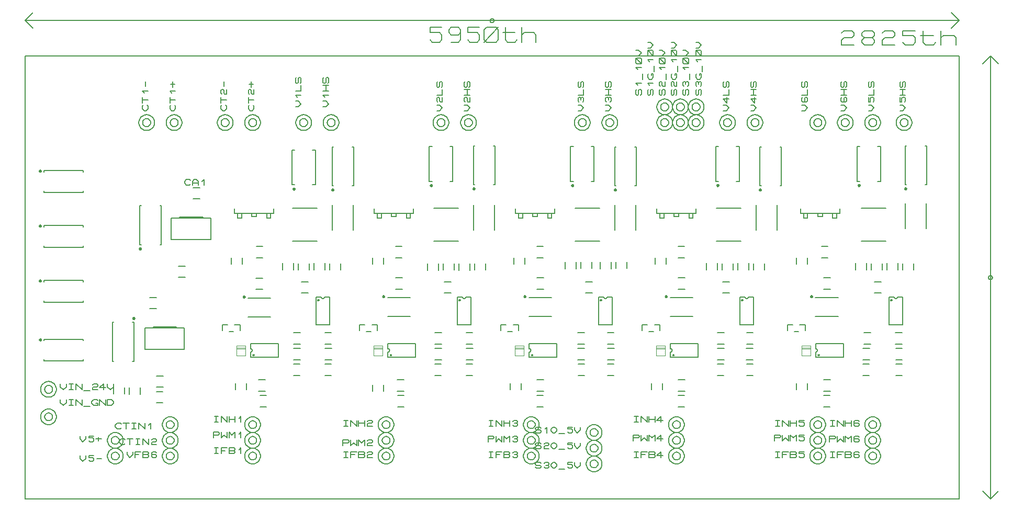
<source format=gbr>
G04 PROTEUS GERBER X2 FILE*
%TF.GenerationSoftware,Labcenter,Proteus,8.7-SP3-Build25561*%
%TF.CreationDate,2021-04-27T11:42:45+00:00*%
%TF.FileFunction,Legend,Top*%
%TF.FilePolarity,Positive*%
%TF.Part,Single*%
%TF.SameCoordinates,{6203c4a4-ae23-4678-9b2e-be1f49d5fe9b}*%
%FSLAX45Y45*%
%MOMM*%
G01*
%TA.AperFunction,Profile*%
%ADD37C,0.203200*%
%TA.AperFunction,Material*%
%ADD38C,0.200000*%
%ADD39C,0.203200*%
%ADD40C,0.250000*%
%ADD41C,0.101600*%
%TA.AperFunction,NonMaterial*%
%ADD42C,0.203200*%
%TD.AperFunction*%
D37*
X-6604000Y-4254500D02*
X+8509000Y-4254500D01*
X+8509000Y+2921000D01*
X-6604000Y+2921000D01*
X-6604000Y-4254500D01*
D38*
X-1878000Y+455500D02*
X-2278000Y+455500D01*
X-1878000Y-74500D02*
X-2278000Y-74500D01*
D39*
X-6096000Y-2476500D02*
X-6096427Y-2466091D01*
X-6099899Y-2445272D01*
X-6107155Y-2424453D01*
X-6118983Y-2403634D01*
X-6137080Y-2382976D01*
X-6157899Y-2367455D01*
X-6178718Y-2357470D01*
X-6199537Y-2351686D01*
X-6220356Y-2349528D01*
X-6223000Y-2349500D01*
X-6350000Y-2476500D02*
X-6349573Y-2466091D01*
X-6346101Y-2445272D01*
X-6338845Y-2424453D01*
X-6327017Y-2403634D01*
X-6308920Y-2382976D01*
X-6288101Y-2367455D01*
X-6267282Y-2357470D01*
X-6246463Y-2351686D01*
X-6225644Y-2349528D01*
X-6223000Y-2349500D01*
X-6350000Y-2476500D02*
X-6349573Y-2486909D01*
X-6346101Y-2507728D01*
X-6338845Y-2528547D01*
X-6327017Y-2549366D01*
X-6308920Y-2570024D01*
X-6288101Y-2585545D01*
X-6267282Y-2595530D01*
X-6246463Y-2601314D01*
X-6225644Y-2603472D01*
X-6223000Y-2603500D01*
X-6096000Y-2476500D02*
X-6096427Y-2486909D01*
X-6099899Y-2507728D01*
X-6107155Y-2528547D01*
X-6118983Y-2549366D01*
X-6137080Y-2570024D01*
X-6157899Y-2585545D01*
X-6178718Y-2595530D01*
X-6199537Y-2601314D01*
X-6220356Y-2603472D01*
X-6223000Y-2603500D01*
X-6159500Y-2476500D02*
X-6159717Y-2471253D01*
X-6161482Y-2460758D01*
X-6165174Y-2450263D01*
X-6171202Y-2439768D01*
X-6180424Y-2429388D01*
X-6190919Y-2421700D01*
X-6201414Y-2416782D01*
X-6211909Y-2413976D01*
X-6222404Y-2413003D01*
X-6223000Y-2413000D01*
X-6286500Y-2476500D02*
X-6286283Y-2471253D01*
X-6284518Y-2460758D01*
X-6280826Y-2450263D01*
X-6274798Y-2439768D01*
X-6265576Y-2429388D01*
X-6255081Y-2421700D01*
X-6244586Y-2416782D01*
X-6234091Y-2413976D01*
X-6223596Y-2413003D01*
X-6223000Y-2413000D01*
X-6286500Y-2476500D02*
X-6286283Y-2481747D01*
X-6284518Y-2492242D01*
X-6280826Y-2502737D01*
X-6274798Y-2513232D01*
X-6265576Y-2523612D01*
X-6255081Y-2531300D01*
X-6244586Y-2536218D01*
X-6234091Y-2539024D01*
X-6223596Y-2539997D01*
X-6223000Y-2540000D01*
X-6159500Y-2476500D02*
X-6159717Y-2481747D01*
X-6161482Y-2492242D01*
X-6165174Y-2502737D01*
X-6171202Y-2513232D01*
X-6180424Y-2523612D01*
X-6190919Y-2531300D01*
X-6201414Y-2536218D01*
X-6211909Y-2539024D01*
X-6222404Y-2539997D01*
X-6223000Y-2540000D01*
X-6032500Y-2390140D02*
X-6032500Y-2435860D01*
X-5984875Y-2481580D01*
X-5937250Y-2435860D01*
X-5937250Y-2390140D01*
X-5889625Y-2390140D02*
X-5826125Y-2390140D01*
X-5857875Y-2390140D02*
X-5857875Y-2481580D01*
X-5889625Y-2481580D02*
X-5826125Y-2481580D01*
X-5778500Y-2481580D02*
X-5778500Y-2390140D01*
X-5683250Y-2481580D01*
X-5683250Y-2390140D01*
X-5651500Y-2496820D02*
X-5556250Y-2496820D01*
X-5508625Y-2405380D02*
X-5492750Y-2390140D01*
X-5445125Y-2390140D01*
X-5429250Y-2405380D01*
X-5429250Y-2420620D01*
X-5445125Y-2435860D01*
X-5492750Y-2435860D01*
X-5508625Y-2451100D01*
X-5508625Y-2481580D01*
X-5429250Y-2481580D01*
X-5302250Y-2451100D02*
X-5397500Y-2451100D01*
X-5334000Y-2390140D01*
X-5334000Y-2481580D01*
X-5270500Y-2390140D02*
X-5270500Y-2435860D01*
X-5222875Y-2481580D01*
X-5175250Y-2435860D01*
X-5175250Y-2390140D01*
X-6096000Y-2921000D02*
X-6096427Y-2910591D01*
X-6099899Y-2889772D01*
X-6107155Y-2868953D01*
X-6118983Y-2848134D01*
X-6137080Y-2827476D01*
X-6157899Y-2811955D01*
X-6178718Y-2801970D01*
X-6199537Y-2796186D01*
X-6220356Y-2794028D01*
X-6223000Y-2794000D01*
X-6350000Y-2921000D02*
X-6349573Y-2910591D01*
X-6346101Y-2889772D01*
X-6338845Y-2868953D01*
X-6327017Y-2848134D01*
X-6308920Y-2827476D01*
X-6288101Y-2811955D01*
X-6267282Y-2801970D01*
X-6246463Y-2796186D01*
X-6225644Y-2794028D01*
X-6223000Y-2794000D01*
X-6350000Y-2921000D02*
X-6349573Y-2931409D01*
X-6346101Y-2952228D01*
X-6338845Y-2973047D01*
X-6327017Y-2993866D01*
X-6308920Y-3014524D01*
X-6288101Y-3030045D01*
X-6267282Y-3040030D01*
X-6246463Y-3045814D01*
X-6225644Y-3047972D01*
X-6223000Y-3048000D01*
X-6096000Y-2921000D02*
X-6096427Y-2931409D01*
X-6099899Y-2952228D01*
X-6107155Y-2973047D01*
X-6118983Y-2993866D01*
X-6137080Y-3014524D01*
X-6157899Y-3030045D01*
X-6178718Y-3040030D01*
X-6199537Y-3045814D01*
X-6220356Y-3047972D01*
X-6223000Y-3048000D01*
X-6159500Y-2921000D02*
X-6159717Y-2915753D01*
X-6161482Y-2905258D01*
X-6165174Y-2894763D01*
X-6171202Y-2884268D01*
X-6180424Y-2873888D01*
X-6190919Y-2866200D01*
X-6201414Y-2861282D01*
X-6211909Y-2858476D01*
X-6222404Y-2857503D01*
X-6223000Y-2857500D01*
X-6286500Y-2921000D02*
X-6286283Y-2915753D01*
X-6284518Y-2905258D01*
X-6280826Y-2894763D01*
X-6274798Y-2884268D01*
X-6265576Y-2873888D01*
X-6255081Y-2866200D01*
X-6244586Y-2861282D01*
X-6234091Y-2858476D01*
X-6223596Y-2857503D01*
X-6223000Y-2857500D01*
X-6286500Y-2921000D02*
X-6286283Y-2926247D01*
X-6284518Y-2936742D01*
X-6280826Y-2947237D01*
X-6274798Y-2957732D01*
X-6265576Y-2968112D01*
X-6255081Y-2975800D01*
X-6244586Y-2980718D01*
X-6234091Y-2983524D01*
X-6223596Y-2984497D01*
X-6223000Y-2984500D01*
X-6159500Y-2921000D02*
X-6159717Y-2926247D01*
X-6161482Y-2936742D01*
X-6165174Y-2947237D01*
X-6171202Y-2957732D01*
X-6180424Y-2968112D01*
X-6190919Y-2975800D01*
X-6201414Y-2980718D01*
X-6211909Y-2983524D01*
X-6222404Y-2984497D01*
X-6223000Y-2984500D01*
X-6032500Y-2644140D02*
X-6032500Y-2689860D01*
X-5984875Y-2735580D01*
X-5937250Y-2689860D01*
X-5937250Y-2644140D01*
X-5889625Y-2644140D02*
X-5826125Y-2644140D01*
X-5857875Y-2644140D02*
X-5857875Y-2735580D01*
X-5889625Y-2735580D02*
X-5826125Y-2735580D01*
X-5778500Y-2735580D02*
X-5778500Y-2644140D01*
X-5683250Y-2735580D01*
X-5683250Y-2644140D01*
X-5651500Y-2750820D02*
X-5556250Y-2750820D01*
X-5461000Y-2705100D02*
X-5429250Y-2705100D01*
X-5429250Y-2735580D01*
X-5492750Y-2735580D01*
X-5524500Y-2705100D01*
X-5524500Y-2674620D01*
X-5492750Y-2644140D01*
X-5445125Y-2644140D01*
X-5429250Y-2659380D01*
X-5397500Y-2735580D02*
X-5397500Y-2644140D01*
X-5302250Y-2735580D01*
X-5302250Y-2644140D01*
X-5270500Y-2735580D02*
X-5270500Y-2644140D01*
X-5207000Y-2644140D01*
X-5175250Y-2674620D01*
X-5175250Y-2705100D01*
X-5207000Y-2735580D01*
X-5270500Y-2735580D01*
X-1968500Y+1841500D02*
X-1968927Y+1851909D01*
X-1972399Y+1872728D01*
X-1979655Y+1893547D01*
X-1991483Y+1914366D01*
X-2009580Y+1935024D01*
X-2030399Y+1950545D01*
X-2051218Y+1960530D01*
X-2072037Y+1966314D01*
X-2092856Y+1968472D01*
X-2095500Y+1968500D01*
X-2222500Y+1841500D02*
X-2222073Y+1851909D01*
X-2218601Y+1872728D01*
X-2211345Y+1893547D01*
X-2199517Y+1914366D01*
X-2181420Y+1935024D01*
X-2160601Y+1950545D01*
X-2139782Y+1960530D01*
X-2118963Y+1966314D01*
X-2098144Y+1968472D01*
X-2095500Y+1968500D01*
X-2222500Y+1841500D02*
X-2222073Y+1831091D01*
X-2218601Y+1810272D01*
X-2211345Y+1789453D01*
X-2199517Y+1768634D01*
X-2181420Y+1747976D01*
X-2160601Y+1732455D01*
X-2139782Y+1722470D01*
X-2118963Y+1716686D01*
X-2098144Y+1714528D01*
X-2095500Y+1714500D01*
X-1968500Y+1841500D02*
X-1968927Y+1831091D01*
X-1972399Y+1810272D01*
X-1979655Y+1789453D01*
X-1991483Y+1768634D01*
X-2009580Y+1747976D01*
X-2030399Y+1732455D01*
X-2051218Y+1722470D01*
X-2072037Y+1716686D01*
X-2092856Y+1714528D01*
X-2095500Y+1714500D01*
X-2032000Y+1841500D02*
X-2032217Y+1846747D01*
X-2033982Y+1857242D01*
X-2037674Y+1867737D01*
X-2043702Y+1878232D01*
X-2052924Y+1888612D01*
X-2063419Y+1896300D01*
X-2073914Y+1901218D01*
X-2084409Y+1904024D01*
X-2094904Y+1904997D01*
X-2095500Y+1905000D01*
X-2159000Y+1841500D02*
X-2158783Y+1846747D01*
X-2157018Y+1857242D01*
X-2153326Y+1867737D01*
X-2147298Y+1878232D01*
X-2138076Y+1888612D01*
X-2127581Y+1896300D01*
X-2117086Y+1901218D01*
X-2106591Y+1904024D01*
X-2096096Y+1904997D01*
X-2095500Y+1905000D01*
X-2159000Y+1841500D02*
X-2158783Y+1836253D01*
X-2157018Y+1825758D01*
X-2153326Y+1815263D01*
X-2147298Y+1804768D01*
X-2138076Y+1794388D01*
X-2127581Y+1786700D01*
X-2117086Y+1781782D01*
X-2106591Y+1778976D01*
X-2096096Y+1778003D01*
X-2095500Y+1778000D01*
X-2032000Y+1841500D02*
X-2032217Y+1836253D01*
X-2033982Y+1825758D01*
X-2037674Y+1815263D01*
X-2043702Y+1804768D01*
X-2052924Y+1794388D01*
X-2063419Y+1786700D01*
X-2073914Y+1781782D01*
X-2084409Y+1778976D01*
X-2094904Y+1778003D01*
X-2095500Y+1778000D01*
X-2227580Y+2095500D02*
X-2181860Y+2095500D01*
X-2136140Y+2143125D01*
X-2181860Y+2190750D01*
X-2227580Y+2190750D01*
X-2197100Y+2254250D02*
X-2227580Y+2286000D01*
X-2136140Y+2286000D01*
X-2227580Y+2349500D02*
X-2136140Y+2349500D01*
X-2136140Y+2444750D01*
X-2151380Y+2476500D02*
X-2136140Y+2492375D01*
X-2136140Y+2555875D01*
X-2151380Y+2571750D01*
X-2166620Y+2571750D01*
X-2181860Y+2555875D01*
X-2181860Y+2492375D01*
X-2197100Y+2476500D01*
X-2212340Y+2476500D01*
X-2227580Y+2492375D01*
X-2227580Y+2555875D01*
X-2212340Y+2571750D01*
X-1524000Y+1841500D02*
X-1524427Y+1851909D01*
X-1527899Y+1872728D01*
X-1535155Y+1893547D01*
X-1546983Y+1914366D01*
X-1565080Y+1935024D01*
X-1585899Y+1950545D01*
X-1606718Y+1960530D01*
X-1627537Y+1966314D01*
X-1648356Y+1968472D01*
X-1651000Y+1968500D01*
X-1778000Y+1841500D02*
X-1777573Y+1851909D01*
X-1774101Y+1872728D01*
X-1766845Y+1893547D01*
X-1755017Y+1914366D01*
X-1736920Y+1935024D01*
X-1716101Y+1950545D01*
X-1695282Y+1960530D01*
X-1674463Y+1966314D01*
X-1653644Y+1968472D01*
X-1651000Y+1968500D01*
X-1778000Y+1841500D02*
X-1777573Y+1831091D01*
X-1774101Y+1810272D01*
X-1766845Y+1789453D01*
X-1755017Y+1768634D01*
X-1736920Y+1747976D01*
X-1716101Y+1732455D01*
X-1695282Y+1722470D01*
X-1674463Y+1716686D01*
X-1653644Y+1714528D01*
X-1651000Y+1714500D01*
X-1524000Y+1841500D02*
X-1524427Y+1831091D01*
X-1527899Y+1810272D01*
X-1535155Y+1789453D01*
X-1546983Y+1768634D01*
X-1565080Y+1747976D01*
X-1585899Y+1732455D01*
X-1606718Y+1722470D01*
X-1627537Y+1716686D01*
X-1648356Y+1714528D01*
X-1651000Y+1714500D01*
X-1587500Y+1841500D02*
X-1587717Y+1846747D01*
X-1589482Y+1857242D01*
X-1593174Y+1867737D01*
X-1599202Y+1878232D01*
X-1608424Y+1888612D01*
X-1618919Y+1896300D01*
X-1629414Y+1901218D01*
X-1639909Y+1904024D01*
X-1650404Y+1904997D01*
X-1651000Y+1905000D01*
X-1714500Y+1841500D02*
X-1714283Y+1846747D01*
X-1712518Y+1857242D01*
X-1708826Y+1867737D01*
X-1702798Y+1878232D01*
X-1693576Y+1888612D01*
X-1683081Y+1896300D01*
X-1672586Y+1901218D01*
X-1662091Y+1904024D01*
X-1651596Y+1904997D01*
X-1651000Y+1905000D01*
X-1714500Y+1841500D02*
X-1714283Y+1836253D01*
X-1712518Y+1825758D01*
X-1708826Y+1815263D01*
X-1702798Y+1804768D01*
X-1693576Y+1794388D01*
X-1683081Y+1786700D01*
X-1672586Y+1781782D01*
X-1662091Y+1778976D01*
X-1651596Y+1778003D01*
X-1651000Y+1778000D01*
X-1587500Y+1841500D02*
X-1587717Y+1836253D01*
X-1589482Y+1825758D01*
X-1593174Y+1815263D01*
X-1599202Y+1804768D01*
X-1608424Y+1794388D01*
X-1618919Y+1786700D01*
X-1629414Y+1781782D01*
X-1639909Y+1778976D01*
X-1650404Y+1778003D01*
X-1651000Y+1778000D01*
X-1783080Y+2095500D02*
X-1737360Y+2095500D01*
X-1691640Y+2143125D01*
X-1737360Y+2190750D01*
X-1783080Y+2190750D01*
X-1752600Y+2254250D02*
X-1783080Y+2286000D01*
X-1691640Y+2286000D01*
X-1691640Y+2349500D02*
X-1783080Y+2349500D01*
X-1783080Y+2444750D02*
X-1691640Y+2444750D01*
X-1737360Y+2349500D02*
X-1737360Y+2444750D01*
X-1706880Y+2476500D02*
X-1691640Y+2492375D01*
X-1691640Y+2555875D01*
X-1706880Y+2571750D01*
X-1722120Y+2571750D01*
X-1737360Y+2555875D01*
X-1737360Y+2492375D01*
X-1752600Y+2476500D01*
X-1767840Y+2476500D01*
X-1783080Y+2492375D01*
X-1783080Y+2555875D01*
X-1767840Y+2571750D01*
X-2794000Y-3556000D02*
X-2794427Y-3545591D01*
X-2797899Y-3524772D01*
X-2805155Y-3503953D01*
X-2816983Y-3483134D01*
X-2835080Y-3462476D01*
X-2855899Y-3446955D01*
X-2876718Y-3436970D01*
X-2897537Y-3431186D01*
X-2918356Y-3429028D01*
X-2921000Y-3429000D01*
X-3048000Y-3556000D02*
X-3047573Y-3545591D01*
X-3044101Y-3524772D01*
X-3036845Y-3503953D01*
X-3025017Y-3483134D01*
X-3006920Y-3462476D01*
X-2986101Y-3446955D01*
X-2965282Y-3436970D01*
X-2944463Y-3431186D01*
X-2923644Y-3429028D01*
X-2921000Y-3429000D01*
X-3048000Y-3556000D02*
X-3047573Y-3566409D01*
X-3044101Y-3587228D01*
X-3036845Y-3608047D01*
X-3025017Y-3628866D01*
X-3006920Y-3649524D01*
X-2986101Y-3665045D01*
X-2965282Y-3675030D01*
X-2944463Y-3680814D01*
X-2923644Y-3682972D01*
X-2921000Y-3683000D01*
X-2794000Y-3556000D02*
X-2794427Y-3566409D01*
X-2797899Y-3587228D01*
X-2805155Y-3608047D01*
X-2816983Y-3628866D01*
X-2835080Y-3649524D01*
X-2855899Y-3665045D01*
X-2876718Y-3675030D01*
X-2897537Y-3680814D01*
X-2918356Y-3682972D01*
X-2921000Y-3683000D01*
X-2857500Y-3556000D02*
X-2857717Y-3550753D01*
X-2859482Y-3540258D01*
X-2863174Y-3529763D01*
X-2869202Y-3519268D01*
X-2878424Y-3508888D01*
X-2888919Y-3501200D01*
X-2899414Y-3496282D01*
X-2909909Y-3493476D01*
X-2920404Y-3492503D01*
X-2921000Y-3492500D01*
X-2984500Y-3556000D02*
X-2984283Y-3550753D01*
X-2982518Y-3540258D01*
X-2978826Y-3529763D01*
X-2972798Y-3519268D01*
X-2963576Y-3508888D01*
X-2953081Y-3501200D01*
X-2942586Y-3496282D01*
X-2932091Y-3493476D01*
X-2921596Y-3492503D01*
X-2921000Y-3492500D01*
X-2984500Y-3556000D02*
X-2984283Y-3561247D01*
X-2982518Y-3571742D01*
X-2978826Y-3582237D01*
X-2972798Y-3592732D01*
X-2963576Y-3603112D01*
X-2953081Y-3610800D01*
X-2942586Y-3615718D01*
X-2932091Y-3618524D01*
X-2921596Y-3619497D01*
X-2921000Y-3619500D01*
X-2857500Y-3556000D02*
X-2857717Y-3561247D01*
X-2859482Y-3571742D01*
X-2863174Y-3582237D01*
X-2869202Y-3592732D01*
X-2878424Y-3603112D01*
X-2888919Y-3610800D01*
X-2899414Y-3615718D01*
X-2909909Y-3618524D01*
X-2920404Y-3619497D01*
X-2921000Y-3619500D01*
X-3540125Y-3423920D02*
X-3476625Y-3423920D01*
X-3508375Y-3423920D02*
X-3508375Y-3515360D01*
X-3540125Y-3515360D02*
X-3476625Y-3515360D01*
X-3429000Y-3515360D02*
X-3429000Y-3423920D01*
X-3333750Y-3423920D01*
X-3429000Y-3469640D02*
X-3365500Y-3469640D01*
X-3302000Y-3515360D02*
X-3302000Y-3423920D01*
X-3222625Y-3423920D01*
X-3206750Y-3439160D01*
X-3206750Y-3454400D01*
X-3222625Y-3469640D01*
X-3206750Y-3484880D01*
X-3206750Y-3500120D01*
X-3222625Y-3515360D01*
X-3302000Y-3515360D01*
X-3302000Y-3469640D02*
X-3222625Y-3469640D01*
X-3143250Y-3454400D02*
X-3111500Y-3423920D01*
X-3111500Y-3515360D01*
X-2794000Y-3048000D02*
X-2794427Y-3037591D01*
X-2797899Y-3016772D01*
X-2805155Y-2995953D01*
X-2816983Y-2975134D01*
X-2835080Y-2954476D01*
X-2855899Y-2938955D01*
X-2876718Y-2928970D01*
X-2897537Y-2923186D01*
X-2918356Y-2921028D01*
X-2921000Y-2921000D01*
X-3048000Y-3048000D02*
X-3047573Y-3037591D01*
X-3044101Y-3016772D01*
X-3036845Y-2995953D01*
X-3025017Y-2975134D01*
X-3006920Y-2954476D01*
X-2986101Y-2938955D01*
X-2965282Y-2928970D01*
X-2944463Y-2923186D01*
X-2923644Y-2921028D01*
X-2921000Y-2921000D01*
X-3048000Y-3048000D02*
X-3047573Y-3058409D01*
X-3044101Y-3079228D01*
X-3036845Y-3100047D01*
X-3025017Y-3120866D01*
X-3006920Y-3141524D01*
X-2986101Y-3157045D01*
X-2965282Y-3167030D01*
X-2944463Y-3172814D01*
X-2923644Y-3174972D01*
X-2921000Y-3175000D01*
X-2794000Y-3048000D02*
X-2794427Y-3058409D01*
X-2797899Y-3079228D01*
X-2805155Y-3100047D01*
X-2816983Y-3120866D01*
X-2835080Y-3141524D01*
X-2855899Y-3157045D01*
X-2876718Y-3167030D01*
X-2897537Y-3172814D01*
X-2918356Y-3174972D01*
X-2921000Y-3175000D01*
X-2857500Y-3048000D02*
X-2857717Y-3042753D01*
X-2859482Y-3032258D01*
X-2863174Y-3021763D01*
X-2869202Y-3011268D01*
X-2878424Y-3000888D01*
X-2888919Y-2993200D01*
X-2899414Y-2988282D01*
X-2909909Y-2985476D01*
X-2920404Y-2984503D01*
X-2921000Y-2984500D01*
X-2984500Y-3048000D02*
X-2984283Y-3042753D01*
X-2982518Y-3032258D01*
X-2978826Y-3021763D01*
X-2972798Y-3011268D01*
X-2963576Y-3000888D01*
X-2953081Y-2993200D01*
X-2942586Y-2988282D01*
X-2932091Y-2985476D01*
X-2921596Y-2984503D01*
X-2921000Y-2984500D01*
X-2984500Y-3048000D02*
X-2984283Y-3053247D01*
X-2982518Y-3063742D01*
X-2978826Y-3074237D01*
X-2972798Y-3084732D01*
X-2963576Y-3095112D01*
X-2953081Y-3102800D01*
X-2942586Y-3107718D01*
X-2932091Y-3110524D01*
X-2921596Y-3111497D01*
X-2921000Y-3111500D01*
X-2857500Y-3048000D02*
X-2857717Y-3053247D01*
X-2859482Y-3063742D01*
X-2863174Y-3074237D01*
X-2869202Y-3084732D01*
X-2878424Y-3095112D01*
X-2888919Y-3102800D01*
X-2899414Y-3107718D01*
X-2909909Y-3110524D01*
X-2920404Y-3111497D01*
X-2921000Y-3111500D01*
X-3540125Y-2915920D02*
X-3476625Y-2915920D01*
X-3508375Y-2915920D02*
X-3508375Y-3007360D01*
X-3540125Y-3007360D02*
X-3476625Y-3007360D01*
X-3429000Y-3007360D02*
X-3429000Y-2915920D01*
X-3333750Y-3007360D01*
X-3333750Y-2915920D01*
X-3302000Y-3007360D02*
X-3302000Y-2915920D01*
X-3206750Y-2915920D02*
X-3206750Y-3007360D01*
X-3302000Y-2961640D02*
X-3206750Y-2961640D01*
X-3143250Y-2946400D02*
X-3111500Y-2915920D01*
X-3111500Y-3007360D01*
X-2794000Y-3302000D02*
X-2794427Y-3291591D01*
X-2797899Y-3270772D01*
X-2805155Y-3249953D01*
X-2816983Y-3229134D01*
X-2835080Y-3208476D01*
X-2855899Y-3192955D01*
X-2876718Y-3182970D01*
X-2897537Y-3177186D01*
X-2918356Y-3175028D01*
X-2921000Y-3175000D01*
X-3048000Y-3302000D02*
X-3047573Y-3291591D01*
X-3044101Y-3270772D01*
X-3036845Y-3249953D01*
X-3025017Y-3229134D01*
X-3006920Y-3208476D01*
X-2986101Y-3192955D01*
X-2965282Y-3182970D01*
X-2944463Y-3177186D01*
X-2923644Y-3175028D01*
X-2921000Y-3175000D01*
X-3048000Y-3302000D02*
X-3047573Y-3312409D01*
X-3044101Y-3333228D01*
X-3036845Y-3354047D01*
X-3025017Y-3374866D01*
X-3006920Y-3395524D01*
X-2986101Y-3411045D01*
X-2965282Y-3421030D01*
X-2944463Y-3426814D01*
X-2923644Y-3428972D01*
X-2921000Y-3429000D01*
X-2794000Y-3302000D02*
X-2794427Y-3312409D01*
X-2797899Y-3333228D01*
X-2805155Y-3354047D01*
X-2816983Y-3374866D01*
X-2835080Y-3395524D01*
X-2855899Y-3411045D01*
X-2876718Y-3421030D01*
X-2897537Y-3426814D01*
X-2918356Y-3428972D01*
X-2921000Y-3429000D01*
X-2857500Y-3302000D02*
X-2857717Y-3296753D01*
X-2859482Y-3286258D01*
X-2863174Y-3275763D01*
X-2869202Y-3265268D01*
X-2878424Y-3254888D01*
X-2888919Y-3247200D01*
X-2899414Y-3242282D01*
X-2909909Y-3239476D01*
X-2920404Y-3238503D01*
X-2921000Y-3238500D01*
X-2984500Y-3302000D02*
X-2984283Y-3296753D01*
X-2982518Y-3286258D01*
X-2978826Y-3275763D01*
X-2972798Y-3265268D01*
X-2963576Y-3254888D01*
X-2953081Y-3247200D01*
X-2942586Y-3242282D01*
X-2932091Y-3239476D01*
X-2921596Y-3238503D01*
X-2921000Y-3238500D01*
X-2984500Y-3302000D02*
X-2984283Y-3307247D01*
X-2982518Y-3317742D01*
X-2978826Y-3328237D01*
X-2972798Y-3338732D01*
X-2963576Y-3349112D01*
X-2953081Y-3356800D01*
X-2942586Y-3361718D01*
X-2932091Y-3364524D01*
X-2921596Y-3365497D01*
X-2921000Y-3365500D01*
X-2857500Y-3302000D02*
X-2857717Y-3307247D01*
X-2859482Y-3317742D01*
X-2863174Y-3328237D01*
X-2869202Y-3338732D01*
X-2878424Y-3349112D01*
X-2888919Y-3356800D01*
X-2899414Y-3361718D01*
X-2909909Y-3364524D01*
X-2920404Y-3365497D01*
X-2921000Y-3365500D01*
X-3556000Y-3261360D02*
X-3556000Y-3169920D01*
X-3476625Y-3169920D01*
X-3460750Y-3185160D01*
X-3460750Y-3200400D01*
X-3476625Y-3215640D01*
X-3556000Y-3215640D01*
X-3429000Y-3169920D02*
X-3429000Y-3261360D01*
X-3381375Y-3215640D01*
X-3333750Y-3261360D01*
X-3333750Y-3169920D01*
X-3302000Y-3261360D02*
X-3302000Y-3169920D01*
X-3254375Y-3215640D01*
X-3206750Y-3169920D01*
X-3206750Y-3261360D01*
X-3143250Y-3200400D02*
X-3111500Y-3169920D01*
X-3111500Y-3261360D01*
X-4239260Y-53340D02*
X-3599180Y-53340D01*
X-3599180Y+294640D01*
X-4239260Y+294640D01*
X-4239260Y-50800D01*
X-4104640Y+294640D02*
X-4104640Y+314960D01*
X-3726180Y+314960D01*
X-3726180Y+297180D01*
D38*
X-3888000Y+608500D02*
X-3778000Y+608500D01*
X-3888000Y+788500D02*
X-3778000Y+788500D01*
D39*
X-3928250Y+844220D02*
X-3944125Y+828980D01*
X-3991750Y+828980D01*
X-4023500Y+859460D01*
X-4023500Y+889940D01*
X-3991750Y+920420D01*
X-3944125Y+920420D01*
X-3928250Y+905180D01*
X-3896500Y+828980D02*
X-3896500Y+889940D01*
X-3864750Y+920420D01*
X-3833000Y+920420D01*
X-3801250Y+889940D01*
X-3801250Y+828980D01*
X-3896500Y+859460D02*
X-3801250Y+859460D01*
X-3737750Y+889940D02*
X-3706000Y+920420D01*
X-3706000Y+828980D01*
D38*
X-4119140Y-661500D02*
X-4009140Y-661500D01*
X-4119140Y-481500D02*
X-4009140Y-481500D01*
D40*
X-2243000Y+769000D02*
X-2243043Y+770039D01*
X-2243395Y+772118D01*
X-2244132Y+774197D01*
X-2245336Y+776276D01*
X-2247177Y+778326D01*
X-2249256Y+779829D01*
X-2251335Y+780786D01*
X-2253414Y+781325D01*
X-2255493Y+781500D01*
X-2255500Y+781500D01*
X-2268000Y+769000D02*
X-2267957Y+770039D01*
X-2267605Y+772118D01*
X-2266868Y+774197D01*
X-2265664Y+776276D01*
X-2263823Y+778326D01*
X-2261744Y+779829D01*
X-2259665Y+780786D01*
X-2257586Y+781325D01*
X-2255507Y+781500D01*
X-2255500Y+781500D01*
X-2268000Y+769000D02*
X-2267957Y+767961D01*
X-2267605Y+765882D01*
X-2266868Y+763803D01*
X-2265664Y+761724D01*
X-2263823Y+759674D01*
X-2261744Y+758171D01*
X-2259665Y+757214D01*
X-2257586Y+756675D01*
X-2255507Y+756500D01*
X-2255500Y+756500D01*
X-2243000Y+769000D02*
X-2243043Y+767961D01*
X-2243395Y+765882D01*
X-2244132Y+763803D01*
X-2245336Y+761724D01*
X-2247177Y+759674D01*
X-2249256Y+758171D01*
X-2251335Y+757214D01*
X-2253414Y+756675D01*
X-2255493Y+756500D01*
X-2255500Y+756500D01*
D38*
X-2240500Y+834000D02*
X-2285500Y+834000D01*
X-2285500Y+1394000D01*
X-2240500Y+1394000D01*
X-1950500Y+834000D02*
X-1905500Y+834000D01*
X-1905500Y+1394000D01*
X-1950500Y+1394000D01*
D40*
X-1618000Y+754000D02*
X-1618043Y+755039D01*
X-1618395Y+757118D01*
X-1619132Y+759197D01*
X-1620336Y+761276D01*
X-1622177Y+763326D01*
X-1624256Y+764829D01*
X-1626335Y+765786D01*
X-1628414Y+766325D01*
X-1630493Y+766500D01*
X-1630500Y+766500D01*
X-1643000Y+754000D02*
X-1642957Y+755039D01*
X-1642605Y+757118D01*
X-1641868Y+759197D01*
X-1640664Y+761276D01*
X-1638823Y+763326D01*
X-1636744Y+764829D01*
X-1634665Y+765786D01*
X-1632586Y+766325D01*
X-1630507Y+766500D01*
X-1630500Y+766500D01*
X-1643000Y+754000D02*
X-1642957Y+752961D01*
X-1642605Y+750882D01*
X-1641868Y+748803D01*
X-1640664Y+746724D01*
X-1638823Y+744674D01*
X-1636744Y+743171D01*
X-1634665Y+742214D01*
X-1632586Y+741675D01*
X-1630507Y+741500D01*
X-1630500Y+741500D01*
X-1618000Y+754000D02*
X-1618043Y+752961D01*
X-1618395Y+750882D01*
X-1619132Y+748803D01*
X-1620336Y+746724D01*
X-1622177Y+744674D01*
X-1624256Y+743171D01*
X-1626335Y+742214D01*
X-1628414Y+741675D01*
X-1630493Y+741500D01*
X-1630500Y+741500D01*
D38*
X-1613000Y+819000D02*
X-1635500Y+819000D01*
X-1635500Y+1449000D01*
X-1613000Y+1449000D01*
X-1308000Y+819000D02*
X-1285500Y+819000D01*
X-1285500Y+1449000D01*
X-1308000Y+1449000D01*
D40*
X-4729500Y-198500D02*
X-4729543Y-197461D01*
X-4729895Y-195382D01*
X-4730632Y-193303D01*
X-4731836Y-191224D01*
X-4733677Y-189174D01*
X-4735756Y-187671D01*
X-4737835Y-186714D01*
X-4739914Y-186175D01*
X-4741993Y-186000D01*
X-4742000Y-186000D01*
X-4754500Y-198500D02*
X-4754457Y-197461D01*
X-4754105Y-195382D01*
X-4753368Y-193303D01*
X-4752164Y-191224D01*
X-4750323Y-189174D01*
X-4748244Y-187671D01*
X-4746165Y-186714D01*
X-4744086Y-186175D01*
X-4742007Y-186000D01*
X-4742000Y-186000D01*
X-4754500Y-198500D02*
X-4754457Y-199539D01*
X-4754105Y-201618D01*
X-4753368Y-203697D01*
X-4752164Y-205776D01*
X-4750323Y-207826D01*
X-4748244Y-209329D01*
X-4746165Y-210286D01*
X-4744086Y-210825D01*
X-4742007Y-211000D01*
X-4742000Y-211000D01*
X-4729500Y-198500D02*
X-4729543Y-199539D01*
X-4729895Y-201618D01*
X-4730632Y-203697D01*
X-4731836Y-205776D01*
X-4733677Y-207826D01*
X-4735756Y-209329D01*
X-4737835Y-210286D01*
X-4739914Y-210825D01*
X-4741993Y-211000D01*
X-4742000Y-211000D01*
D38*
X-4724500Y-133500D02*
X-4747000Y-133500D01*
X-4747000Y+496500D01*
X-4724500Y+496500D01*
X-4419500Y-133500D02*
X-4397000Y-133500D01*
X-4397000Y+496500D01*
X-4419500Y+496500D01*
X-1630500Y+510000D02*
X-1630500Y+100000D01*
X-1290500Y+510000D02*
X-1290500Y+100000D01*
D39*
X-3213100Y+444500D02*
X-3213100Y+368300D01*
X-2578100Y+368300D01*
X-2578100Y+444500D01*
X-2933700Y+368300D02*
X-2933700Y+317500D01*
X-2857500Y+317500D01*
X-2857500Y+368300D01*
X-3162300Y+368300D02*
X-3162300Y+292100D01*
X-3098800Y+292100D01*
X-3098800Y+368300D01*
X-2628900Y+368300D02*
X-2628900Y+292100D01*
X-2692400Y+292100D01*
X-2692400Y+368300D02*
X-2692400Y+292100D01*
X-2954020Y-1955800D02*
X-2954020Y-1874838D01*
X-2943399Y-1872756D01*
X-2934833Y-1867036D01*
X-2929114Y-1858471D01*
X-2927032Y-1847850D01*
X-2954020Y-1820862D02*
X-2943399Y-1822944D01*
X-2934833Y-1828664D01*
X-2929114Y-1837229D01*
X-2927032Y-1847850D01*
X-2954020Y-1820862D02*
X-2954020Y-1739900D01*
X-2506980Y-1879600D02*
X-2506980Y-1816100D01*
X-2921000Y-1955800D02*
X-2540000Y-1955800D01*
X-2921000Y-1739900D02*
X-2540000Y-1739900D01*
X-2921000Y-1955800D02*
X-2954020Y-1955800D01*
X-2954020Y-1739900D02*
X-2921000Y-1739900D01*
X-2506980Y-1816100D02*
X-2506980Y-1739900D01*
X-2540000Y-1739900D01*
X-2540000Y-1955800D02*
X-2506980Y-1955800D01*
X-2506980Y-1879600D01*
X-2894584Y-1920240D02*
X-2894619Y-1919395D01*
X-2894906Y-1917704D01*
X-2895505Y-1916013D01*
X-2896485Y-1914322D01*
X-2897985Y-1912654D01*
X-2899676Y-1911434D01*
X-2901367Y-1910658D01*
X-2903058Y-1910221D01*
X-2904744Y-1910080D01*
X-2914904Y-1920240D02*
X-2914869Y-1919395D01*
X-2914582Y-1917704D01*
X-2913983Y-1916013D01*
X-2913003Y-1914322D01*
X-2911503Y-1912654D01*
X-2909812Y-1911434D01*
X-2908121Y-1910658D01*
X-2906430Y-1910221D01*
X-2904744Y-1910080D01*
X-2914904Y-1920240D02*
X-2914869Y-1921085D01*
X-2914582Y-1922776D01*
X-2913983Y-1924467D01*
X-2913003Y-1926158D01*
X-2911503Y-1927826D01*
X-2909812Y-1929046D01*
X-2908121Y-1929822D01*
X-2906430Y-1930259D01*
X-2904744Y-1930400D01*
X-2894584Y-1920240D02*
X-2894619Y-1921085D01*
X-2894906Y-1922776D01*
X-2895505Y-1924467D01*
X-2896485Y-1926158D01*
X-2897985Y-1927826D01*
X-2899676Y-1929046D01*
X-2901367Y-1929822D01*
X-2903058Y-1930259D01*
X-2904744Y-1930400D01*
D38*
X-2762000Y-164000D02*
X-2862000Y-164000D01*
X-2762000Y-344000D02*
X-2862000Y-344000D01*
X-3265000Y-349000D02*
X-3265000Y-449000D01*
X-3085000Y-349000D02*
X-3085000Y-449000D01*
X-2872000Y-858350D02*
X-2762000Y-858350D01*
X-2872000Y-678350D02*
X-2762000Y-678350D01*
D40*
X-3049500Y-979350D02*
X-3049543Y-978311D01*
X-3049895Y-976232D01*
X-3050632Y-974153D01*
X-3051836Y-972074D01*
X-3053677Y-970024D01*
X-3055756Y-968521D01*
X-3057835Y-967564D01*
X-3059914Y-967025D01*
X-3061993Y-966850D01*
X-3062000Y-966850D01*
X-3074500Y-979350D02*
X-3074457Y-978311D01*
X-3074105Y-976232D01*
X-3073368Y-974153D01*
X-3072164Y-972074D01*
X-3070323Y-970024D01*
X-3068244Y-968521D01*
X-3066165Y-967564D01*
X-3064086Y-967025D01*
X-3062007Y-966850D01*
X-3062000Y-966850D01*
X-3074500Y-979350D02*
X-3074457Y-980389D01*
X-3074105Y-982468D01*
X-3073368Y-984547D01*
X-3072164Y-986626D01*
X-3070323Y-988676D01*
X-3068244Y-990179D01*
X-3066165Y-991136D01*
X-3064086Y-991675D01*
X-3062007Y-991850D01*
X-3062000Y-991850D01*
X-3049500Y-979350D02*
X-3049543Y-980389D01*
X-3049895Y-982468D01*
X-3050632Y-984547D01*
X-3051836Y-986626D01*
X-3053677Y-988676D01*
X-3055756Y-990179D01*
X-3057835Y-991136D01*
X-3059914Y-991675D01*
X-3061993Y-991850D01*
X-3062000Y-991850D01*
D38*
X-2997000Y-996850D02*
X-2627000Y-996850D01*
X-2997000Y-1301850D02*
X-2627000Y-1301850D01*
D41*
X-3041500Y-1800960D02*
X-3181500Y-1800960D01*
X-3041500Y-1820960D02*
X-3181500Y-1820960D01*
X-3181500Y-1930960D02*
X-3041500Y-1930960D01*
X-3041500Y-1770960D01*
X-3181500Y-1770960D01*
X-3181500Y-1930960D01*
D38*
X-2826000Y-2503000D02*
X-2716000Y-2503000D01*
X-2826000Y-2323000D02*
X-2716000Y-2323000D01*
X-2798500Y-2757000D02*
X-2698500Y-2757000D01*
X-2798500Y-2577000D02*
X-2698500Y-2577000D01*
D39*
X-3124200Y-1432560D02*
X-3213100Y-1432560D01*
X-3230880Y-1544320D02*
X-3302000Y-1544320D01*
X-3124200Y-1432560D02*
X-3124200Y-1524000D01*
X-3413760Y-1526540D02*
X-3413760Y-1432560D01*
X-3327400Y-1432560D01*
D38*
X-3201500Y-2381000D02*
X-3201500Y-2481000D01*
X-3021500Y-2381000D02*
X-3021500Y-2481000D01*
X-1497500Y-540000D02*
X-1497500Y-440000D01*
X-1677500Y-540000D02*
X-1677500Y-440000D01*
X-2005500Y-540000D02*
X-2005500Y-440000D01*
X-2185500Y-540000D02*
X-2185500Y-440000D01*
X-1931500Y-430000D02*
X-1931500Y-540000D01*
X-1751500Y-430000D02*
X-1751500Y-540000D01*
D39*
X-1892300Y-982980D02*
X-1811338Y-982980D01*
X-1809256Y-993601D01*
X-1803536Y-1002167D01*
X-1794971Y-1007886D01*
X-1784350Y-1009968D01*
X-1757362Y-982980D02*
X-1759444Y-993601D01*
X-1765164Y-1002167D01*
X-1773729Y-1007886D01*
X-1784350Y-1009968D01*
X-1757362Y-982980D02*
X-1676400Y-982980D01*
X-1816100Y-1430020D02*
X-1752600Y-1430020D01*
X-1892300Y-1016000D02*
X-1892300Y-1397000D01*
X-1676400Y-1016000D02*
X-1676400Y-1397000D01*
X-1892300Y-1016000D02*
X-1892300Y-982980D01*
X-1676400Y-982980D02*
X-1676400Y-1016000D01*
X-1752600Y-1430020D02*
X-1676400Y-1430020D01*
X-1676400Y-1397000D01*
X-1892300Y-1397000D02*
X-1892300Y-1430020D01*
X-1816100Y-1430020D01*
X-1846580Y-1032256D02*
X-1846615Y-1031411D01*
X-1846902Y-1029720D01*
X-1847501Y-1028029D01*
X-1848481Y-1026338D01*
X-1849981Y-1024670D01*
X-1851672Y-1023450D01*
X-1853363Y-1022674D01*
X-1855054Y-1022237D01*
X-1856740Y-1022096D01*
X-1866900Y-1032256D02*
X-1866865Y-1031411D01*
X-1866578Y-1029720D01*
X-1865979Y-1028029D01*
X-1864999Y-1026338D01*
X-1863499Y-1024670D01*
X-1861808Y-1023450D01*
X-1860117Y-1022674D01*
X-1858426Y-1022237D01*
X-1856740Y-1022096D01*
X-1866900Y-1032256D02*
X-1866865Y-1033101D01*
X-1866578Y-1034792D01*
X-1865979Y-1036483D01*
X-1864999Y-1038174D01*
X-1863499Y-1039842D01*
X-1861808Y-1041062D01*
X-1860117Y-1041838D01*
X-1858426Y-1042275D01*
X-1856740Y-1042416D01*
X-1846580Y-1032256D02*
X-1846615Y-1033101D01*
X-1846902Y-1034792D01*
X-1847501Y-1036483D01*
X-1848481Y-1038174D01*
X-1849981Y-1039842D01*
X-1851672Y-1041062D01*
X-1853363Y-1041838D01*
X-1855054Y-1042275D01*
X-1856740Y-1042416D01*
D38*
X-2127500Y-915500D02*
X-2017500Y-915500D01*
X-2127500Y-735500D02*
X-2017500Y-735500D01*
X-1746500Y-2249000D02*
X-1646500Y-2249000D01*
X-1746500Y-2069000D02*
X-1646500Y-2069000D01*
X-1746500Y-1741000D02*
X-1646500Y-1741000D01*
X-1746500Y-1561000D02*
X-1646500Y-1561000D01*
X-2254500Y-2249000D02*
X-2154500Y-2249000D01*
X-2254500Y-2069000D02*
X-2154500Y-2069000D01*
X-2254500Y-1741000D02*
X-2144500Y-1741000D01*
X-2254500Y-1561000D02*
X-2144500Y-1561000D01*
X-2254500Y-1995000D02*
X-2144500Y-1995000D01*
X-2254500Y-1815000D02*
X-2144500Y-1815000D01*
X-1746500Y-1995000D02*
X-1636500Y-1995000D01*
X-1746500Y-1815000D02*
X-1636500Y-1815000D01*
X-2439500Y-430000D02*
X-2439500Y-540000D01*
X-2259500Y-430000D02*
X-2259500Y-540000D01*
D39*
X-952500Y+444500D02*
X-952500Y+368300D01*
X-317500Y+368300D01*
X-317500Y+444500D01*
X-673100Y+368300D02*
X-673100Y+317500D01*
X-596900Y+317500D01*
X-596900Y+368300D01*
X-901700Y+368300D02*
X-901700Y+292100D01*
X-838200Y+292100D01*
X-838200Y+368300D01*
X-368300Y+368300D02*
X-368300Y+292100D01*
X-431800Y+292100D01*
X-431800Y+368300D02*
X-431800Y+292100D01*
D38*
X+408000Y+455500D02*
X+8000Y+455500D01*
X+408000Y-74500D02*
X+8000Y-74500D01*
D40*
X-20500Y+827000D02*
X-20543Y+828039D01*
X-20895Y+830118D01*
X-21632Y+832197D01*
X-22836Y+834276D01*
X-24677Y+836326D01*
X-26756Y+837829D01*
X-28835Y+838786D01*
X-30914Y+839325D01*
X-32993Y+839500D01*
X-33000Y+839500D01*
X-45500Y+827000D02*
X-45457Y+828039D01*
X-45105Y+830118D01*
X-44368Y+832197D01*
X-43164Y+834276D01*
X-41323Y+836326D01*
X-39244Y+837829D01*
X-37165Y+838786D01*
X-35086Y+839325D01*
X-33007Y+839500D01*
X-33000Y+839500D01*
X-45500Y+827000D02*
X-45457Y+825961D01*
X-45105Y+823882D01*
X-44368Y+821803D01*
X-43164Y+819724D01*
X-41323Y+817674D01*
X-39244Y+816171D01*
X-37165Y+815214D01*
X-35086Y+814675D01*
X-33007Y+814500D01*
X-33000Y+814500D01*
X-20500Y+827000D02*
X-20543Y+825961D01*
X-20895Y+823882D01*
X-21632Y+821803D01*
X-22836Y+819724D01*
X-24677Y+817674D01*
X-26756Y+816171D01*
X-28835Y+815214D01*
X-30914Y+814675D01*
X-32993Y+814500D01*
X-33000Y+814500D01*
D38*
X-18000Y+892000D02*
X-63000Y+892000D01*
X-63000Y+1452000D01*
X-18000Y+1452000D01*
X+272000Y+892000D02*
X+317000Y+892000D01*
X+317000Y+1452000D01*
X+272000Y+1452000D01*
D40*
X+668000Y+772000D02*
X+667957Y+773039D01*
X+667605Y+775118D01*
X+666868Y+777197D01*
X+665664Y+779276D01*
X+663823Y+781326D01*
X+661744Y+782829D01*
X+659665Y+783786D01*
X+657586Y+784325D01*
X+655507Y+784500D01*
X+655500Y+784500D01*
X+643000Y+772000D02*
X+643043Y+773039D01*
X+643395Y+775118D01*
X+644132Y+777197D01*
X+645336Y+779276D01*
X+647177Y+781326D01*
X+649256Y+782829D01*
X+651335Y+783786D01*
X+653414Y+784325D01*
X+655493Y+784500D01*
X+655500Y+784500D01*
X+643000Y+772000D02*
X+643043Y+770961D01*
X+643395Y+768882D01*
X+644132Y+766803D01*
X+645336Y+764724D01*
X+647177Y+762674D01*
X+649256Y+761171D01*
X+651335Y+760214D01*
X+653414Y+759675D01*
X+655493Y+759500D01*
X+655500Y+759500D01*
X+668000Y+772000D02*
X+667957Y+770961D01*
X+667605Y+768882D01*
X+666868Y+766803D01*
X+665664Y+764724D01*
X+663823Y+762674D01*
X+661744Y+761171D01*
X+659665Y+760214D01*
X+657586Y+759675D01*
X+655507Y+759500D01*
X+655500Y+759500D01*
D38*
X+673000Y+837000D02*
X+650500Y+837000D01*
X+650500Y+1467000D01*
X+673000Y+1467000D01*
X+978000Y+837000D02*
X+1000500Y+837000D01*
X+1000500Y+1467000D01*
X+978000Y+1467000D01*
X+655500Y+510000D02*
X+655500Y+100000D01*
X+995500Y+510000D02*
X+995500Y+100000D01*
D39*
X+393700Y-982980D02*
X+474662Y-982980D01*
X+476744Y-993601D01*
X+482464Y-1002167D01*
X+491029Y-1007886D01*
X+501650Y-1009968D01*
X+528638Y-982980D02*
X+526556Y-993601D01*
X+520836Y-1002167D01*
X+512271Y-1007886D01*
X+501650Y-1009968D01*
X+528638Y-982980D02*
X+609600Y-982980D01*
X+469900Y-1430020D02*
X+533400Y-1430020D01*
X+393700Y-1016000D02*
X+393700Y-1397000D01*
X+609600Y-1016000D02*
X+609600Y-1397000D01*
X+393700Y-1016000D02*
X+393700Y-982980D01*
X+609600Y-982980D02*
X+609600Y-1016000D01*
X+533400Y-1430020D02*
X+609600Y-1430020D01*
X+609600Y-1397000D01*
X+393700Y-1397000D02*
X+393700Y-1430020D01*
X+469900Y-1430020D01*
X+439420Y-1032256D02*
X+439385Y-1031411D01*
X+439098Y-1029720D01*
X+438499Y-1028029D01*
X+437519Y-1026338D01*
X+436019Y-1024670D01*
X+434328Y-1023450D01*
X+432637Y-1022674D01*
X+430946Y-1022237D01*
X+429260Y-1022096D01*
X+419100Y-1032256D02*
X+419135Y-1031411D01*
X+419422Y-1029720D01*
X+420021Y-1028029D01*
X+421001Y-1026338D01*
X+422501Y-1024670D01*
X+424192Y-1023450D01*
X+425883Y-1022674D01*
X+427574Y-1022237D01*
X+429260Y-1022096D01*
X+419100Y-1032256D02*
X+419135Y-1033101D01*
X+419422Y-1034792D01*
X+420021Y-1036483D01*
X+421001Y-1038174D01*
X+422501Y-1039842D01*
X+424192Y-1041062D01*
X+425883Y-1041838D01*
X+427574Y-1042275D01*
X+429260Y-1042416D01*
X+439420Y-1032256D02*
X+439385Y-1033101D01*
X+439098Y-1034792D01*
X+438499Y-1036483D01*
X+437519Y-1038174D01*
X+436019Y-1039842D01*
X+434328Y-1041062D01*
X+432637Y-1041838D01*
X+430946Y-1042275D01*
X+429260Y-1042416D01*
D38*
X-979000Y-349000D02*
X-979000Y-449000D01*
X-799000Y-349000D02*
X-799000Y-449000D01*
X-503500Y-164000D02*
X-603500Y-164000D01*
X-503500Y-344000D02*
X-603500Y-344000D01*
X-603500Y-852000D02*
X-493500Y-852000D01*
X-603500Y-672000D02*
X-493500Y-672000D01*
D40*
X-791000Y-973000D02*
X-791043Y-971961D01*
X-791395Y-969882D01*
X-792132Y-967803D01*
X-793336Y-965724D01*
X-795177Y-963674D01*
X-797256Y-962171D01*
X-799335Y-961214D01*
X-801414Y-960675D01*
X-803493Y-960500D01*
X-803500Y-960500D01*
X-816000Y-973000D02*
X-815957Y-971961D01*
X-815605Y-969882D01*
X-814868Y-967803D01*
X-813664Y-965724D01*
X-811823Y-963674D01*
X-809744Y-962171D01*
X-807665Y-961214D01*
X-805586Y-960675D01*
X-803507Y-960500D01*
X-803500Y-960500D01*
X-816000Y-973000D02*
X-815957Y-974039D01*
X-815605Y-976118D01*
X-814868Y-978197D01*
X-813664Y-980276D01*
X-811823Y-982326D01*
X-809744Y-983829D01*
X-807665Y-984786D01*
X-805586Y-985325D01*
X-803507Y-985500D01*
X-803500Y-985500D01*
X-791000Y-973000D02*
X-791043Y-974039D01*
X-791395Y-976118D01*
X-792132Y-978197D01*
X-793336Y-980276D01*
X-795177Y-982326D01*
X-797256Y-983829D01*
X-799335Y-984786D01*
X-801414Y-985325D01*
X-803493Y-985500D01*
X-803500Y-985500D01*
D38*
X-738500Y-990500D02*
X-368500Y-990500D01*
X-738500Y-1295500D02*
X-368500Y-1295500D01*
D39*
X-901700Y-1432560D02*
X-990600Y-1432560D01*
X-1008380Y-1544320D02*
X-1079500Y-1544320D01*
X-901700Y-1432560D02*
X-901700Y-1524000D01*
X-1191260Y-1526540D02*
X-1191260Y-1432560D01*
X-1104900Y-1432560D01*
D41*
X-819000Y-1800960D02*
X-959000Y-1800960D01*
X-819000Y-1820960D02*
X-959000Y-1820960D01*
X-959000Y-1930960D02*
X-819000Y-1930960D01*
X-819000Y-1770960D01*
X-959000Y-1770960D01*
X-959000Y-1930960D01*
D39*
X-731520Y-1955800D02*
X-731520Y-1874838D01*
X-720899Y-1872756D01*
X-712333Y-1867036D01*
X-706614Y-1858471D01*
X-704532Y-1847850D01*
X-731520Y-1820862D02*
X-720899Y-1822944D01*
X-712333Y-1828664D01*
X-706614Y-1837229D01*
X-704532Y-1847850D01*
X-731520Y-1820862D02*
X-731520Y-1739900D01*
X-284480Y-1879600D02*
X-284480Y-1816100D01*
X-698500Y-1955800D02*
X-317500Y-1955800D01*
X-698500Y-1739900D02*
X-317500Y-1739900D01*
X-698500Y-1955800D02*
X-731520Y-1955800D01*
X-731520Y-1739900D02*
X-698500Y-1739900D01*
X-284480Y-1816100D02*
X-284480Y-1739900D01*
X-317500Y-1739900D01*
X-317500Y-1955800D02*
X-284480Y-1955800D01*
X-284480Y-1879600D01*
X-672084Y-1920240D02*
X-672119Y-1919395D01*
X-672406Y-1917704D01*
X-673005Y-1916013D01*
X-673985Y-1914322D01*
X-675485Y-1912654D01*
X-677176Y-1911434D01*
X-678867Y-1910658D01*
X-680558Y-1910221D01*
X-682244Y-1910080D01*
X-692404Y-1920240D02*
X-692369Y-1919395D01*
X-692082Y-1917704D01*
X-691483Y-1916013D01*
X-690503Y-1914322D01*
X-689003Y-1912654D01*
X-687312Y-1911434D01*
X-685621Y-1910658D01*
X-683930Y-1910221D01*
X-682244Y-1910080D01*
X-692404Y-1920240D02*
X-692369Y-1921085D01*
X-692082Y-1922776D01*
X-691483Y-1924467D01*
X-690503Y-1926158D01*
X-689003Y-1927826D01*
X-687312Y-1929046D01*
X-685621Y-1929822D01*
X-683930Y-1930259D01*
X-682244Y-1930400D01*
X-672084Y-1920240D02*
X-672119Y-1921085D01*
X-672406Y-1922776D01*
X-673005Y-1924467D01*
X-673985Y-1926158D01*
X-675485Y-1927826D01*
X-677176Y-1929046D01*
X-678867Y-1929822D01*
X-680558Y-1930259D01*
X-682244Y-1930400D01*
D38*
X-979000Y-2408500D02*
X-979000Y-2508500D01*
X-799000Y-2408500D02*
X-799000Y-2508500D01*
X-576000Y-2757000D02*
X-476000Y-2757000D01*
X-576000Y-2577000D02*
X-476000Y-2577000D01*
X-586000Y-2503000D02*
X-476000Y-2503000D01*
X-586000Y-2323000D02*
X-476000Y-2323000D01*
X-90000Y-440000D02*
X-90000Y-550000D01*
X+90000Y-440000D02*
X+90000Y-550000D01*
X+418000Y-440000D02*
X+418000Y-550000D01*
X+598000Y-440000D02*
X+598000Y-550000D01*
X+852000Y-540000D02*
X+852000Y-440000D01*
X+672000Y-540000D02*
X+672000Y-440000D01*
X+344000Y-540000D02*
X+344000Y-440000D01*
X+164000Y-540000D02*
X+164000Y-440000D01*
X+176000Y-915500D02*
X+286000Y-915500D01*
X+176000Y-735500D02*
X+286000Y-735500D01*
X+31500Y-1741000D02*
X+141500Y-1741000D01*
X+31500Y-1561000D02*
X+141500Y-1561000D01*
X+31500Y-1995000D02*
X+141500Y-1995000D01*
X+31500Y-1815000D02*
X+141500Y-1815000D01*
X+31500Y-2249000D02*
X+131500Y-2249000D01*
X+31500Y-2069000D02*
X+131500Y-2069000D01*
X+539500Y-1741000D02*
X+639500Y-1741000D01*
X+539500Y-1561000D02*
X+639500Y-1561000D01*
X+539500Y-2249000D02*
X+639500Y-2249000D01*
X+539500Y-2069000D02*
X+639500Y-2069000D01*
X+539500Y-1995000D02*
X+649500Y-1995000D01*
X+539500Y-1815000D02*
X+649500Y-1815000D01*
D39*
X+698500Y+1841500D02*
X+698073Y+1851909D01*
X+694601Y+1872728D01*
X+687345Y+1893547D01*
X+675517Y+1914366D01*
X+657420Y+1935024D01*
X+636601Y+1950545D01*
X+615782Y+1960530D01*
X+594963Y+1966314D01*
X+574144Y+1968472D01*
X+571500Y+1968500D01*
X+444500Y+1841500D02*
X+444927Y+1851909D01*
X+448399Y+1872728D01*
X+455655Y+1893547D01*
X+467483Y+1914366D01*
X+485580Y+1935024D01*
X+506399Y+1950545D01*
X+527218Y+1960530D01*
X+548037Y+1966314D01*
X+568856Y+1968472D01*
X+571500Y+1968500D01*
X+444500Y+1841500D02*
X+444927Y+1831091D01*
X+448399Y+1810272D01*
X+455655Y+1789453D01*
X+467483Y+1768634D01*
X+485580Y+1747976D01*
X+506399Y+1732455D01*
X+527218Y+1722470D01*
X+548037Y+1716686D01*
X+568856Y+1714528D01*
X+571500Y+1714500D01*
X+698500Y+1841500D02*
X+698073Y+1831091D01*
X+694601Y+1810272D01*
X+687345Y+1789453D01*
X+675517Y+1768634D01*
X+657420Y+1747976D01*
X+636601Y+1732455D01*
X+615782Y+1722470D01*
X+594963Y+1716686D01*
X+574144Y+1714528D01*
X+571500Y+1714500D01*
X+635000Y+1841500D02*
X+634783Y+1846747D01*
X+633018Y+1857242D01*
X+629326Y+1867737D01*
X+623298Y+1878232D01*
X+614076Y+1888612D01*
X+603581Y+1896300D01*
X+593086Y+1901218D01*
X+582591Y+1904024D01*
X+572096Y+1904997D01*
X+571500Y+1905000D01*
X+508000Y+1841500D02*
X+508217Y+1846747D01*
X+509982Y+1857242D01*
X+513674Y+1867737D01*
X+519702Y+1878232D01*
X+528924Y+1888612D01*
X+539419Y+1896300D01*
X+549914Y+1901218D01*
X+560409Y+1904024D01*
X+570904Y+1904997D01*
X+571500Y+1905000D01*
X+508000Y+1841500D02*
X+508217Y+1836253D01*
X+509982Y+1825758D01*
X+513674Y+1815263D01*
X+519702Y+1804768D01*
X+528924Y+1794388D01*
X+539419Y+1786700D01*
X+549914Y+1781782D01*
X+560409Y+1778976D01*
X+570904Y+1778003D01*
X+571500Y+1778000D01*
X+635000Y+1841500D02*
X+634783Y+1836253D01*
X+633018Y+1825758D01*
X+629326Y+1815263D01*
X+623298Y+1804768D01*
X+614076Y+1794388D01*
X+603581Y+1786700D01*
X+593086Y+1781782D01*
X+582591Y+1778976D01*
X+572096Y+1778003D01*
X+571500Y+1778000D01*
X+502920Y+2032000D02*
X+548640Y+2032000D01*
X+594360Y+2079625D01*
X+548640Y+2127250D01*
X+502920Y+2127250D01*
X+518160Y+2174875D02*
X+502920Y+2190750D01*
X+502920Y+2238375D01*
X+518160Y+2254250D01*
X+533400Y+2254250D01*
X+548640Y+2238375D01*
X+548640Y+2190750D01*
X+563880Y+2174875D01*
X+594360Y+2174875D01*
X+594360Y+2254250D01*
X+594360Y+2286000D02*
X+502920Y+2286000D01*
X+502920Y+2381250D02*
X+594360Y+2381250D01*
X+548640Y+2286000D02*
X+548640Y+2381250D01*
X+579120Y+2413000D02*
X+594360Y+2428875D01*
X+594360Y+2492375D01*
X+579120Y+2508250D01*
X+563880Y+2508250D01*
X+548640Y+2492375D01*
X+548640Y+2428875D01*
X+533400Y+2413000D01*
X+518160Y+2413000D01*
X+502920Y+2428875D01*
X+502920Y+2492375D01*
X+518160Y+2508250D01*
X+254000Y+1841500D02*
X+253573Y+1851909D01*
X+250101Y+1872728D01*
X+242845Y+1893547D01*
X+231017Y+1914366D01*
X+212920Y+1935024D01*
X+192101Y+1950545D01*
X+171282Y+1960530D01*
X+150463Y+1966314D01*
X+129644Y+1968472D01*
X+127000Y+1968500D01*
X+0Y+1841500D02*
X+427Y+1851909D01*
X+3899Y+1872728D01*
X+11155Y+1893547D01*
X+22983Y+1914366D01*
X+41080Y+1935024D01*
X+61899Y+1950545D01*
X+82718Y+1960530D01*
X+103537Y+1966314D01*
X+124356Y+1968472D01*
X+127000Y+1968500D01*
X+0Y+1841500D02*
X+427Y+1831091D01*
X+3899Y+1810272D01*
X+11155Y+1789453D01*
X+22983Y+1768634D01*
X+41080Y+1747976D01*
X+61899Y+1732455D01*
X+82718Y+1722470D01*
X+103537Y+1716686D01*
X+124356Y+1714528D01*
X+127000Y+1714500D01*
X+254000Y+1841500D02*
X+253573Y+1831091D01*
X+250101Y+1810272D01*
X+242845Y+1789453D01*
X+231017Y+1768634D01*
X+212920Y+1747976D01*
X+192101Y+1732455D01*
X+171282Y+1722470D01*
X+150463Y+1716686D01*
X+129644Y+1714528D01*
X+127000Y+1714500D01*
X+190500Y+1841500D02*
X+190283Y+1846747D01*
X+188518Y+1857242D01*
X+184826Y+1867737D01*
X+178798Y+1878232D01*
X+169576Y+1888612D01*
X+159081Y+1896300D01*
X+148586Y+1901218D01*
X+138091Y+1904024D01*
X+127596Y+1904997D01*
X+127000Y+1905000D01*
X+63500Y+1841500D02*
X+63717Y+1846747D01*
X+65482Y+1857242D01*
X+69174Y+1867737D01*
X+75202Y+1878232D01*
X+84424Y+1888612D01*
X+94919Y+1896300D01*
X+105414Y+1901218D01*
X+115909Y+1904024D01*
X+126404Y+1904997D01*
X+127000Y+1905000D01*
X+63500Y+1841500D02*
X+63717Y+1836253D01*
X+65482Y+1825758D01*
X+69174Y+1815263D01*
X+75202Y+1804768D01*
X+84424Y+1794388D01*
X+94919Y+1786700D01*
X+105414Y+1781782D01*
X+115909Y+1778976D01*
X+126404Y+1778003D01*
X+127000Y+1778000D01*
X+190500Y+1841500D02*
X+190283Y+1836253D01*
X+188518Y+1825758D01*
X+184826Y+1815263D01*
X+178798Y+1804768D01*
X+169576Y+1794388D01*
X+159081Y+1786700D01*
X+148586Y+1781782D01*
X+138091Y+1778976D01*
X+127596Y+1778003D01*
X+127000Y+1778000D01*
X+58420Y+2032000D02*
X+104140Y+2032000D01*
X+149860Y+2079625D01*
X+104140Y+2127250D01*
X+58420Y+2127250D01*
X+73660Y+2174875D02*
X+58420Y+2190750D01*
X+58420Y+2238375D01*
X+73660Y+2254250D01*
X+88900Y+2254250D01*
X+104140Y+2238375D01*
X+104140Y+2190750D01*
X+119380Y+2174875D01*
X+149860Y+2174875D01*
X+149860Y+2254250D01*
X+58420Y+2286000D02*
X+149860Y+2286000D01*
X+149860Y+2381250D01*
X+134620Y+2413000D02*
X+149860Y+2428875D01*
X+149860Y+2492375D01*
X+134620Y+2508250D01*
X+119380Y+2508250D01*
X+104140Y+2492375D01*
X+104140Y+2428875D01*
X+88900Y+2413000D01*
X+73660Y+2413000D01*
X+58420Y+2428875D01*
X+58420Y+2492375D01*
X+73660Y+2508250D01*
X-635000Y-3556000D02*
X-635427Y-3545591D01*
X-638899Y-3524772D01*
X-646155Y-3503953D01*
X-657983Y-3483134D01*
X-676080Y-3462476D01*
X-696899Y-3446955D01*
X-717718Y-3436970D01*
X-738537Y-3431186D01*
X-759356Y-3429028D01*
X-762000Y-3429000D01*
X-889000Y-3556000D02*
X-888573Y-3545591D01*
X-885101Y-3524772D01*
X-877845Y-3503953D01*
X-866017Y-3483134D01*
X-847920Y-3462476D01*
X-827101Y-3446955D01*
X-806282Y-3436970D01*
X-785463Y-3431186D01*
X-764644Y-3429028D01*
X-762000Y-3429000D01*
X-889000Y-3556000D02*
X-888573Y-3566409D01*
X-885101Y-3587228D01*
X-877845Y-3608047D01*
X-866017Y-3628866D01*
X-847920Y-3649524D01*
X-827101Y-3665045D01*
X-806282Y-3675030D01*
X-785463Y-3680814D01*
X-764644Y-3682972D01*
X-762000Y-3683000D01*
X-635000Y-3556000D02*
X-635427Y-3566409D01*
X-638899Y-3587228D01*
X-646155Y-3608047D01*
X-657983Y-3628866D01*
X-676080Y-3649524D01*
X-696899Y-3665045D01*
X-717718Y-3675030D01*
X-738537Y-3680814D01*
X-759356Y-3682972D01*
X-762000Y-3683000D01*
X-698500Y-3556000D02*
X-698717Y-3550753D01*
X-700482Y-3540258D01*
X-704174Y-3529763D01*
X-710202Y-3519268D01*
X-719424Y-3508888D01*
X-729919Y-3501200D01*
X-740414Y-3496282D01*
X-750909Y-3493476D01*
X-761404Y-3492503D01*
X-762000Y-3492500D01*
X-825500Y-3556000D02*
X-825283Y-3550753D01*
X-823518Y-3540258D01*
X-819826Y-3529763D01*
X-813798Y-3519268D01*
X-804576Y-3508888D01*
X-794081Y-3501200D01*
X-783586Y-3496282D01*
X-773091Y-3493476D01*
X-762596Y-3492503D01*
X-762000Y-3492500D01*
X-825500Y-3556000D02*
X-825283Y-3561247D01*
X-823518Y-3571742D01*
X-819826Y-3582237D01*
X-813798Y-3592732D01*
X-804576Y-3603112D01*
X-794081Y-3610800D01*
X-783586Y-3615718D01*
X-773091Y-3618524D01*
X-762596Y-3619497D01*
X-762000Y-3619500D01*
X-698500Y-3556000D02*
X-698717Y-3561247D01*
X-700482Y-3571742D01*
X-704174Y-3582237D01*
X-710202Y-3592732D01*
X-719424Y-3603112D01*
X-729919Y-3610800D01*
X-740414Y-3615718D01*
X-750909Y-3618524D01*
X-761404Y-3619497D01*
X-762000Y-3619500D01*
X-1444625Y-3487420D02*
X-1381125Y-3487420D01*
X-1412875Y-3487420D02*
X-1412875Y-3578860D01*
X-1444625Y-3578860D02*
X-1381125Y-3578860D01*
X-1333500Y-3578860D02*
X-1333500Y-3487420D01*
X-1238250Y-3487420D01*
X-1333500Y-3533140D02*
X-1270000Y-3533140D01*
X-1206500Y-3578860D02*
X-1206500Y-3487420D01*
X-1127125Y-3487420D01*
X-1111250Y-3502660D01*
X-1111250Y-3517900D01*
X-1127125Y-3533140D01*
X-1111250Y-3548380D01*
X-1111250Y-3563620D01*
X-1127125Y-3578860D01*
X-1206500Y-3578860D01*
X-1206500Y-3533140D02*
X-1127125Y-3533140D01*
X-1063625Y-3502660D02*
X-1047750Y-3487420D01*
X-1000125Y-3487420D01*
X-984250Y-3502660D01*
X-984250Y-3517900D01*
X-1000125Y-3533140D01*
X-1047750Y-3533140D01*
X-1063625Y-3548380D01*
X-1063625Y-3578860D01*
X-984250Y-3578860D01*
X-635000Y-3302000D02*
X-635427Y-3291591D01*
X-638899Y-3270772D01*
X-646155Y-3249953D01*
X-657983Y-3229134D01*
X-676080Y-3208476D01*
X-696899Y-3192955D01*
X-717718Y-3182970D01*
X-738537Y-3177186D01*
X-759356Y-3175028D01*
X-762000Y-3175000D01*
X-889000Y-3302000D02*
X-888573Y-3291591D01*
X-885101Y-3270772D01*
X-877845Y-3249953D01*
X-866017Y-3229134D01*
X-847920Y-3208476D01*
X-827101Y-3192955D01*
X-806282Y-3182970D01*
X-785463Y-3177186D01*
X-764644Y-3175028D01*
X-762000Y-3175000D01*
X-889000Y-3302000D02*
X-888573Y-3312409D01*
X-885101Y-3333228D01*
X-877845Y-3354047D01*
X-866017Y-3374866D01*
X-847920Y-3395524D01*
X-827101Y-3411045D01*
X-806282Y-3421030D01*
X-785463Y-3426814D01*
X-764644Y-3428972D01*
X-762000Y-3429000D01*
X-635000Y-3302000D02*
X-635427Y-3312409D01*
X-638899Y-3333228D01*
X-646155Y-3354047D01*
X-657983Y-3374866D01*
X-676080Y-3395524D01*
X-696899Y-3411045D01*
X-717718Y-3421030D01*
X-738537Y-3426814D01*
X-759356Y-3428972D01*
X-762000Y-3429000D01*
X-698500Y-3302000D02*
X-698717Y-3296753D01*
X-700482Y-3286258D01*
X-704174Y-3275763D01*
X-710202Y-3265268D01*
X-719424Y-3254888D01*
X-729919Y-3247200D01*
X-740414Y-3242282D01*
X-750909Y-3239476D01*
X-761404Y-3238503D01*
X-762000Y-3238500D01*
X-825500Y-3302000D02*
X-825283Y-3296753D01*
X-823518Y-3286258D01*
X-819826Y-3275763D01*
X-813798Y-3265268D01*
X-804576Y-3254888D01*
X-794081Y-3247200D01*
X-783586Y-3242282D01*
X-773091Y-3239476D01*
X-762596Y-3238503D01*
X-762000Y-3238500D01*
X-825500Y-3302000D02*
X-825283Y-3307247D01*
X-823518Y-3317742D01*
X-819826Y-3328237D01*
X-813798Y-3338732D01*
X-804576Y-3349112D01*
X-794081Y-3356800D01*
X-783586Y-3361718D01*
X-773091Y-3364524D01*
X-762596Y-3365497D01*
X-762000Y-3365500D01*
X-698500Y-3302000D02*
X-698717Y-3307247D01*
X-700482Y-3317742D01*
X-704174Y-3328237D01*
X-710202Y-3338732D01*
X-719424Y-3349112D01*
X-729919Y-3356800D01*
X-740414Y-3361718D01*
X-750909Y-3364524D01*
X-761404Y-3365497D01*
X-762000Y-3365500D01*
X-1460500Y-3388360D02*
X-1460500Y-3296920D01*
X-1381125Y-3296920D01*
X-1365250Y-3312160D01*
X-1365250Y-3327400D01*
X-1381125Y-3342640D01*
X-1460500Y-3342640D01*
X-1333500Y-3296920D02*
X-1333500Y-3388360D01*
X-1285875Y-3342640D01*
X-1238250Y-3388360D01*
X-1238250Y-3296920D01*
X-1206500Y-3388360D02*
X-1206500Y-3296920D01*
X-1158875Y-3342640D01*
X-1111250Y-3296920D01*
X-1111250Y-3388360D01*
X-1063625Y-3312160D02*
X-1047750Y-3296920D01*
X-1000125Y-3296920D01*
X-984250Y-3312160D01*
X-984250Y-3327400D01*
X-1000125Y-3342640D01*
X-1047750Y-3342640D01*
X-1063625Y-3357880D01*
X-1063625Y-3388360D01*
X-984250Y-3388360D01*
X-635000Y-3048000D02*
X-635427Y-3037591D01*
X-638899Y-3016772D01*
X-646155Y-2995953D01*
X-657983Y-2975134D01*
X-676080Y-2954476D01*
X-696899Y-2938955D01*
X-717718Y-2928970D01*
X-738537Y-2923186D01*
X-759356Y-2921028D01*
X-762000Y-2921000D01*
X-889000Y-3048000D02*
X-888573Y-3037591D01*
X-885101Y-3016772D01*
X-877845Y-2995953D01*
X-866017Y-2975134D01*
X-847920Y-2954476D01*
X-827101Y-2938955D01*
X-806282Y-2928970D01*
X-785463Y-2923186D01*
X-764644Y-2921028D01*
X-762000Y-2921000D01*
X-889000Y-3048000D02*
X-888573Y-3058409D01*
X-885101Y-3079228D01*
X-877845Y-3100047D01*
X-866017Y-3120866D01*
X-847920Y-3141524D01*
X-827101Y-3157045D01*
X-806282Y-3167030D01*
X-785463Y-3172814D01*
X-764644Y-3174972D01*
X-762000Y-3175000D01*
X-635000Y-3048000D02*
X-635427Y-3058409D01*
X-638899Y-3079228D01*
X-646155Y-3100047D01*
X-657983Y-3120866D01*
X-676080Y-3141524D01*
X-696899Y-3157045D01*
X-717718Y-3167030D01*
X-738537Y-3172814D01*
X-759356Y-3174972D01*
X-762000Y-3175000D01*
X-698500Y-3048000D02*
X-698717Y-3042753D01*
X-700482Y-3032258D01*
X-704174Y-3021763D01*
X-710202Y-3011268D01*
X-719424Y-3000888D01*
X-729919Y-2993200D01*
X-740414Y-2988282D01*
X-750909Y-2985476D01*
X-761404Y-2984503D01*
X-762000Y-2984500D01*
X-825500Y-3048000D02*
X-825283Y-3042753D01*
X-823518Y-3032258D01*
X-819826Y-3021763D01*
X-813798Y-3011268D01*
X-804576Y-3000888D01*
X-794081Y-2993200D01*
X-783586Y-2988282D01*
X-773091Y-2985476D01*
X-762596Y-2984503D01*
X-762000Y-2984500D01*
X-825500Y-3048000D02*
X-825283Y-3053247D01*
X-823518Y-3063742D01*
X-819826Y-3074237D01*
X-813798Y-3084732D01*
X-804576Y-3095112D01*
X-794081Y-3102800D01*
X-783586Y-3107718D01*
X-773091Y-3110524D01*
X-762596Y-3111497D01*
X-762000Y-3111500D01*
X-698500Y-3048000D02*
X-698717Y-3053247D01*
X-700482Y-3063742D01*
X-704174Y-3074237D01*
X-710202Y-3084732D01*
X-719424Y-3095112D01*
X-729919Y-3102800D01*
X-740414Y-3107718D01*
X-750909Y-3110524D01*
X-761404Y-3111497D01*
X-762000Y-3111500D01*
X-1444625Y-2979420D02*
X-1381125Y-2979420D01*
X-1412875Y-2979420D02*
X-1412875Y-3070860D01*
X-1444625Y-3070860D02*
X-1381125Y-3070860D01*
X-1333500Y-3070860D02*
X-1333500Y-2979420D01*
X-1238250Y-3070860D01*
X-1238250Y-2979420D01*
X-1206500Y-3070860D02*
X-1206500Y-2979420D01*
X-1111250Y-2979420D02*
X-1111250Y-3070860D01*
X-1206500Y-3025140D02*
X-1111250Y-3025140D01*
X-1063625Y-2994660D02*
X-1047750Y-2979420D01*
X-1000125Y-2979420D01*
X-984250Y-2994660D01*
X-984250Y-3009900D01*
X-1000125Y-3025140D01*
X-1047750Y-3025140D01*
X-1063625Y-3040380D01*
X-1063625Y-3070860D01*
X-984250Y-3070860D01*
D40*
X+2954000Y+754000D02*
X+2953957Y+755039D01*
X+2953605Y+757118D01*
X+2952868Y+759197D01*
X+2951664Y+761276D01*
X+2949823Y+763326D01*
X+2947744Y+764829D01*
X+2945665Y+765786D01*
X+2943586Y+766325D01*
X+2941507Y+766500D01*
X+2941500Y+766500D01*
X+2929000Y+754000D02*
X+2929043Y+755039D01*
X+2929395Y+757118D01*
X+2930132Y+759197D01*
X+2931336Y+761276D01*
X+2933177Y+763326D01*
X+2935256Y+764829D01*
X+2937335Y+765786D01*
X+2939414Y+766325D01*
X+2941493Y+766500D01*
X+2941500Y+766500D01*
X+2929000Y+754000D02*
X+2929043Y+752961D01*
X+2929395Y+750882D01*
X+2930132Y+748803D01*
X+2931336Y+746724D01*
X+2933177Y+744674D01*
X+2935256Y+743171D01*
X+2937335Y+742214D01*
X+2939414Y+741675D01*
X+2941493Y+741500D01*
X+2941500Y+741500D01*
X+2954000Y+754000D02*
X+2953957Y+752961D01*
X+2953605Y+750882D01*
X+2952868Y+748803D01*
X+2951664Y+746724D01*
X+2949823Y+744674D01*
X+2947744Y+743171D01*
X+2945665Y+742214D01*
X+2943586Y+741675D01*
X+2941507Y+741500D01*
X+2941500Y+741500D01*
D38*
X+2959000Y+819000D02*
X+2936500Y+819000D01*
X+2936500Y+1449000D01*
X+2959000Y+1449000D01*
X+3264000Y+819000D02*
X+3286500Y+819000D01*
X+3286500Y+1449000D01*
X+3264000Y+1449000D01*
D40*
X+2265500Y+827000D02*
X+2265457Y+828039D01*
X+2265105Y+830118D01*
X+2264368Y+832197D01*
X+2263164Y+834276D01*
X+2261323Y+836326D01*
X+2259244Y+837829D01*
X+2257165Y+838786D01*
X+2255086Y+839325D01*
X+2253007Y+839500D01*
X+2253000Y+839500D01*
X+2240500Y+827000D02*
X+2240543Y+828039D01*
X+2240895Y+830118D01*
X+2241632Y+832197D01*
X+2242836Y+834276D01*
X+2244677Y+836326D01*
X+2246756Y+837829D01*
X+2248835Y+838786D01*
X+2250914Y+839325D01*
X+2252993Y+839500D01*
X+2253000Y+839500D01*
X+2240500Y+827000D02*
X+2240543Y+825961D01*
X+2240895Y+823882D01*
X+2241632Y+821803D01*
X+2242836Y+819724D01*
X+2244677Y+817674D01*
X+2246756Y+816171D01*
X+2248835Y+815214D01*
X+2250914Y+814675D01*
X+2252993Y+814500D01*
X+2253000Y+814500D01*
X+2265500Y+827000D02*
X+2265457Y+825961D01*
X+2265105Y+823882D01*
X+2264368Y+821803D01*
X+2263164Y+819724D01*
X+2261323Y+817674D01*
X+2259244Y+816171D01*
X+2257165Y+815214D01*
X+2255086Y+814675D01*
X+2253007Y+814500D01*
X+2253000Y+814500D01*
D38*
X+2268000Y+892000D02*
X+2223000Y+892000D01*
X+2223000Y+1452000D01*
X+2268000Y+1452000D01*
X+2558000Y+892000D02*
X+2603000Y+892000D01*
X+2603000Y+1452000D01*
X+2558000Y+1452000D01*
D41*
X+1467000Y-1800960D02*
X+1327000Y-1800960D01*
X+1467000Y-1820960D02*
X+1327000Y-1820960D01*
X+1327000Y-1930960D02*
X+1467000Y-1930960D01*
X+1467000Y-1770960D01*
X+1327000Y-1770960D01*
X+1327000Y-1930960D01*
D38*
X+2694000Y+455500D02*
X+2294000Y+455500D01*
X+2694000Y-74500D02*
X+2294000Y-74500D01*
D39*
X+1384300Y-1432560D02*
X+1295400Y-1432560D01*
X+1277620Y-1544320D02*
X+1206500Y-1544320D01*
X+1384300Y-1432560D02*
X+1384300Y-1524000D01*
X+1094740Y-1526540D02*
X+1094740Y-1432560D01*
X+1181100Y-1432560D01*
X+1333500Y+444500D02*
X+1333500Y+368300D01*
X+1968500Y+368300D01*
X+1968500Y+444500D01*
X+1612900Y+368300D02*
X+1612900Y+317500D01*
X+1689100Y+317500D01*
X+1689100Y+368300D01*
X+1384300Y+368300D02*
X+1384300Y+292100D01*
X+1447800Y+292100D01*
X+1447800Y+368300D01*
X+1917700Y+368300D02*
X+1917700Y+292100D01*
X+1854200Y+292100D01*
X+1854200Y+368300D02*
X+1854200Y+292100D01*
X+1714500Y-3302000D02*
X+1714073Y-3291591D01*
X+1710601Y-3270772D01*
X+1703345Y-3249953D01*
X+1691517Y-3229134D01*
X+1673420Y-3208476D01*
X+1652601Y-3192955D01*
X+1631782Y-3182970D01*
X+1610963Y-3177186D01*
X+1590144Y-3175028D01*
X+1587500Y-3175000D01*
X+1460500Y-3302000D02*
X+1460927Y-3291591D01*
X+1464399Y-3270772D01*
X+1471655Y-3249953D01*
X+1483483Y-3229134D01*
X+1501580Y-3208476D01*
X+1522399Y-3192955D01*
X+1543218Y-3182970D01*
X+1564037Y-3177186D01*
X+1584856Y-3175028D01*
X+1587500Y-3175000D01*
X+1460500Y-3302000D02*
X+1460927Y-3312409D01*
X+1464399Y-3333228D01*
X+1471655Y-3354047D01*
X+1483483Y-3374866D01*
X+1501580Y-3395524D01*
X+1522399Y-3411045D01*
X+1543218Y-3421030D01*
X+1564037Y-3426814D01*
X+1584856Y-3428972D01*
X+1587500Y-3429000D01*
X+1714500Y-3302000D02*
X+1714073Y-3312409D01*
X+1710601Y-3333228D01*
X+1703345Y-3354047D01*
X+1691517Y-3374866D01*
X+1673420Y-3395524D01*
X+1652601Y-3411045D01*
X+1631782Y-3421030D01*
X+1610963Y-3426814D01*
X+1590144Y-3428972D01*
X+1587500Y-3429000D01*
X+1651000Y-3302000D02*
X+1650783Y-3296753D01*
X+1649018Y-3286258D01*
X+1645326Y-3275763D01*
X+1639298Y-3265268D01*
X+1630076Y-3254888D01*
X+1619581Y-3247200D01*
X+1609086Y-3242282D01*
X+1598591Y-3239476D01*
X+1588096Y-3238503D01*
X+1587500Y-3238500D01*
X+1524000Y-3302000D02*
X+1524217Y-3296753D01*
X+1525982Y-3286258D01*
X+1529674Y-3275763D01*
X+1535702Y-3265268D01*
X+1544924Y-3254888D01*
X+1555419Y-3247200D01*
X+1565914Y-3242282D01*
X+1576409Y-3239476D01*
X+1586904Y-3238503D01*
X+1587500Y-3238500D01*
X+1524000Y-3302000D02*
X+1524217Y-3307247D01*
X+1525982Y-3317742D01*
X+1529674Y-3328237D01*
X+1535702Y-3338732D01*
X+1544924Y-3349112D01*
X+1555419Y-3356800D01*
X+1565914Y-3361718D01*
X+1576409Y-3364524D01*
X+1586904Y-3365497D01*
X+1587500Y-3365500D01*
X+1651000Y-3302000D02*
X+1650783Y-3307247D01*
X+1649018Y-3317742D01*
X+1645326Y-3328237D01*
X+1639298Y-3338732D01*
X+1630076Y-3349112D01*
X+1619581Y-3356800D01*
X+1609086Y-3361718D01*
X+1598591Y-3364524D01*
X+1588096Y-3365497D01*
X+1587500Y-3365500D01*
X+889000Y-3324860D02*
X+889000Y-3233420D01*
X+968375Y-3233420D01*
X+984250Y-3248660D01*
X+984250Y-3263900D01*
X+968375Y-3279140D01*
X+889000Y-3279140D01*
X+1016000Y-3233420D02*
X+1016000Y-3324860D01*
X+1063625Y-3279140D01*
X+1111250Y-3324860D01*
X+1111250Y-3233420D01*
X+1143000Y-3324860D02*
X+1143000Y-3233420D01*
X+1190625Y-3279140D01*
X+1238250Y-3233420D01*
X+1238250Y-3324860D01*
X+1285875Y-3248660D02*
X+1301750Y-3233420D01*
X+1349375Y-3233420D01*
X+1365250Y-3248660D01*
X+1365250Y-3263900D01*
X+1349375Y-3279140D01*
X+1365250Y-3294380D01*
X+1365250Y-3309620D01*
X+1349375Y-3324860D01*
X+1301750Y-3324860D01*
X+1285875Y-3309620D01*
X+1317625Y-3279140D02*
X+1349375Y-3279140D01*
X+1714500Y-3556000D02*
X+1714073Y-3545591D01*
X+1710601Y-3524772D01*
X+1703345Y-3503953D01*
X+1691517Y-3483134D01*
X+1673420Y-3462476D01*
X+1652601Y-3446955D01*
X+1631782Y-3436970D01*
X+1610963Y-3431186D01*
X+1590144Y-3429028D01*
X+1587500Y-3429000D01*
X+1460500Y-3556000D02*
X+1460927Y-3545591D01*
X+1464399Y-3524772D01*
X+1471655Y-3503953D01*
X+1483483Y-3483134D01*
X+1501580Y-3462476D01*
X+1522399Y-3446955D01*
X+1543218Y-3436970D01*
X+1564037Y-3431186D01*
X+1584856Y-3429028D01*
X+1587500Y-3429000D01*
X+1460500Y-3556000D02*
X+1460927Y-3566409D01*
X+1464399Y-3587228D01*
X+1471655Y-3608047D01*
X+1483483Y-3628866D01*
X+1501580Y-3649524D01*
X+1522399Y-3665045D01*
X+1543218Y-3675030D01*
X+1564037Y-3680814D01*
X+1584856Y-3682972D01*
X+1587500Y-3683000D01*
X+1714500Y-3556000D02*
X+1714073Y-3566409D01*
X+1710601Y-3587228D01*
X+1703345Y-3608047D01*
X+1691517Y-3628866D01*
X+1673420Y-3649524D01*
X+1652601Y-3665045D01*
X+1631782Y-3675030D01*
X+1610963Y-3680814D01*
X+1590144Y-3682972D01*
X+1587500Y-3683000D01*
X+1651000Y-3556000D02*
X+1650783Y-3550753D01*
X+1649018Y-3540258D01*
X+1645326Y-3529763D01*
X+1639298Y-3519268D01*
X+1630076Y-3508888D01*
X+1619581Y-3501200D01*
X+1609086Y-3496282D01*
X+1598591Y-3493476D01*
X+1588096Y-3492503D01*
X+1587500Y-3492500D01*
X+1524000Y-3556000D02*
X+1524217Y-3550753D01*
X+1525982Y-3540258D01*
X+1529674Y-3529763D01*
X+1535702Y-3519268D01*
X+1544924Y-3508888D01*
X+1555419Y-3501200D01*
X+1565914Y-3496282D01*
X+1576409Y-3493476D01*
X+1586904Y-3492503D01*
X+1587500Y-3492500D01*
X+1524000Y-3556000D02*
X+1524217Y-3561247D01*
X+1525982Y-3571742D01*
X+1529674Y-3582237D01*
X+1535702Y-3592732D01*
X+1544924Y-3603112D01*
X+1555419Y-3610800D01*
X+1565914Y-3615718D01*
X+1576409Y-3618524D01*
X+1586904Y-3619497D01*
X+1587500Y-3619500D01*
X+1651000Y-3556000D02*
X+1650783Y-3561247D01*
X+1649018Y-3571742D01*
X+1645326Y-3582237D01*
X+1639298Y-3592732D01*
X+1630076Y-3603112D01*
X+1619581Y-3610800D01*
X+1609086Y-3615718D01*
X+1598591Y-3618524D01*
X+1588096Y-3619497D01*
X+1587500Y-3619500D01*
X+904875Y-3487420D02*
X+968375Y-3487420D01*
X+936625Y-3487420D02*
X+936625Y-3578860D01*
X+904875Y-3578860D02*
X+968375Y-3578860D01*
X+1016000Y-3578860D02*
X+1016000Y-3487420D01*
X+1111250Y-3487420D01*
X+1016000Y-3533140D02*
X+1079500Y-3533140D01*
X+1143000Y-3578860D02*
X+1143000Y-3487420D01*
X+1222375Y-3487420D01*
X+1238250Y-3502660D01*
X+1238250Y-3517900D01*
X+1222375Y-3533140D01*
X+1238250Y-3548380D01*
X+1238250Y-3563620D01*
X+1222375Y-3578860D01*
X+1143000Y-3578860D01*
X+1143000Y-3533140D02*
X+1222375Y-3533140D01*
X+1285875Y-3502660D02*
X+1301750Y-3487420D01*
X+1349375Y-3487420D01*
X+1365250Y-3502660D01*
X+1365250Y-3517900D01*
X+1349375Y-3533140D01*
X+1365250Y-3548380D01*
X+1365250Y-3563620D01*
X+1349375Y-3578860D01*
X+1301750Y-3578860D01*
X+1285875Y-3563620D01*
X+1317625Y-3533140D02*
X+1349375Y-3533140D01*
X+1714500Y-3048000D02*
X+1714073Y-3037591D01*
X+1710601Y-3016772D01*
X+1703345Y-2995953D01*
X+1691517Y-2975134D01*
X+1673420Y-2954476D01*
X+1652601Y-2938955D01*
X+1631782Y-2928970D01*
X+1610963Y-2923186D01*
X+1590144Y-2921028D01*
X+1587500Y-2921000D01*
X+1460500Y-3048000D02*
X+1460927Y-3037591D01*
X+1464399Y-3016772D01*
X+1471655Y-2995953D01*
X+1483483Y-2975134D01*
X+1501580Y-2954476D01*
X+1522399Y-2938955D01*
X+1543218Y-2928970D01*
X+1564037Y-2923186D01*
X+1584856Y-2921028D01*
X+1587500Y-2921000D01*
X+1460500Y-3048000D02*
X+1460927Y-3058409D01*
X+1464399Y-3079228D01*
X+1471655Y-3100047D01*
X+1483483Y-3120866D01*
X+1501580Y-3141524D01*
X+1522399Y-3157045D01*
X+1543218Y-3167030D01*
X+1564037Y-3172814D01*
X+1584856Y-3174972D01*
X+1587500Y-3175000D01*
X+1714500Y-3048000D02*
X+1714073Y-3058409D01*
X+1710601Y-3079228D01*
X+1703345Y-3100047D01*
X+1691517Y-3120866D01*
X+1673420Y-3141524D01*
X+1652601Y-3157045D01*
X+1631782Y-3167030D01*
X+1610963Y-3172814D01*
X+1590144Y-3174972D01*
X+1587500Y-3175000D01*
X+1651000Y-3048000D02*
X+1650783Y-3042753D01*
X+1649018Y-3032258D01*
X+1645326Y-3021763D01*
X+1639298Y-3011268D01*
X+1630076Y-3000888D01*
X+1619581Y-2993200D01*
X+1609086Y-2988282D01*
X+1598591Y-2985476D01*
X+1588096Y-2984503D01*
X+1587500Y-2984500D01*
X+1524000Y-3048000D02*
X+1524217Y-3042753D01*
X+1525982Y-3032258D01*
X+1529674Y-3021763D01*
X+1535702Y-3011268D01*
X+1544924Y-3000888D01*
X+1555419Y-2993200D01*
X+1565914Y-2988282D01*
X+1576409Y-2985476D01*
X+1586904Y-2984503D01*
X+1587500Y-2984500D01*
X+1524000Y-3048000D02*
X+1524217Y-3053247D01*
X+1525982Y-3063742D01*
X+1529674Y-3074237D01*
X+1535702Y-3084732D01*
X+1544924Y-3095112D01*
X+1555419Y-3102800D01*
X+1565914Y-3107718D01*
X+1576409Y-3110524D01*
X+1586904Y-3111497D01*
X+1587500Y-3111500D01*
X+1651000Y-3048000D02*
X+1650783Y-3053247D01*
X+1649018Y-3063742D01*
X+1645326Y-3074237D01*
X+1639298Y-3084732D01*
X+1630076Y-3095112D01*
X+1619581Y-3102800D01*
X+1609086Y-3107718D01*
X+1598591Y-3110524D01*
X+1588096Y-3111497D01*
X+1587500Y-3111500D01*
X+904875Y-2979420D02*
X+968375Y-2979420D01*
X+936625Y-2979420D02*
X+936625Y-3070860D01*
X+904875Y-3070860D02*
X+968375Y-3070860D01*
X+1016000Y-3070860D02*
X+1016000Y-2979420D01*
X+1111250Y-3070860D01*
X+1111250Y-2979420D01*
X+1143000Y-3070860D02*
X+1143000Y-2979420D01*
X+1238250Y-2979420D02*
X+1238250Y-3070860D01*
X+1143000Y-3025140D02*
X+1238250Y-3025140D01*
X+1285875Y-2994660D02*
X+1301750Y-2979420D01*
X+1349375Y-2979420D01*
X+1365250Y-2994660D01*
X+1365250Y-3009900D01*
X+1349375Y-3025140D01*
X+1365250Y-3040380D01*
X+1365250Y-3055620D01*
X+1349375Y-3070860D01*
X+1301750Y-3070860D01*
X+1285875Y-3055620D01*
X+1317625Y-3025140D02*
X+1349375Y-3025140D01*
X+2679700Y-982980D02*
X+2760662Y-982980D01*
X+2762744Y-993601D01*
X+2768464Y-1002167D01*
X+2777029Y-1007886D01*
X+2787650Y-1009968D01*
X+2814638Y-982980D02*
X+2812556Y-993601D01*
X+2806836Y-1002167D01*
X+2798271Y-1007886D01*
X+2787650Y-1009968D01*
X+2814638Y-982980D02*
X+2895600Y-982980D01*
X+2755900Y-1430020D02*
X+2819400Y-1430020D01*
X+2679700Y-1016000D02*
X+2679700Y-1397000D01*
X+2895600Y-1016000D02*
X+2895600Y-1397000D01*
X+2679700Y-1016000D02*
X+2679700Y-982980D01*
X+2895600Y-982980D02*
X+2895600Y-1016000D01*
X+2819400Y-1430020D02*
X+2895600Y-1430020D01*
X+2895600Y-1397000D01*
X+2679700Y-1397000D02*
X+2679700Y-1430020D01*
X+2755900Y-1430020D01*
X+2725420Y-1032256D02*
X+2725385Y-1031411D01*
X+2725098Y-1029720D01*
X+2724499Y-1028029D01*
X+2723519Y-1026338D01*
X+2722019Y-1024670D01*
X+2720328Y-1023450D01*
X+2718637Y-1022674D01*
X+2716946Y-1022237D01*
X+2715260Y-1022096D01*
X+2705100Y-1032256D02*
X+2705135Y-1031411D01*
X+2705422Y-1029720D01*
X+2706021Y-1028029D01*
X+2707001Y-1026338D01*
X+2708501Y-1024670D01*
X+2710192Y-1023450D01*
X+2711883Y-1022674D01*
X+2713574Y-1022237D01*
X+2715260Y-1022096D01*
X+2705100Y-1032256D02*
X+2705135Y-1033101D01*
X+2705422Y-1034792D01*
X+2706021Y-1036483D01*
X+2707001Y-1038174D01*
X+2708501Y-1039842D01*
X+2710192Y-1041062D01*
X+2711883Y-1041838D01*
X+2713574Y-1042275D01*
X+2715260Y-1042416D01*
X+2725420Y-1032256D02*
X+2725385Y-1033101D01*
X+2725098Y-1034792D01*
X+2724499Y-1036483D01*
X+2723519Y-1038174D01*
X+2722019Y-1039842D01*
X+2720328Y-1041062D01*
X+2718637Y-1041838D01*
X+2716946Y-1042275D01*
X+2715260Y-1042416D01*
X+1554480Y-1955800D02*
X+1554480Y-1874838D01*
X+1565101Y-1872756D01*
X+1573667Y-1867036D01*
X+1579386Y-1858471D01*
X+1581468Y-1847850D01*
X+1554480Y-1820862D02*
X+1565101Y-1822944D01*
X+1573667Y-1828664D01*
X+1579386Y-1837229D01*
X+1581468Y-1847850D01*
X+1554480Y-1820862D02*
X+1554480Y-1739900D01*
X+2001520Y-1879600D02*
X+2001520Y-1816100D01*
X+1587500Y-1955800D02*
X+1968500Y-1955800D01*
X+1587500Y-1739900D02*
X+1968500Y-1739900D01*
X+1587500Y-1955800D02*
X+1554480Y-1955800D01*
X+1554480Y-1739900D02*
X+1587500Y-1739900D01*
X+2001520Y-1816100D02*
X+2001520Y-1739900D01*
X+1968500Y-1739900D01*
X+1968500Y-1955800D02*
X+2001520Y-1955800D01*
X+2001520Y-1879600D01*
X+1613916Y-1920240D02*
X+1613881Y-1919395D01*
X+1613594Y-1917704D01*
X+1612995Y-1916013D01*
X+1612015Y-1914322D01*
X+1610515Y-1912654D01*
X+1608824Y-1911434D01*
X+1607133Y-1910658D01*
X+1605442Y-1910221D01*
X+1603756Y-1910080D01*
X+1593596Y-1920240D02*
X+1593631Y-1919395D01*
X+1593918Y-1917704D01*
X+1594517Y-1916013D01*
X+1595497Y-1914322D01*
X+1596997Y-1912654D01*
X+1598688Y-1911434D01*
X+1600379Y-1910658D01*
X+1602070Y-1910221D01*
X+1603756Y-1910080D01*
X+1593596Y-1920240D02*
X+1593631Y-1921085D01*
X+1593918Y-1922776D01*
X+1594517Y-1924467D01*
X+1595497Y-1926158D01*
X+1596997Y-1927826D01*
X+1598688Y-1929046D01*
X+1600379Y-1929822D01*
X+1602070Y-1930259D01*
X+1603756Y-1930400D01*
X+1613916Y-1920240D02*
X+1613881Y-1921085D01*
X+1613594Y-1922776D01*
X+1612995Y-1924467D01*
X+1612015Y-1926158D01*
X+1610515Y-1927826D01*
X+1608824Y-1929046D01*
X+1607133Y-1929822D01*
X+1605442Y-1930259D01*
X+1603756Y-1930400D01*
D38*
X+2941500Y+510000D02*
X+2941500Y+100000D01*
X+3281500Y+510000D02*
X+3281500Y+100000D01*
D39*
X+2984500Y+1841500D02*
X+2984073Y+1851909D01*
X+2980601Y+1872728D01*
X+2973345Y+1893547D01*
X+2961517Y+1914366D01*
X+2943420Y+1935024D01*
X+2922601Y+1950545D01*
X+2901782Y+1960530D01*
X+2880963Y+1966314D01*
X+2860144Y+1968472D01*
X+2857500Y+1968500D01*
X+2730500Y+1841500D02*
X+2730927Y+1851909D01*
X+2734399Y+1872728D01*
X+2741655Y+1893547D01*
X+2753483Y+1914366D01*
X+2771580Y+1935024D01*
X+2792399Y+1950545D01*
X+2813218Y+1960530D01*
X+2834037Y+1966314D01*
X+2854856Y+1968472D01*
X+2857500Y+1968500D01*
X+2730500Y+1841500D02*
X+2730927Y+1831091D01*
X+2734399Y+1810272D01*
X+2741655Y+1789453D01*
X+2753483Y+1768634D01*
X+2771580Y+1747976D01*
X+2792399Y+1732455D01*
X+2813218Y+1722470D01*
X+2834037Y+1716686D01*
X+2854856Y+1714528D01*
X+2857500Y+1714500D01*
X+2984500Y+1841500D02*
X+2984073Y+1831091D01*
X+2980601Y+1810272D01*
X+2973345Y+1789453D01*
X+2961517Y+1768634D01*
X+2943420Y+1747976D01*
X+2922601Y+1732455D01*
X+2901782Y+1722470D01*
X+2880963Y+1716686D01*
X+2860144Y+1714528D01*
X+2857500Y+1714500D01*
X+2921000Y+1841500D02*
X+2920783Y+1846747D01*
X+2919018Y+1857242D01*
X+2915326Y+1867737D01*
X+2909298Y+1878232D01*
X+2900076Y+1888612D01*
X+2889581Y+1896300D01*
X+2879086Y+1901218D01*
X+2868591Y+1904024D01*
X+2858096Y+1904997D01*
X+2857500Y+1905000D01*
X+2794000Y+1841500D02*
X+2794217Y+1846747D01*
X+2795982Y+1857242D01*
X+2799674Y+1867737D01*
X+2805702Y+1878232D01*
X+2814924Y+1888612D01*
X+2825419Y+1896300D01*
X+2835914Y+1901218D01*
X+2846409Y+1904024D01*
X+2856904Y+1904997D01*
X+2857500Y+1905000D01*
X+2794000Y+1841500D02*
X+2794217Y+1836253D01*
X+2795982Y+1825758D01*
X+2799674Y+1815263D01*
X+2805702Y+1804768D01*
X+2814924Y+1794388D01*
X+2825419Y+1786700D01*
X+2835914Y+1781782D01*
X+2846409Y+1778976D01*
X+2856904Y+1778003D01*
X+2857500Y+1778000D01*
X+2921000Y+1841500D02*
X+2920783Y+1836253D01*
X+2919018Y+1825758D01*
X+2915326Y+1815263D01*
X+2909298Y+1804768D01*
X+2900076Y+1794388D01*
X+2889581Y+1786700D01*
X+2879086Y+1781782D01*
X+2868591Y+1778976D01*
X+2858096Y+1778003D01*
X+2857500Y+1778000D01*
X+2788920Y+2032000D02*
X+2834640Y+2032000D01*
X+2880360Y+2079625D01*
X+2834640Y+2127250D01*
X+2788920Y+2127250D01*
X+2804160Y+2174875D02*
X+2788920Y+2190750D01*
X+2788920Y+2238375D01*
X+2804160Y+2254250D01*
X+2819400Y+2254250D01*
X+2834640Y+2238375D01*
X+2849880Y+2254250D01*
X+2865120Y+2254250D01*
X+2880360Y+2238375D01*
X+2880360Y+2190750D01*
X+2865120Y+2174875D01*
X+2834640Y+2206625D02*
X+2834640Y+2238375D01*
X+2880360Y+2286000D02*
X+2788920Y+2286000D01*
X+2788920Y+2381250D02*
X+2880360Y+2381250D01*
X+2834640Y+2286000D02*
X+2834640Y+2381250D01*
X+2865120Y+2413000D02*
X+2880360Y+2428875D01*
X+2880360Y+2492375D01*
X+2865120Y+2508250D01*
X+2849880Y+2508250D01*
X+2834640Y+2492375D01*
X+2834640Y+2428875D01*
X+2819400Y+2413000D01*
X+2804160Y+2413000D01*
X+2788920Y+2428875D01*
X+2788920Y+2492375D01*
X+2804160Y+2508250D01*
X+2540000Y+1841500D02*
X+2539573Y+1851909D01*
X+2536101Y+1872728D01*
X+2528845Y+1893547D01*
X+2517017Y+1914366D01*
X+2498920Y+1935024D01*
X+2478101Y+1950545D01*
X+2457282Y+1960530D01*
X+2436463Y+1966314D01*
X+2415644Y+1968472D01*
X+2413000Y+1968500D01*
X+2286000Y+1841500D02*
X+2286427Y+1851909D01*
X+2289899Y+1872728D01*
X+2297155Y+1893547D01*
X+2308983Y+1914366D01*
X+2327080Y+1935024D01*
X+2347899Y+1950545D01*
X+2368718Y+1960530D01*
X+2389537Y+1966314D01*
X+2410356Y+1968472D01*
X+2413000Y+1968500D01*
X+2286000Y+1841500D02*
X+2286427Y+1831091D01*
X+2289899Y+1810272D01*
X+2297155Y+1789453D01*
X+2308983Y+1768634D01*
X+2327080Y+1747976D01*
X+2347899Y+1732455D01*
X+2368718Y+1722470D01*
X+2389537Y+1716686D01*
X+2410356Y+1714528D01*
X+2413000Y+1714500D01*
X+2540000Y+1841500D02*
X+2539573Y+1831091D01*
X+2536101Y+1810272D01*
X+2528845Y+1789453D01*
X+2517017Y+1768634D01*
X+2498920Y+1747976D01*
X+2478101Y+1732455D01*
X+2457282Y+1722470D01*
X+2436463Y+1716686D01*
X+2415644Y+1714528D01*
X+2413000Y+1714500D01*
X+2476500Y+1841500D02*
X+2476283Y+1846747D01*
X+2474518Y+1857242D01*
X+2470826Y+1867737D01*
X+2464798Y+1878232D01*
X+2455576Y+1888612D01*
X+2445081Y+1896300D01*
X+2434586Y+1901218D01*
X+2424091Y+1904024D01*
X+2413596Y+1904997D01*
X+2413000Y+1905000D01*
X+2349500Y+1841500D02*
X+2349717Y+1846747D01*
X+2351482Y+1857242D01*
X+2355174Y+1867737D01*
X+2361202Y+1878232D01*
X+2370424Y+1888612D01*
X+2380919Y+1896300D01*
X+2391414Y+1901218D01*
X+2401909Y+1904024D01*
X+2412404Y+1904997D01*
X+2413000Y+1905000D01*
X+2349500Y+1841500D02*
X+2349717Y+1836253D01*
X+2351482Y+1825758D01*
X+2355174Y+1815263D01*
X+2361202Y+1804768D01*
X+2370424Y+1794388D01*
X+2380919Y+1786700D01*
X+2391414Y+1781782D01*
X+2401909Y+1778976D01*
X+2412404Y+1778003D01*
X+2413000Y+1778000D01*
X+2476500Y+1841500D02*
X+2476283Y+1836253D01*
X+2474518Y+1825758D01*
X+2470826Y+1815263D01*
X+2464798Y+1804768D01*
X+2455576Y+1794388D01*
X+2445081Y+1786700D01*
X+2434586Y+1781782D01*
X+2424091Y+1778976D01*
X+2413596Y+1778003D01*
X+2413000Y+1778000D01*
X+2344420Y+2032000D02*
X+2390140Y+2032000D01*
X+2435860Y+2079625D01*
X+2390140Y+2127250D01*
X+2344420Y+2127250D01*
X+2359660Y+2174875D02*
X+2344420Y+2190750D01*
X+2344420Y+2238375D01*
X+2359660Y+2254250D01*
X+2374900Y+2254250D01*
X+2390140Y+2238375D01*
X+2405380Y+2254250D01*
X+2420620Y+2254250D01*
X+2435860Y+2238375D01*
X+2435860Y+2190750D01*
X+2420620Y+2174875D01*
X+2390140Y+2206625D02*
X+2390140Y+2238375D01*
X+2344420Y+2286000D02*
X+2435860Y+2286000D01*
X+2435860Y+2381250D01*
X+2420620Y+2413000D02*
X+2435860Y+2428875D01*
X+2435860Y+2492375D01*
X+2420620Y+2508250D01*
X+2405380Y+2508250D01*
X+2390140Y+2492375D01*
X+2390140Y+2428875D01*
X+2374900Y+2413000D01*
X+2359660Y+2413000D01*
X+2344420Y+2428875D01*
X+2344420Y+2492375D01*
X+2359660Y+2508250D01*
D38*
X+1682500Y-852000D02*
X+1792500Y-852000D01*
X+1682500Y-672000D02*
X+1792500Y-672000D01*
D40*
X+1495000Y-973000D02*
X+1494957Y-971961D01*
X+1494605Y-969882D01*
X+1493868Y-967803D01*
X+1492664Y-965724D01*
X+1490823Y-963674D01*
X+1488744Y-962171D01*
X+1486665Y-961214D01*
X+1484586Y-960675D01*
X+1482507Y-960500D01*
X+1482500Y-960500D01*
X+1470000Y-973000D02*
X+1470043Y-971961D01*
X+1470395Y-969882D01*
X+1471132Y-967803D01*
X+1472336Y-965724D01*
X+1474177Y-963674D01*
X+1476256Y-962171D01*
X+1478335Y-961214D01*
X+1480414Y-960675D01*
X+1482493Y-960500D01*
X+1482500Y-960500D01*
X+1470000Y-973000D02*
X+1470043Y-974039D01*
X+1470395Y-976118D01*
X+1471132Y-978197D01*
X+1472336Y-980276D01*
X+1474177Y-982326D01*
X+1476256Y-983829D01*
X+1478335Y-984786D01*
X+1480414Y-985325D01*
X+1482493Y-985500D01*
X+1482500Y-985500D01*
X+1495000Y-973000D02*
X+1494957Y-974039D01*
X+1494605Y-976118D01*
X+1493868Y-978197D01*
X+1492664Y-980276D01*
X+1490823Y-982326D01*
X+1488744Y-983829D01*
X+1486665Y-984786D01*
X+1484586Y-985325D01*
X+1482507Y-985500D01*
X+1482500Y-985500D01*
D38*
X+1547500Y-990500D02*
X+1917500Y-990500D01*
X+1547500Y-1295500D02*
X+1917500Y-1295500D01*
X+1307000Y-349000D02*
X+1307000Y-449000D01*
X+1487000Y-349000D02*
X+1487000Y-449000D01*
X+1782500Y-164000D02*
X+1682500Y-164000D01*
X+1782500Y-344000D02*
X+1682500Y-344000D01*
X+1682500Y-2757000D02*
X+1782500Y-2757000D01*
X+1682500Y-2577000D02*
X+1782500Y-2577000D01*
X+1243500Y-2381000D02*
X+1243500Y-2481000D01*
X+1423500Y-2381000D02*
X+1423500Y-2481000D01*
X+1682500Y-2503000D02*
X+1792500Y-2503000D01*
X+1682500Y-2323000D02*
X+1792500Y-2323000D01*
X+2132500Y-412500D02*
X+2132500Y-522500D01*
X+2312500Y-412500D02*
X+2312500Y-522500D01*
X+2566500Y-512500D02*
X+2566500Y-412500D01*
X+2386500Y-512500D02*
X+2386500Y-412500D01*
X+3138000Y-512500D02*
X+3138000Y-412500D01*
X+2958000Y-512500D02*
X+2958000Y-412500D01*
X+2884000Y-522500D02*
X+2884000Y-412500D01*
X+2704000Y-522500D02*
X+2704000Y-412500D01*
X+2462000Y-915500D02*
X+2572000Y-915500D01*
X+2462000Y-735500D02*
X+2572000Y-735500D01*
X+2825500Y-2249000D02*
X+2925500Y-2249000D01*
X+2825500Y-2069000D02*
X+2925500Y-2069000D01*
X+2825500Y-1741000D02*
X+2925500Y-1741000D01*
X+2825500Y-1561000D02*
X+2925500Y-1561000D01*
X+2345000Y-2249000D02*
X+2445000Y-2249000D01*
X+2345000Y-2069000D02*
X+2445000Y-2069000D01*
X+2335000Y-1995000D02*
X+2445000Y-1995000D01*
X+2335000Y-1815000D02*
X+2445000Y-1815000D01*
X+2825500Y-1995000D02*
X+2935500Y-1995000D01*
X+2825500Y-1815000D02*
X+2935500Y-1815000D01*
X+2335000Y-1741000D02*
X+2445000Y-1741000D01*
X+2335000Y-1561000D02*
X+2445000Y-1561000D01*
D40*
X+5303500Y+754000D02*
X+5303457Y+755039D01*
X+5303105Y+757118D01*
X+5302368Y+759197D01*
X+5301164Y+761276D01*
X+5299323Y+763326D01*
X+5297244Y+764829D01*
X+5295165Y+765786D01*
X+5293086Y+766325D01*
X+5291007Y+766500D01*
X+5291000Y+766500D01*
X+5278500Y+754000D02*
X+5278543Y+755039D01*
X+5278895Y+757118D01*
X+5279632Y+759197D01*
X+5280836Y+761276D01*
X+5282677Y+763326D01*
X+5284756Y+764829D01*
X+5286835Y+765786D01*
X+5288914Y+766325D01*
X+5290993Y+766500D01*
X+5291000Y+766500D01*
X+5278500Y+754000D02*
X+5278543Y+752961D01*
X+5278895Y+750882D01*
X+5279632Y+748803D01*
X+5280836Y+746724D01*
X+5282677Y+744674D01*
X+5284756Y+743171D01*
X+5286835Y+742214D01*
X+5288914Y+741675D01*
X+5290993Y+741500D01*
X+5291000Y+741500D01*
X+5303500Y+754000D02*
X+5303457Y+752961D01*
X+5303105Y+750882D01*
X+5302368Y+748803D01*
X+5301164Y+746724D01*
X+5299323Y+744674D01*
X+5297244Y+743171D01*
X+5295165Y+742214D01*
X+5293086Y+741675D01*
X+5291007Y+741500D01*
X+5291000Y+741500D01*
D38*
X+5308500Y+819000D02*
X+5286000Y+819000D01*
X+5286000Y+1449000D01*
X+5308500Y+1449000D01*
X+5613500Y+819000D02*
X+5636000Y+819000D01*
X+5636000Y+1449000D01*
X+5613500Y+1449000D01*
D40*
X+4615000Y+827000D02*
X+4614957Y+828039D01*
X+4614605Y+830118D01*
X+4613868Y+832197D01*
X+4612664Y+834276D01*
X+4610823Y+836326D01*
X+4608744Y+837829D01*
X+4606665Y+838786D01*
X+4604586Y+839325D01*
X+4602507Y+839500D01*
X+4602500Y+839500D01*
X+4590000Y+827000D02*
X+4590043Y+828039D01*
X+4590395Y+830118D01*
X+4591132Y+832197D01*
X+4592336Y+834276D01*
X+4594177Y+836326D01*
X+4596256Y+837829D01*
X+4598335Y+838786D01*
X+4600414Y+839325D01*
X+4602493Y+839500D01*
X+4602500Y+839500D01*
X+4590000Y+827000D02*
X+4590043Y+825961D01*
X+4590395Y+823882D01*
X+4591132Y+821803D01*
X+4592336Y+819724D01*
X+4594177Y+817674D01*
X+4596256Y+816171D01*
X+4598335Y+815214D01*
X+4600414Y+814675D01*
X+4602493Y+814500D01*
X+4602500Y+814500D01*
X+4615000Y+827000D02*
X+4614957Y+825961D01*
X+4614605Y+823882D01*
X+4613868Y+821803D01*
X+4612664Y+819724D01*
X+4610823Y+817674D01*
X+4608744Y+816171D01*
X+4606665Y+815214D01*
X+4604586Y+814675D01*
X+4602507Y+814500D01*
X+4602500Y+814500D01*
D38*
X+4617500Y+892000D02*
X+4572500Y+892000D01*
X+4572500Y+1452000D01*
X+4617500Y+1452000D01*
X+4907500Y+892000D02*
X+4952500Y+892000D01*
X+4952500Y+1452000D01*
X+4907500Y+1452000D01*
D41*
X+3753000Y-1800960D02*
X+3613000Y-1800960D01*
X+3753000Y-1820960D02*
X+3613000Y-1820960D01*
X+3613000Y-1930960D02*
X+3753000Y-1930960D01*
X+3753000Y-1770960D01*
X+3613000Y-1770960D01*
X+3613000Y-1930960D01*
D39*
X+4064000Y-3556000D02*
X+4063573Y-3545591D01*
X+4060101Y-3524772D01*
X+4052845Y-3503953D01*
X+4041017Y-3483134D01*
X+4022920Y-3462476D01*
X+4002101Y-3446955D01*
X+3981282Y-3436970D01*
X+3960463Y-3431186D01*
X+3939644Y-3429028D01*
X+3937000Y-3429000D01*
X+3810000Y-3556000D02*
X+3810427Y-3545591D01*
X+3813899Y-3524772D01*
X+3821155Y-3503953D01*
X+3832983Y-3483134D01*
X+3851080Y-3462476D01*
X+3871899Y-3446955D01*
X+3892718Y-3436970D01*
X+3913537Y-3431186D01*
X+3934356Y-3429028D01*
X+3937000Y-3429000D01*
X+3810000Y-3556000D02*
X+3810427Y-3566409D01*
X+3813899Y-3587228D01*
X+3821155Y-3608047D01*
X+3832983Y-3628866D01*
X+3851080Y-3649524D01*
X+3871899Y-3665045D01*
X+3892718Y-3675030D01*
X+3913537Y-3680814D01*
X+3934356Y-3682972D01*
X+3937000Y-3683000D01*
X+4064000Y-3556000D02*
X+4063573Y-3566409D01*
X+4060101Y-3587228D01*
X+4052845Y-3608047D01*
X+4041017Y-3628866D01*
X+4022920Y-3649524D01*
X+4002101Y-3665045D01*
X+3981282Y-3675030D01*
X+3960463Y-3680814D01*
X+3939644Y-3682972D01*
X+3937000Y-3683000D01*
X+4000500Y-3556000D02*
X+4000283Y-3550753D01*
X+3998518Y-3540258D01*
X+3994826Y-3529763D01*
X+3988798Y-3519268D01*
X+3979576Y-3508888D01*
X+3969081Y-3501200D01*
X+3958586Y-3496282D01*
X+3948091Y-3493476D01*
X+3937596Y-3492503D01*
X+3937000Y-3492500D01*
X+3873500Y-3556000D02*
X+3873717Y-3550753D01*
X+3875482Y-3540258D01*
X+3879174Y-3529763D01*
X+3885202Y-3519268D01*
X+3894424Y-3508888D01*
X+3904919Y-3501200D01*
X+3915414Y-3496282D01*
X+3925909Y-3493476D01*
X+3936404Y-3492503D01*
X+3937000Y-3492500D01*
X+3873500Y-3556000D02*
X+3873717Y-3561247D01*
X+3875482Y-3571742D01*
X+3879174Y-3582237D01*
X+3885202Y-3592732D01*
X+3894424Y-3603112D01*
X+3904919Y-3610800D01*
X+3915414Y-3615718D01*
X+3925909Y-3618524D01*
X+3936404Y-3619497D01*
X+3937000Y-3619500D01*
X+4000500Y-3556000D02*
X+4000283Y-3561247D01*
X+3998518Y-3571742D01*
X+3994826Y-3582237D01*
X+3988798Y-3592732D01*
X+3979576Y-3603112D01*
X+3969081Y-3610800D01*
X+3958586Y-3615718D01*
X+3948091Y-3618524D01*
X+3937596Y-3619497D01*
X+3937000Y-3619500D01*
X+3254375Y-3487420D02*
X+3317875Y-3487420D01*
X+3286125Y-3487420D02*
X+3286125Y-3578860D01*
X+3254375Y-3578860D02*
X+3317875Y-3578860D01*
X+3365500Y-3578860D02*
X+3365500Y-3487420D01*
X+3460750Y-3487420D01*
X+3365500Y-3533140D02*
X+3429000Y-3533140D01*
X+3492500Y-3578860D02*
X+3492500Y-3487420D01*
X+3571875Y-3487420D01*
X+3587750Y-3502660D01*
X+3587750Y-3517900D01*
X+3571875Y-3533140D01*
X+3587750Y-3548380D01*
X+3587750Y-3563620D01*
X+3571875Y-3578860D01*
X+3492500Y-3578860D01*
X+3492500Y-3533140D02*
X+3571875Y-3533140D01*
X+3714750Y-3548380D02*
X+3619500Y-3548380D01*
X+3683000Y-3487420D01*
X+3683000Y-3578860D01*
X+6350000Y-3556000D02*
X+6349573Y-3545591D01*
X+6346101Y-3524772D01*
X+6338845Y-3503953D01*
X+6327017Y-3483134D01*
X+6308920Y-3462476D01*
X+6288101Y-3446955D01*
X+6267282Y-3436970D01*
X+6246463Y-3431186D01*
X+6225644Y-3429028D01*
X+6223000Y-3429000D01*
X+6096000Y-3556000D02*
X+6096427Y-3545591D01*
X+6099899Y-3524772D01*
X+6107155Y-3503953D01*
X+6118983Y-3483134D01*
X+6137080Y-3462476D01*
X+6157899Y-3446955D01*
X+6178718Y-3436970D01*
X+6199537Y-3431186D01*
X+6220356Y-3429028D01*
X+6223000Y-3429000D01*
X+6096000Y-3556000D02*
X+6096427Y-3566409D01*
X+6099899Y-3587228D01*
X+6107155Y-3608047D01*
X+6118983Y-3628866D01*
X+6137080Y-3649524D01*
X+6157899Y-3665045D01*
X+6178718Y-3675030D01*
X+6199537Y-3680814D01*
X+6220356Y-3682972D01*
X+6223000Y-3683000D01*
X+6350000Y-3556000D02*
X+6349573Y-3566409D01*
X+6346101Y-3587228D01*
X+6338845Y-3608047D01*
X+6327017Y-3628866D01*
X+6308920Y-3649524D01*
X+6288101Y-3665045D01*
X+6267282Y-3675030D01*
X+6246463Y-3680814D01*
X+6225644Y-3682972D01*
X+6223000Y-3683000D01*
X+6286500Y-3556000D02*
X+6286283Y-3550753D01*
X+6284518Y-3540258D01*
X+6280826Y-3529763D01*
X+6274798Y-3519268D01*
X+6265576Y-3508888D01*
X+6255081Y-3501200D01*
X+6244586Y-3496282D01*
X+6234091Y-3493476D01*
X+6223596Y-3492503D01*
X+6223000Y-3492500D01*
X+6159500Y-3556000D02*
X+6159717Y-3550753D01*
X+6161482Y-3540258D01*
X+6165174Y-3529763D01*
X+6171202Y-3519268D01*
X+6180424Y-3508888D01*
X+6190919Y-3501200D01*
X+6201414Y-3496282D01*
X+6211909Y-3493476D01*
X+6222404Y-3492503D01*
X+6223000Y-3492500D01*
X+6159500Y-3556000D02*
X+6159717Y-3561247D01*
X+6161482Y-3571742D01*
X+6165174Y-3582237D01*
X+6171202Y-3592732D01*
X+6180424Y-3603112D01*
X+6190919Y-3610800D01*
X+6201414Y-3615718D01*
X+6211909Y-3618524D01*
X+6222404Y-3619497D01*
X+6223000Y-3619500D01*
X+6286500Y-3556000D02*
X+6286283Y-3561247D01*
X+6284518Y-3571742D01*
X+6280826Y-3582237D01*
X+6274798Y-3592732D01*
X+6265576Y-3603112D01*
X+6255081Y-3610800D01*
X+6244586Y-3615718D01*
X+6234091Y-3618524D01*
X+6223596Y-3619497D01*
X+6223000Y-3619500D01*
X+5540375Y-3487420D02*
X+5603875Y-3487420D01*
X+5572125Y-3487420D02*
X+5572125Y-3578860D01*
X+5540375Y-3578860D02*
X+5603875Y-3578860D01*
X+5651500Y-3578860D02*
X+5651500Y-3487420D01*
X+5746750Y-3487420D01*
X+5651500Y-3533140D02*
X+5715000Y-3533140D01*
X+5778500Y-3578860D02*
X+5778500Y-3487420D01*
X+5857875Y-3487420D01*
X+5873750Y-3502660D01*
X+5873750Y-3517900D01*
X+5857875Y-3533140D01*
X+5873750Y-3548380D01*
X+5873750Y-3563620D01*
X+5857875Y-3578860D01*
X+5778500Y-3578860D01*
X+5778500Y-3533140D02*
X+5857875Y-3533140D01*
X+6000750Y-3487420D02*
X+5921375Y-3487420D01*
X+5921375Y-3517900D01*
X+5984875Y-3517900D01*
X+6000750Y-3533140D01*
X+6000750Y-3563620D01*
X+5984875Y-3578860D01*
X+5937250Y-3578860D01*
X+5921375Y-3563620D01*
X+4064000Y-3048000D02*
X+4063573Y-3037591D01*
X+4060101Y-3016772D01*
X+4052845Y-2995953D01*
X+4041017Y-2975134D01*
X+4022920Y-2954476D01*
X+4002101Y-2938955D01*
X+3981282Y-2928970D01*
X+3960463Y-2923186D01*
X+3939644Y-2921028D01*
X+3937000Y-2921000D01*
X+3810000Y-3048000D02*
X+3810427Y-3037591D01*
X+3813899Y-3016772D01*
X+3821155Y-2995953D01*
X+3832983Y-2975134D01*
X+3851080Y-2954476D01*
X+3871899Y-2938955D01*
X+3892718Y-2928970D01*
X+3913537Y-2923186D01*
X+3934356Y-2921028D01*
X+3937000Y-2921000D01*
X+3810000Y-3048000D02*
X+3810427Y-3058409D01*
X+3813899Y-3079228D01*
X+3821155Y-3100047D01*
X+3832983Y-3120866D01*
X+3851080Y-3141524D01*
X+3871899Y-3157045D01*
X+3892718Y-3167030D01*
X+3913537Y-3172814D01*
X+3934356Y-3174972D01*
X+3937000Y-3175000D01*
X+4064000Y-3048000D02*
X+4063573Y-3058409D01*
X+4060101Y-3079228D01*
X+4052845Y-3100047D01*
X+4041017Y-3120866D01*
X+4022920Y-3141524D01*
X+4002101Y-3157045D01*
X+3981282Y-3167030D01*
X+3960463Y-3172814D01*
X+3939644Y-3174972D01*
X+3937000Y-3175000D01*
X+4000500Y-3048000D02*
X+4000283Y-3042753D01*
X+3998518Y-3032258D01*
X+3994826Y-3021763D01*
X+3988798Y-3011268D01*
X+3979576Y-3000888D01*
X+3969081Y-2993200D01*
X+3958586Y-2988282D01*
X+3948091Y-2985476D01*
X+3937596Y-2984503D01*
X+3937000Y-2984500D01*
X+3873500Y-3048000D02*
X+3873717Y-3042753D01*
X+3875482Y-3032258D01*
X+3879174Y-3021763D01*
X+3885202Y-3011268D01*
X+3894424Y-3000888D01*
X+3904919Y-2993200D01*
X+3915414Y-2988282D01*
X+3925909Y-2985476D01*
X+3936404Y-2984503D01*
X+3937000Y-2984500D01*
X+3873500Y-3048000D02*
X+3873717Y-3053247D01*
X+3875482Y-3063742D01*
X+3879174Y-3074237D01*
X+3885202Y-3084732D01*
X+3894424Y-3095112D01*
X+3904919Y-3102800D01*
X+3915414Y-3107718D01*
X+3925909Y-3110524D01*
X+3936404Y-3111497D01*
X+3937000Y-3111500D01*
X+4000500Y-3048000D02*
X+4000283Y-3053247D01*
X+3998518Y-3063742D01*
X+3994826Y-3074237D01*
X+3988798Y-3084732D01*
X+3979576Y-3095112D01*
X+3969081Y-3102800D01*
X+3958586Y-3107718D01*
X+3948091Y-3110524D01*
X+3937596Y-3111497D01*
X+3937000Y-3111500D01*
X+3254375Y-2915920D02*
X+3317875Y-2915920D01*
X+3286125Y-2915920D02*
X+3286125Y-3007360D01*
X+3254375Y-3007360D02*
X+3317875Y-3007360D01*
X+3365500Y-3007360D02*
X+3365500Y-2915920D01*
X+3460750Y-3007360D01*
X+3460750Y-2915920D01*
X+3492500Y-3007360D02*
X+3492500Y-2915920D01*
X+3587750Y-2915920D02*
X+3587750Y-3007360D01*
X+3492500Y-2961640D02*
X+3587750Y-2961640D01*
X+3714750Y-2976880D02*
X+3619500Y-2976880D01*
X+3683000Y-2915920D01*
X+3683000Y-3007360D01*
X+6350000Y-3048000D02*
X+6349573Y-3037591D01*
X+6346101Y-3016772D01*
X+6338845Y-2995953D01*
X+6327017Y-2975134D01*
X+6308920Y-2954476D01*
X+6288101Y-2938955D01*
X+6267282Y-2928970D01*
X+6246463Y-2923186D01*
X+6225644Y-2921028D01*
X+6223000Y-2921000D01*
X+6096000Y-3048000D02*
X+6096427Y-3037591D01*
X+6099899Y-3016772D01*
X+6107155Y-2995953D01*
X+6118983Y-2975134D01*
X+6137080Y-2954476D01*
X+6157899Y-2938955D01*
X+6178718Y-2928970D01*
X+6199537Y-2923186D01*
X+6220356Y-2921028D01*
X+6223000Y-2921000D01*
X+6096000Y-3048000D02*
X+6096427Y-3058409D01*
X+6099899Y-3079228D01*
X+6107155Y-3100047D01*
X+6118983Y-3120866D01*
X+6137080Y-3141524D01*
X+6157899Y-3157045D01*
X+6178718Y-3167030D01*
X+6199537Y-3172814D01*
X+6220356Y-3174972D01*
X+6223000Y-3175000D01*
X+6350000Y-3048000D02*
X+6349573Y-3058409D01*
X+6346101Y-3079228D01*
X+6338845Y-3100047D01*
X+6327017Y-3120866D01*
X+6308920Y-3141524D01*
X+6288101Y-3157045D01*
X+6267282Y-3167030D01*
X+6246463Y-3172814D01*
X+6225644Y-3174972D01*
X+6223000Y-3175000D01*
X+6286500Y-3048000D02*
X+6286283Y-3042753D01*
X+6284518Y-3032258D01*
X+6280826Y-3021763D01*
X+6274798Y-3011268D01*
X+6265576Y-3000888D01*
X+6255081Y-2993200D01*
X+6244586Y-2988282D01*
X+6234091Y-2985476D01*
X+6223596Y-2984503D01*
X+6223000Y-2984500D01*
X+6159500Y-3048000D02*
X+6159717Y-3042753D01*
X+6161482Y-3032258D01*
X+6165174Y-3021763D01*
X+6171202Y-3011268D01*
X+6180424Y-3000888D01*
X+6190919Y-2993200D01*
X+6201414Y-2988282D01*
X+6211909Y-2985476D01*
X+6222404Y-2984503D01*
X+6223000Y-2984500D01*
X+6159500Y-3048000D02*
X+6159717Y-3053247D01*
X+6161482Y-3063742D01*
X+6165174Y-3074237D01*
X+6171202Y-3084732D01*
X+6180424Y-3095112D01*
X+6190919Y-3102800D01*
X+6201414Y-3107718D01*
X+6211909Y-3110524D01*
X+6222404Y-3111497D01*
X+6223000Y-3111500D01*
X+6286500Y-3048000D02*
X+6286283Y-3053247D01*
X+6284518Y-3063742D01*
X+6280826Y-3074237D01*
X+6274798Y-3084732D01*
X+6265576Y-3095112D01*
X+6255081Y-3102800D01*
X+6244586Y-3107718D01*
X+6234091Y-3110524D01*
X+6223596Y-3111497D01*
X+6223000Y-3111500D01*
X+5540375Y-2979420D02*
X+5603875Y-2979420D01*
X+5572125Y-2979420D02*
X+5572125Y-3070860D01*
X+5540375Y-3070860D02*
X+5603875Y-3070860D01*
X+5651500Y-3070860D02*
X+5651500Y-2979420D01*
X+5746750Y-3070860D01*
X+5746750Y-2979420D01*
X+5778500Y-3070860D02*
X+5778500Y-2979420D01*
X+5873750Y-2979420D02*
X+5873750Y-3070860D01*
X+5778500Y-3025140D02*
X+5873750Y-3025140D01*
X+6000750Y-2979420D02*
X+5921375Y-2979420D01*
X+5921375Y-3009900D01*
X+5984875Y-3009900D01*
X+6000750Y-3025140D01*
X+6000750Y-3055620D01*
X+5984875Y-3070860D01*
X+5937250Y-3070860D01*
X+5921375Y-3055620D01*
D38*
X+4980000Y+455500D02*
X+4580000Y+455500D01*
X+4980000Y-74500D02*
X+4580000Y-74500D01*
D39*
X+4064000Y-3302000D02*
X+4063573Y-3291591D01*
X+4060101Y-3270772D01*
X+4052845Y-3249953D01*
X+4041017Y-3229134D01*
X+4022920Y-3208476D01*
X+4002101Y-3192955D01*
X+3981282Y-3182970D01*
X+3960463Y-3177186D01*
X+3939644Y-3175028D01*
X+3937000Y-3175000D01*
X+3810000Y-3302000D02*
X+3810427Y-3291591D01*
X+3813899Y-3270772D01*
X+3821155Y-3249953D01*
X+3832983Y-3229134D01*
X+3851080Y-3208476D01*
X+3871899Y-3192955D01*
X+3892718Y-3182970D01*
X+3913537Y-3177186D01*
X+3934356Y-3175028D01*
X+3937000Y-3175000D01*
X+3810000Y-3302000D02*
X+3810427Y-3312409D01*
X+3813899Y-3333228D01*
X+3821155Y-3354047D01*
X+3832983Y-3374866D01*
X+3851080Y-3395524D01*
X+3871899Y-3411045D01*
X+3892718Y-3421030D01*
X+3913537Y-3426814D01*
X+3934356Y-3428972D01*
X+3937000Y-3429000D01*
X+4064000Y-3302000D02*
X+4063573Y-3312409D01*
X+4060101Y-3333228D01*
X+4052845Y-3354047D01*
X+4041017Y-3374866D01*
X+4022920Y-3395524D01*
X+4002101Y-3411045D01*
X+3981282Y-3421030D01*
X+3960463Y-3426814D01*
X+3939644Y-3428972D01*
X+3937000Y-3429000D01*
X+4000500Y-3302000D02*
X+4000283Y-3296753D01*
X+3998518Y-3286258D01*
X+3994826Y-3275763D01*
X+3988798Y-3265268D01*
X+3979576Y-3254888D01*
X+3969081Y-3247200D01*
X+3958586Y-3242282D01*
X+3948091Y-3239476D01*
X+3937596Y-3238503D01*
X+3937000Y-3238500D01*
X+3873500Y-3302000D02*
X+3873717Y-3296753D01*
X+3875482Y-3286258D01*
X+3879174Y-3275763D01*
X+3885202Y-3265268D01*
X+3894424Y-3254888D01*
X+3904919Y-3247200D01*
X+3915414Y-3242282D01*
X+3925909Y-3239476D01*
X+3936404Y-3238503D01*
X+3937000Y-3238500D01*
X+3873500Y-3302000D02*
X+3873717Y-3307247D01*
X+3875482Y-3317742D01*
X+3879174Y-3328237D01*
X+3885202Y-3338732D01*
X+3894424Y-3349112D01*
X+3904919Y-3356800D01*
X+3915414Y-3361718D01*
X+3925909Y-3364524D01*
X+3936404Y-3365497D01*
X+3937000Y-3365500D01*
X+4000500Y-3302000D02*
X+4000283Y-3307247D01*
X+3998518Y-3317742D01*
X+3994826Y-3328237D01*
X+3988798Y-3338732D01*
X+3979576Y-3349112D01*
X+3969081Y-3356800D01*
X+3958586Y-3361718D01*
X+3948091Y-3364524D01*
X+3937596Y-3365497D01*
X+3937000Y-3365500D01*
X+3238500Y-3307080D02*
X+3238500Y-3215640D01*
X+3317875Y-3215640D01*
X+3333750Y-3230880D01*
X+3333750Y-3246120D01*
X+3317875Y-3261360D01*
X+3238500Y-3261360D01*
X+3365500Y-3215640D02*
X+3365500Y-3307080D01*
X+3413125Y-3261360D01*
X+3460750Y-3307080D01*
X+3460750Y-3215640D01*
X+3492500Y-3307080D02*
X+3492500Y-3215640D01*
X+3540125Y-3261360D01*
X+3587750Y-3215640D01*
X+3587750Y-3307080D01*
X+3714750Y-3276600D02*
X+3619500Y-3276600D01*
X+3683000Y-3215640D01*
X+3683000Y-3307080D01*
X+6350000Y-3302000D02*
X+6349573Y-3291591D01*
X+6346101Y-3270772D01*
X+6338845Y-3249953D01*
X+6327017Y-3229134D01*
X+6308920Y-3208476D01*
X+6288101Y-3192955D01*
X+6267282Y-3182970D01*
X+6246463Y-3177186D01*
X+6225644Y-3175028D01*
X+6223000Y-3175000D01*
X+6096000Y-3302000D02*
X+6096427Y-3291591D01*
X+6099899Y-3270772D01*
X+6107155Y-3249953D01*
X+6118983Y-3229134D01*
X+6137080Y-3208476D01*
X+6157899Y-3192955D01*
X+6178718Y-3182970D01*
X+6199537Y-3177186D01*
X+6220356Y-3175028D01*
X+6223000Y-3175000D01*
X+6096000Y-3302000D02*
X+6096427Y-3312409D01*
X+6099899Y-3333228D01*
X+6107155Y-3354047D01*
X+6118983Y-3374866D01*
X+6137080Y-3395524D01*
X+6157899Y-3411045D01*
X+6178718Y-3421030D01*
X+6199537Y-3426814D01*
X+6220356Y-3428972D01*
X+6223000Y-3429000D01*
X+6350000Y-3302000D02*
X+6349573Y-3312409D01*
X+6346101Y-3333228D01*
X+6338845Y-3354047D01*
X+6327017Y-3374866D01*
X+6308920Y-3395524D01*
X+6288101Y-3411045D01*
X+6267282Y-3421030D01*
X+6246463Y-3426814D01*
X+6225644Y-3428972D01*
X+6223000Y-3429000D01*
X+6286500Y-3302000D02*
X+6286283Y-3296753D01*
X+6284518Y-3286258D01*
X+6280826Y-3275763D01*
X+6274798Y-3265268D01*
X+6265576Y-3254888D01*
X+6255081Y-3247200D01*
X+6244586Y-3242282D01*
X+6234091Y-3239476D01*
X+6223596Y-3238503D01*
X+6223000Y-3238500D01*
X+6159500Y-3302000D02*
X+6159717Y-3296753D01*
X+6161482Y-3286258D01*
X+6165174Y-3275763D01*
X+6171202Y-3265268D01*
X+6180424Y-3254888D01*
X+6190919Y-3247200D01*
X+6201414Y-3242282D01*
X+6211909Y-3239476D01*
X+6222404Y-3238503D01*
X+6223000Y-3238500D01*
X+6159500Y-3302000D02*
X+6159717Y-3307247D01*
X+6161482Y-3317742D01*
X+6165174Y-3328237D01*
X+6171202Y-3338732D01*
X+6180424Y-3349112D01*
X+6190919Y-3356800D01*
X+6201414Y-3361718D01*
X+6211909Y-3364524D01*
X+6222404Y-3365497D01*
X+6223000Y-3365500D01*
X+6286500Y-3302000D02*
X+6286283Y-3307247D01*
X+6284518Y-3317742D01*
X+6280826Y-3328237D01*
X+6274798Y-3338732D01*
X+6265576Y-3349112D01*
X+6255081Y-3356800D01*
X+6244586Y-3361718D01*
X+6234091Y-3364524D01*
X+6223596Y-3365497D01*
X+6223000Y-3365500D01*
X+5524500Y-3307080D02*
X+5524500Y-3215640D01*
X+5603875Y-3215640D01*
X+5619750Y-3230880D01*
X+5619750Y-3246120D01*
X+5603875Y-3261360D01*
X+5524500Y-3261360D01*
X+5651500Y-3215640D02*
X+5651500Y-3307080D01*
X+5699125Y-3261360D01*
X+5746750Y-3307080D01*
X+5746750Y-3215640D01*
X+5778500Y-3307080D02*
X+5778500Y-3215640D01*
X+5826125Y-3261360D01*
X+5873750Y-3215640D01*
X+5873750Y-3307080D01*
X+6000750Y-3215640D02*
X+5921375Y-3215640D01*
X+5921375Y-3246120D01*
X+5984875Y-3246120D01*
X+6000750Y-3261360D01*
X+6000750Y-3291840D01*
X+5984875Y-3307080D01*
X+5937250Y-3307080D01*
X+5921375Y-3291840D01*
X+3670300Y-1432560D02*
X+3581400Y-1432560D01*
X+3563620Y-1544320D02*
X+3492500Y-1544320D01*
X+3670300Y-1432560D02*
X+3670300Y-1524000D01*
X+3380740Y-1526540D02*
X+3380740Y-1432560D01*
X+3467100Y-1432560D01*
X+3619500Y+452120D02*
X+3619500Y+375920D01*
X+4254500Y+375920D01*
X+4254500Y+452120D01*
X+3898900Y+375920D02*
X+3898900Y+325120D01*
X+3975100Y+325120D01*
X+3975100Y+375920D01*
X+3670300Y+375920D02*
X+3670300Y+299720D01*
X+3733800Y+299720D01*
X+3733800Y+375920D01*
X+4203700Y+375920D02*
X+4203700Y+299720D01*
X+4140200Y+299720D01*
X+4140200Y+375920D02*
X+4140200Y+299720D01*
X+6019800Y-1432560D02*
X+5930900Y-1432560D01*
X+5913120Y-1544320D02*
X+5842000Y-1544320D01*
X+6019800Y-1432560D02*
X+6019800Y-1524000D01*
X+5730240Y-1526540D02*
X+5730240Y-1432560D01*
X+5816600Y-1432560D01*
X+5943600Y+444500D02*
X+5943600Y+368300D01*
X+6578600Y+368300D01*
X+6578600Y+444500D01*
X+6223000Y+368300D02*
X+6223000Y+317500D01*
X+6299200Y+317500D01*
X+6299200Y+368300D01*
X+5994400Y+368300D02*
X+5994400Y+292100D01*
X+6057900Y+292100D01*
X+6057900Y+368300D01*
X+6527800Y+368300D02*
X+6527800Y+292100D01*
X+6464300Y+292100D01*
X+6464300Y+368300D02*
X+6464300Y+292100D01*
X+5334000Y+1841500D02*
X+5333573Y+1851909D01*
X+5330101Y+1872728D01*
X+5322845Y+1893547D01*
X+5311017Y+1914366D01*
X+5292920Y+1935024D01*
X+5272101Y+1950545D01*
X+5251282Y+1960530D01*
X+5230463Y+1966314D01*
X+5209644Y+1968472D01*
X+5207000Y+1968500D01*
X+5080000Y+1841500D02*
X+5080427Y+1851909D01*
X+5083899Y+1872728D01*
X+5091155Y+1893547D01*
X+5102983Y+1914366D01*
X+5121080Y+1935024D01*
X+5141899Y+1950545D01*
X+5162718Y+1960530D01*
X+5183537Y+1966314D01*
X+5204356Y+1968472D01*
X+5207000Y+1968500D01*
X+5080000Y+1841500D02*
X+5080427Y+1831091D01*
X+5083899Y+1810272D01*
X+5091155Y+1789453D01*
X+5102983Y+1768634D01*
X+5121080Y+1747976D01*
X+5141899Y+1732455D01*
X+5162718Y+1722470D01*
X+5183537Y+1716686D01*
X+5204356Y+1714528D01*
X+5207000Y+1714500D01*
X+5334000Y+1841500D02*
X+5333573Y+1831091D01*
X+5330101Y+1810272D01*
X+5322845Y+1789453D01*
X+5311017Y+1768634D01*
X+5292920Y+1747976D01*
X+5272101Y+1732455D01*
X+5251282Y+1722470D01*
X+5230463Y+1716686D01*
X+5209644Y+1714528D01*
X+5207000Y+1714500D01*
X+5270500Y+1841500D02*
X+5270283Y+1846747D01*
X+5268518Y+1857242D01*
X+5264826Y+1867737D01*
X+5258798Y+1878232D01*
X+5249576Y+1888612D01*
X+5239081Y+1896300D01*
X+5228586Y+1901218D01*
X+5218091Y+1904024D01*
X+5207596Y+1904997D01*
X+5207000Y+1905000D01*
X+5143500Y+1841500D02*
X+5143717Y+1846747D01*
X+5145482Y+1857242D01*
X+5149174Y+1867737D01*
X+5155202Y+1878232D01*
X+5164424Y+1888612D01*
X+5174919Y+1896300D01*
X+5185414Y+1901218D01*
X+5195909Y+1904024D01*
X+5206404Y+1904997D01*
X+5207000Y+1905000D01*
X+5143500Y+1841500D02*
X+5143717Y+1836253D01*
X+5145482Y+1825758D01*
X+5149174Y+1815263D01*
X+5155202Y+1804768D01*
X+5164424Y+1794388D01*
X+5174919Y+1786700D01*
X+5185414Y+1781782D01*
X+5195909Y+1778976D01*
X+5206404Y+1778003D01*
X+5207000Y+1778000D01*
X+5270500Y+1841500D02*
X+5270283Y+1836253D01*
X+5268518Y+1825758D01*
X+5264826Y+1815263D01*
X+5258798Y+1804768D01*
X+5249576Y+1794388D01*
X+5239081Y+1786700D01*
X+5228586Y+1781782D01*
X+5218091Y+1778976D01*
X+5207596Y+1778003D01*
X+5207000Y+1778000D01*
X+5138420Y+2032000D02*
X+5184140Y+2032000D01*
X+5229860Y+2079625D01*
X+5184140Y+2127250D01*
X+5138420Y+2127250D01*
X+5199380Y+2254250D02*
X+5199380Y+2159000D01*
X+5138420Y+2222500D01*
X+5229860Y+2222500D01*
X+5229860Y+2286000D02*
X+5138420Y+2286000D01*
X+5138420Y+2381250D02*
X+5229860Y+2381250D01*
X+5184140Y+2286000D02*
X+5184140Y+2381250D01*
X+5214620Y+2413000D02*
X+5229860Y+2428875D01*
X+5229860Y+2492375D01*
X+5214620Y+2508250D01*
X+5199380Y+2508250D01*
X+5184140Y+2492375D01*
X+5184140Y+2428875D01*
X+5168900Y+2413000D01*
X+5153660Y+2413000D01*
X+5138420Y+2428875D01*
X+5138420Y+2492375D01*
X+5153660Y+2508250D01*
X+4889500Y+1841500D02*
X+4889073Y+1851909D01*
X+4885601Y+1872728D01*
X+4878345Y+1893547D01*
X+4866517Y+1914366D01*
X+4848420Y+1935024D01*
X+4827601Y+1950545D01*
X+4806782Y+1960530D01*
X+4785963Y+1966314D01*
X+4765144Y+1968472D01*
X+4762500Y+1968500D01*
X+4635500Y+1841500D02*
X+4635927Y+1851909D01*
X+4639399Y+1872728D01*
X+4646655Y+1893547D01*
X+4658483Y+1914366D01*
X+4676580Y+1935024D01*
X+4697399Y+1950545D01*
X+4718218Y+1960530D01*
X+4739037Y+1966314D01*
X+4759856Y+1968472D01*
X+4762500Y+1968500D01*
X+4635500Y+1841500D02*
X+4635927Y+1831091D01*
X+4639399Y+1810272D01*
X+4646655Y+1789453D01*
X+4658483Y+1768634D01*
X+4676580Y+1747976D01*
X+4697399Y+1732455D01*
X+4718218Y+1722470D01*
X+4739037Y+1716686D01*
X+4759856Y+1714528D01*
X+4762500Y+1714500D01*
X+4889500Y+1841500D02*
X+4889073Y+1831091D01*
X+4885601Y+1810272D01*
X+4878345Y+1789453D01*
X+4866517Y+1768634D01*
X+4848420Y+1747976D01*
X+4827601Y+1732455D01*
X+4806782Y+1722470D01*
X+4785963Y+1716686D01*
X+4765144Y+1714528D01*
X+4762500Y+1714500D01*
X+4826000Y+1841500D02*
X+4825783Y+1846747D01*
X+4824018Y+1857242D01*
X+4820326Y+1867737D01*
X+4814298Y+1878232D01*
X+4805076Y+1888612D01*
X+4794581Y+1896300D01*
X+4784086Y+1901218D01*
X+4773591Y+1904024D01*
X+4763096Y+1904997D01*
X+4762500Y+1905000D01*
X+4699000Y+1841500D02*
X+4699217Y+1846747D01*
X+4700982Y+1857242D01*
X+4704674Y+1867737D01*
X+4710702Y+1878232D01*
X+4719924Y+1888612D01*
X+4730419Y+1896300D01*
X+4740914Y+1901218D01*
X+4751409Y+1904024D01*
X+4761904Y+1904997D01*
X+4762500Y+1905000D01*
X+4699000Y+1841500D02*
X+4699217Y+1836253D01*
X+4700982Y+1825758D01*
X+4704674Y+1815263D01*
X+4710702Y+1804768D01*
X+4719924Y+1794388D01*
X+4730419Y+1786700D01*
X+4740914Y+1781782D01*
X+4751409Y+1778976D01*
X+4761904Y+1778003D01*
X+4762500Y+1778000D01*
X+4826000Y+1841500D02*
X+4825783Y+1836253D01*
X+4824018Y+1825758D01*
X+4820326Y+1815263D01*
X+4814298Y+1804768D01*
X+4805076Y+1794388D01*
X+4794581Y+1786700D01*
X+4784086Y+1781782D01*
X+4773591Y+1778976D01*
X+4763096Y+1778003D01*
X+4762500Y+1778000D01*
X+4693920Y+2032000D02*
X+4739640Y+2032000D01*
X+4785360Y+2079625D01*
X+4739640Y+2127250D01*
X+4693920Y+2127250D01*
X+4754880Y+2254250D02*
X+4754880Y+2159000D01*
X+4693920Y+2222500D01*
X+4785360Y+2222500D01*
X+4693920Y+2286000D02*
X+4785360Y+2286000D01*
X+4785360Y+2381250D01*
X+4770120Y+2413000D02*
X+4785360Y+2428875D01*
X+4785360Y+2492375D01*
X+4770120Y+2508250D01*
X+4754880Y+2508250D01*
X+4739640Y+2492375D01*
X+4739640Y+2428875D01*
X+4724400Y+2413000D01*
X+4709160Y+2413000D01*
X+4693920Y+2428875D01*
X+4693920Y+2492375D01*
X+4709160Y+2508250D01*
X+7747000Y+1841500D02*
X+7746573Y+1851909D01*
X+7743101Y+1872728D01*
X+7735845Y+1893547D01*
X+7724017Y+1914366D01*
X+7705920Y+1935024D01*
X+7685101Y+1950545D01*
X+7664282Y+1960530D01*
X+7643463Y+1966314D01*
X+7622644Y+1968472D01*
X+7620000Y+1968500D01*
X+7493000Y+1841500D02*
X+7493427Y+1851909D01*
X+7496899Y+1872728D01*
X+7504155Y+1893547D01*
X+7515983Y+1914366D01*
X+7534080Y+1935024D01*
X+7554899Y+1950545D01*
X+7575718Y+1960530D01*
X+7596537Y+1966314D01*
X+7617356Y+1968472D01*
X+7620000Y+1968500D01*
X+7493000Y+1841500D02*
X+7493427Y+1831091D01*
X+7496899Y+1810272D01*
X+7504155Y+1789453D01*
X+7515983Y+1768634D01*
X+7534080Y+1747976D01*
X+7554899Y+1732455D01*
X+7575718Y+1722470D01*
X+7596537Y+1716686D01*
X+7617356Y+1714528D01*
X+7620000Y+1714500D01*
X+7747000Y+1841500D02*
X+7746573Y+1831091D01*
X+7743101Y+1810272D01*
X+7735845Y+1789453D01*
X+7724017Y+1768634D01*
X+7705920Y+1747976D01*
X+7685101Y+1732455D01*
X+7664282Y+1722470D01*
X+7643463Y+1716686D01*
X+7622644Y+1714528D01*
X+7620000Y+1714500D01*
X+7683500Y+1841500D02*
X+7683283Y+1846747D01*
X+7681518Y+1857242D01*
X+7677826Y+1867737D01*
X+7671798Y+1878232D01*
X+7662576Y+1888612D01*
X+7652081Y+1896300D01*
X+7641586Y+1901218D01*
X+7631091Y+1904024D01*
X+7620596Y+1904997D01*
X+7620000Y+1905000D01*
X+7556500Y+1841500D02*
X+7556717Y+1846747D01*
X+7558482Y+1857242D01*
X+7562174Y+1867737D01*
X+7568202Y+1878232D01*
X+7577424Y+1888612D01*
X+7587919Y+1896300D01*
X+7598414Y+1901218D01*
X+7608909Y+1904024D01*
X+7619404Y+1904997D01*
X+7620000Y+1905000D01*
X+7556500Y+1841500D02*
X+7556717Y+1836253D01*
X+7558482Y+1825758D01*
X+7562174Y+1815263D01*
X+7568202Y+1804768D01*
X+7577424Y+1794388D01*
X+7587919Y+1786700D01*
X+7598414Y+1781782D01*
X+7608909Y+1778976D01*
X+7619404Y+1778003D01*
X+7620000Y+1778000D01*
X+7683500Y+1841500D02*
X+7683283Y+1836253D01*
X+7681518Y+1825758D01*
X+7677826Y+1815263D01*
X+7671798Y+1804768D01*
X+7662576Y+1794388D01*
X+7652081Y+1786700D01*
X+7641586Y+1781782D01*
X+7631091Y+1778976D01*
X+7620596Y+1778003D01*
X+7620000Y+1778000D01*
X+7551420Y+2032000D02*
X+7597140Y+2032000D01*
X+7642860Y+2079625D01*
X+7597140Y+2127250D01*
X+7551420Y+2127250D01*
X+7551420Y+2254250D02*
X+7551420Y+2174875D01*
X+7581900Y+2174875D01*
X+7581900Y+2238375D01*
X+7597140Y+2254250D01*
X+7627620Y+2254250D01*
X+7642860Y+2238375D01*
X+7642860Y+2190750D01*
X+7627620Y+2174875D01*
X+7642860Y+2286000D02*
X+7551420Y+2286000D01*
X+7551420Y+2381250D02*
X+7642860Y+2381250D01*
X+7597140Y+2286000D02*
X+7597140Y+2381250D01*
X+7627620Y+2413000D02*
X+7642860Y+2428875D01*
X+7642860Y+2492375D01*
X+7627620Y+2508250D01*
X+7612380Y+2508250D01*
X+7597140Y+2492375D01*
X+7597140Y+2428875D01*
X+7581900Y+2413000D01*
X+7566660Y+2413000D01*
X+7551420Y+2428875D01*
X+7551420Y+2492375D01*
X+7566660Y+2508250D01*
X+7239000Y+1841500D02*
X+7238573Y+1851909D01*
X+7235101Y+1872728D01*
X+7227845Y+1893547D01*
X+7216017Y+1914366D01*
X+7197920Y+1935024D01*
X+7177101Y+1950545D01*
X+7156282Y+1960530D01*
X+7135463Y+1966314D01*
X+7114644Y+1968472D01*
X+7112000Y+1968500D01*
X+6985000Y+1841500D02*
X+6985427Y+1851909D01*
X+6988899Y+1872728D01*
X+6996155Y+1893547D01*
X+7007983Y+1914366D01*
X+7026080Y+1935024D01*
X+7046899Y+1950545D01*
X+7067718Y+1960530D01*
X+7088537Y+1966314D01*
X+7109356Y+1968472D01*
X+7112000Y+1968500D01*
X+6985000Y+1841500D02*
X+6985427Y+1831091D01*
X+6988899Y+1810272D01*
X+6996155Y+1789453D01*
X+7007983Y+1768634D01*
X+7026080Y+1747976D01*
X+7046899Y+1732455D01*
X+7067718Y+1722470D01*
X+7088537Y+1716686D01*
X+7109356Y+1714528D01*
X+7112000Y+1714500D01*
X+7239000Y+1841500D02*
X+7238573Y+1831091D01*
X+7235101Y+1810272D01*
X+7227845Y+1789453D01*
X+7216017Y+1768634D01*
X+7197920Y+1747976D01*
X+7177101Y+1732455D01*
X+7156282Y+1722470D01*
X+7135463Y+1716686D01*
X+7114644Y+1714528D01*
X+7112000Y+1714500D01*
X+7175500Y+1841500D02*
X+7175283Y+1846747D01*
X+7173518Y+1857242D01*
X+7169826Y+1867737D01*
X+7163798Y+1878232D01*
X+7154576Y+1888612D01*
X+7144081Y+1896300D01*
X+7133586Y+1901218D01*
X+7123091Y+1904024D01*
X+7112596Y+1904997D01*
X+7112000Y+1905000D01*
X+7048500Y+1841500D02*
X+7048717Y+1846747D01*
X+7050482Y+1857242D01*
X+7054174Y+1867737D01*
X+7060202Y+1878232D01*
X+7069424Y+1888612D01*
X+7079919Y+1896300D01*
X+7090414Y+1901218D01*
X+7100909Y+1904024D01*
X+7111404Y+1904997D01*
X+7112000Y+1905000D01*
X+7048500Y+1841500D02*
X+7048717Y+1836253D01*
X+7050482Y+1825758D01*
X+7054174Y+1815263D01*
X+7060202Y+1804768D01*
X+7069424Y+1794388D01*
X+7079919Y+1786700D01*
X+7090414Y+1781782D01*
X+7100909Y+1778976D01*
X+7111404Y+1778003D01*
X+7112000Y+1778000D01*
X+7175500Y+1841500D02*
X+7175283Y+1836253D01*
X+7173518Y+1825758D01*
X+7169826Y+1815263D01*
X+7163798Y+1804768D01*
X+7154576Y+1794388D01*
X+7144081Y+1786700D01*
X+7133586Y+1781782D01*
X+7123091Y+1778976D01*
X+7112596Y+1778003D01*
X+7112000Y+1778000D01*
X+7043420Y+2032000D02*
X+7089140Y+2032000D01*
X+7134860Y+2079625D01*
X+7089140Y+2127250D01*
X+7043420Y+2127250D01*
X+7043420Y+2254250D02*
X+7043420Y+2174875D01*
X+7073900Y+2174875D01*
X+7073900Y+2238375D01*
X+7089140Y+2254250D01*
X+7119620Y+2254250D01*
X+7134860Y+2238375D01*
X+7134860Y+2190750D01*
X+7119620Y+2174875D01*
X+7043420Y+2286000D02*
X+7134860Y+2286000D01*
X+7134860Y+2381250D01*
X+7119620Y+2413000D02*
X+7134860Y+2428875D01*
X+7134860Y+2492375D01*
X+7119620Y+2508250D01*
X+7104380Y+2508250D01*
X+7089140Y+2492375D01*
X+7089140Y+2428875D01*
X+7073900Y+2413000D01*
X+7058660Y+2413000D01*
X+7043420Y+2428875D01*
X+7043420Y+2492375D01*
X+7058660Y+2508250D01*
D38*
X+5227500Y+510000D02*
X+5227500Y+100000D01*
X+5567500Y+510000D02*
X+5567500Y+100000D01*
X+7640500Y+535000D02*
X+7640500Y+125000D01*
X+7980500Y+535000D02*
X+7980500Y+125000D01*
D39*
X+4965700Y-982980D02*
X+5046662Y-982980D01*
X+5048744Y-993601D01*
X+5054464Y-1002167D01*
X+5063029Y-1007886D01*
X+5073650Y-1009968D01*
X+5100638Y-982980D02*
X+5098556Y-993601D01*
X+5092836Y-1002167D01*
X+5084271Y-1007886D01*
X+5073650Y-1009968D01*
X+5100638Y-982980D02*
X+5181600Y-982980D01*
X+5041900Y-1430020D02*
X+5105400Y-1430020D01*
X+4965700Y-1016000D02*
X+4965700Y-1397000D01*
X+5181600Y-1016000D02*
X+5181600Y-1397000D01*
X+4965700Y-1016000D02*
X+4965700Y-982980D01*
X+5181600Y-982980D02*
X+5181600Y-1016000D01*
X+5105400Y-1430020D02*
X+5181600Y-1430020D01*
X+5181600Y-1397000D01*
X+4965700Y-1397000D02*
X+4965700Y-1430020D01*
X+5041900Y-1430020D01*
X+5011420Y-1032256D02*
X+5011385Y-1031411D01*
X+5011098Y-1029720D01*
X+5010499Y-1028029D01*
X+5009519Y-1026338D01*
X+5008019Y-1024670D01*
X+5006328Y-1023450D01*
X+5004637Y-1022674D01*
X+5002946Y-1022237D01*
X+5001260Y-1022096D01*
X+4991100Y-1032256D02*
X+4991135Y-1031411D01*
X+4991422Y-1029720D01*
X+4992021Y-1028029D01*
X+4993001Y-1026338D01*
X+4994501Y-1024670D01*
X+4996192Y-1023450D01*
X+4997883Y-1022674D01*
X+4999574Y-1022237D01*
X+5001260Y-1022096D01*
X+4991100Y-1032256D02*
X+4991135Y-1033101D01*
X+4991422Y-1034792D01*
X+4992021Y-1036483D01*
X+4993001Y-1038174D01*
X+4994501Y-1039842D01*
X+4996192Y-1041062D01*
X+4997883Y-1041838D01*
X+4999574Y-1042275D01*
X+5001260Y-1042416D01*
X+5011420Y-1032256D02*
X+5011385Y-1033101D01*
X+5011098Y-1034792D01*
X+5010499Y-1036483D01*
X+5009519Y-1038174D01*
X+5008019Y-1039842D01*
X+5006328Y-1041062D01*
X+5004637Y-1041838D01*
X+5002946Y-1042275D01*
X+5001260Y-1042416D01*
X+3840480Y-1955800D02*
X+3840480Y-1874838D01*
X+3851101Y-1872756D01*
X+3859667Y-1867036D01*
X+3865386Y-1858471D01*
X+3867468Y-1847850D01*
X+3840480Y-1820862D02*
X+3851101Y-1822944D01*
X+3859667Y-1828664D01*
X+3865386Y-1837229D01*
X+3867468Y-1847850D01*
X+3840480Y-1820862D02*
X+3840480Y-1739900D01*
X+4287520Y-1879600D02*
X+4287520Y-1816100D01*
X+3873500Y-1955800D02*
X+4254500Y-1955800D01*
X+3873500Y-1739900D02*
X+4254500Y-1739900D01*
X+3873500Y-1955800D02*
X+3840480Y-1955800D01*
X+3840480Y-1739900D02*
X+3873500Y-1739900D01*
X+4287520Y-1816100D02*
X+4287520Y-1739900D01*
X+4254500Y-1739900D01*
X+4254500Y-1955800D02*
X+4287520Y-1955800D01*
X+4287520Y-1879600D01*
X+3899916Y-1920240D02*
X+3899881Y-1919395D01*
X+3899594Y-1917704D01*
X+3898995Y-1916013D01*
X+3898015Y-1914322D01*
X+3896515Y-1912654D01*
X+3894824Y-1911434D01*
X+3893133Y-1910658D01*
X+3891442Y-1910221D01*
X+3889756Y-1910080D01*
X+3879596Y-1920240D02*
X+3879631Y-1919395D01*
X+3879918Y-1917704D01*
X+3880517Y-1916013D01*
X+3881497Y-1914322D01*
X+3882997Y-1912654D01*
X+3884688Y-1911434D01*
X+3886379Y-1910658D01*
X+3888070Y-1910221D01*
X+3889756Y-1910080D01*
X+3879596Y-1920240D02*
X+3879631Y-1921085D01*
X+3879918Y-1922776D01*
X+3880517Y-1924467D01*
X+3881497Y-1926158D01*
X+3882997Y-1927826D01*
X+3884688Y-1929046D01*
X+3886379Y-1929822D01*
X+3888070Y-1930259D01*
X+3889756Y-1930400D01*
X+3899916Y-1920240D02*
X+3899881Y-1921085D01*
X+3899594Y-1922776D01*
X+3898995Y-1924467D01*
X+3898015Y-1926158D01*
X+3896515Y-1927826D01*
X+3894824Y-1929046D01*
X+3893133Y-1929822D01*
X+3891442Y-1930259D01*
X+3889756Y-1930400D01*
X+7378700Y-982980D02*
X+7459662Y-982980D01*
X+7461744Y-993601D01*
X+7467464Y-1002167D01*
X+7476029Y-1007886D01*
X+7486650Y-1009968D01*
X+7513638Y-982980D02*
X+7511556Y-993601D01*
X+7505836Y-1002167D01*
X+7497271Y-1007886D01*
X+7486650Y-1009968D01*
X+7513638Y-982980D02*
X+7594600Y-982980D01*
X+7454900Y-1430020D02*
X+7518400Y-1430020D01*
X+7378700Y-1016000D02*
X+7378700Y-1397000D01*
X+7594600Y-1016000D02*
X+7594600Y-1397000D01*
X+7378700Y-1016000D02*
X+7378700Y-982980D01*
X+7594600Y-982980D02*
X+7594600Y-1016000D01*
X+7518400Y-1430020D02*
X+7594600Y-1430020D01*
X+7594600Y-1397000D01*
X+7378700Y-1397000D02*
X+7378700Y-1430020D01*
X+7454900Y-1430020D01*
X+7424420Y-1032256D02*
X+7424385Y-1031411D01*
X+7424098Y-1029720D01*
X+7423499Y-1028029D01*
X+7422519Y-1026338D01*
X+7421019Y-1024670D01*
X+7419328Y-1023450D01*
X+7417637Y-1022674D01*
X+7415946Y-1022237D01*
X+7414260Y-1022096D01*
X+7404100Y-1032256D02*
X+7404135Y-1031411D01*
X+7404422Y-1029720D01*
X+7405021Y-1028029D01*
X+7406001Y-1026338D01*
X+7407501Y-1024670D01*
X+7409192Y-1023450D01*
X+7410883Y-1022674D01*
X+7412574Y-1022237D01*
X+7414260Y-1022096D01*
X+7404100Y-1032256D02*
X+7404135Y-1033101D01*
X+7404422Y-1034792D01*
X+7405021Y-1036483D01*
X+7406001Y-1038174D01*
X+7407501Y-1039842D01*
X+7409192Y-1041062D01*
X+7410883Y-1041838D01*
X+7412574Y-1042275D01*
X+7414260Y-1042416D01*
X+7424420Y-1032256D02*
X+7424385Y-1033101D01*
X+7424098Y-1034792D01*
X+7423499Y-1036483D01*
X+7422519Y-1038174D01*
X+7421019Y-1039842D01*
X+7419328Y-1041062D01*
X+7417637Y-1041838D01*
X+7415946Y-1042275D01*
X+7414260Y-1042416D01*
X+6189980Y-1955800D02*
X+6189980Y-1874838D01*
X+6200601Y-1872756D01*
X+6209167Y-1867036D01*
X+6214886Y-1858471D01*
X+6216968Y-1847850D01*
X+6189980Y-1820862D02*
X+6200601Y-1822944D01*
X+6209167Y-1828664D01*
X+6214886Y-1837229D01*
X+6216968Y-1847850D01*
X+6189980Y-1820862D02*
X+6189980Y-1739900D01*
X+6637020Y-1879600D02*
X+6637020Y-1816100D01*
X+6223000Y-1955800D02*
X+6604000Y-1955800D01*
X+6223000Y-1739900D02*
X+6604000Y-1739900D01*
X+6223000Y-1955800D02*
X+6189980Y-1955800D01*
X+6189980Y-1739900D02*
X+6223000Y-1739900D01*
X+6637020Y-1816100D02*
X+6637020Y-1739900D01*
X+6604000Y-1739900D01*
X+6604000Y-1955800D02*
X+6637020Y-1955800D01*
X+6637020Y-1879600D01*
X+6249416Y-1920240D02*
X+6249381Y-1919395D01*
X+6249094Y-1917704D01*
X+6248495Y-1916013D01*
X+6247515Y-1914322D01*
X+6246015Y-1912654D01*
X+6244324Y-1911434D01*
X+6242633Y-1910658D01*
X+6240942Y-1910221D01*
X+6239256Y-1910080D01*
X+6229096Y-1920240D02*
X+6229131Y-1919395D01*
X+6229418Y-1917704D01*
X+6230017Y-1916013D01*
X+6230997Y-1914322D01*
X+6232497Y-1912654D01*
X+6234188Y-1911434D01*
X+6235879Y-1910658D01*
X+6237570Y-1910221D01*
X+6239256Y-1910080D01*
X+6229096Y-1920240D02*
X+6229131Y-1921085D01*
X+6229418Y-1922776D01*
X+6230017Y-1924467D01*
X+6230997Y-1926158D01*
X+6232497Y-1927826D01*
X+6234188Y-1929046D01*
X+6235879Y-1929822D01*
X+6237570Y-1930259D01*
X+6239256Y-1930400D01*
X+6249416Y-1920240D02*
X+6249381Y-1921085D01*
X+6249094Y-1922776D01*
X+6248495Y-1924467D01*
X+6247515Y-1926158D01*
X+6246015Y-1927826D01*
X+6244324Y-1929046D01*
X+6242633Y-1929822D01*
X+6240942Y-1930259D01*
X+6239256Y-1930400D01*
D38*
X+3968500Y-2503000D02*
X+4078500Y-2503000D01*
X+3968500Y-2323000D02*
X+4078500Y-2323000D01*
X+3968500Y-852000D02*
X+4078500Y-852000D01*
X+3968500Y-672000D02*
X+4078500Y-672000D01*
D40*
X+3781000Y-973000D02*
X+3780957Y-971961D01*
X+3780605Y-969882D01*
X+3779868Y-967803D01*
X+3778664Y-965724D01*
X+3776823Y-963674D01*
X+3774744Y-962171D01*
X+3772665Y-961214D01*
X+3770586Y-960675D01*
X+3768507Y-960500D01*
X+3768500Y-960500D01*
X+3756000Y-973000D02*
X+3756043Y-971961D01*
X+3756395Y-969882D01*
X+3757132Y-967803D01*
X+3758336Y-965724D01*
X+3760177Y-963674D01*
X+3762256Y-962171D01*
X+3764335Y-961214D01*
X+3766414Y-960675D01*
X+3768493Y-960500D01*
X+3768500Y-960500D01*
X+3756000Y-973000D02*
X+3756043Y-974039D01*
X+3756395Y-976118D01*
X+3757132Y-978197D01*
X+3758336Y-980276D01*
X+3760177Y-982326D01*
X+3762256Y-983829D01*
X+3764335Y-984786D01*
X+3766414Y-985325D01*
X+3768493Y-985500D01*
X+3768500Y-985500D01*
X+3781000Y-973000D02*
X+3780957Y-974039D01*
X+3780605Y-976118D01*
X+3779868Y-978197D01*
X+3778664Y-980276D01*
X+3776823Y-982326D01*
X+3774744Y-983829D01*
X+3772665Y-984786D01*
X+3770586Y-985325D01*
X+3768507Y-985500D01*
X+3768500Y-985500D01*
D38*
X+3833500Y-990500D02*
X+4203500Y-990500D01*
X+3833500Y-1295500D02*
X+4203500Y-1295500D01*
X+3529500Y-2381000D02*
X+3529500Y-2481000D01*
X+3709500Y-2381000D02*
X+3709500Y-2481000D01*
X+3593000Y-349000D02*
X+3593000Y-449000D01*
X+3773000Y-349000D02*
X+3773000Y-449000D01*
X+4068500Y-164000D02*
X+3968500Y-164000D01*
X+4068500Y-344000D02*
X+3968500Y-344000D01*
X+3968500Y-2757000D02*
X+4068500Y-2757000D01*
X+3968500Y-2577000D02*
X+4068500Y-2577000D01*
X+5360500Y-540000D02*
X+5360500Y-440000D01*
X+5180500Y-540000D02*
X+5180500Y-440000D01*
X+4852500Y-540000D02*
X+4852500Y-440000D01*
X+4672500Y-540000D02*
X+4672500Y-440000D01*
X+4603500Y-2249000D02*
X+4703500Y-2249000D01*
X+4603500Y-2069000D02*
X+4703500Y-2069000D01*
X+4684500Y-915500D02*
X+4794500Y-915500D01*
X+4684500Y-735500D02*
X+4794500Y-735500D01*
X+4926500Y-430000D02*
X+4926500Y-540000D01*
X+5106500Y-430000D02*
X+5106500Y-540000D01*
X+4418500Y-430000D02*
X+4418500Y-540000D01*
X+4598500Y-430000D02*
X+4598500Y-540000D01*
X+5075500Y-2249000D02*
X+5175500Y-2249000D01*
X+5075500Y-2069000D02*
X+5175500Y-2069000D01*
X+5075500Y-1741000D02*
X+5175500Y-1741000D01*
X+5075500Y-1561000D02*
X+5175500Y-1561000D01*
X+7488500Y-2249000D02*
X+7588500Y-2249000D01*
X+7488500Y-2069000D02*
X+7588500Y-2069000D01*
X+4603500Y-1995000D02*
X+4713500Y-1995000D01*
X+4603500Y-1815000D02*
X+4713500Y-1815000D01*
X+5065500Y-1995000D02*
X+5175500Y-1995000D01*
X+5065500Y-1815000D02*
X+5175500Y-1815000D01*
X+4603500Y-1741000D02*
X+4713500Y-1741000D01*
X+4603500Y-1561000D02*
X+4713500Y-1561000D01*
D40*
X+7653000Y+772000D02*
X+7652957Y+773039D01*
X+7652605Y+775118D01*
X+7651868Y+777197D01*
X+7650664Y+779276D01*
X+7648823Y+781326D01*
X+7646744Y+782829D01*
X+7644665Y+783786D01*
X+7642586Y+784325D01*
X+7640507Y+784500D01*
X+7640500Y+784500D01*
X+7628000Y+772000D02*
X+7628043Y+773039D01*
X+7628395Y+775118D01*
X+7629132Y+777197D01*
X+7630336Y+779276D01*
X+7632177Y+781326D01*
X+7634256Y+782829D01*
X+7636335Y+783786D01*
X+7638414Y+784325D01*
X+7640493Y+784500D01*
X+7640500Y+784500D01*
X+7628000Y+772000D02*
X+7628043Y+770961D01*
X+7628395Y+768882D01*
X+7629132Y+766803D01*
X+7630336Y+764724D01*
X+7632177Y+762674D01*
X+7634256Y+761171D01*
X+7636335Y+760214D01*
X+7638414Y+759675D01*
X+7640493Y+759500D01*
X+7640500Y+759500D01*
X+7653000Y+772000D02*
X+7652957Y+770961D01*
X+7652605Y+768882D01*
X+7651868Y+766803D01*
X+7650664Y+764724D01*
X+7648823Y+762674D01*
X+7646744Y+761171D01*
X+7644665Y+760214D01*
X+7642586Y+759675D01*
X+7640507Y+759500D01*
X+7640500Y+759500D01*
D38*
X+7658000Y+837000D02*
X+7635500Y+837000D01*
X+7635500Y+1467000D01*
X+7658000Y+1467000D01*
X+7963000Y+837000D02*
X+7985500Y+837000D01*
X+7985500Y+1467000D01*
X+7963000Y+1467000D01*
D40*
X+6901000Y+827000D02*
X+6900957Y+828039D01*
X+6900605Y+830118D01*
X+6899868Y+832197D01*
X+6898664Y+834276D01*
X+6896823Y+836326D01*
X+6894744Y+837829D01*
X+6892665Y+838786D01*
X+6890586Y+839325D01*
X+6888507Y+839500D01*
X+6888500Y+839500D01*
X+6876000Y+827000D02*
X+6876043Y+828039D01*
X+6876395Y+830118D01*
X+6877132Y+832197D01*
X+6878336Y+834276D01*
X+6880177Y+836326D01*
X+6882256Y+837829D01*
X+6884335Y+838786D01*
X+6886414Y+839325D01*
X+6888493Y+839500D01*
X+6888500Y+839500D01*
X+6876000Y+827000D02*
X+6876043Y+825961D01*
X+6876395Y+823882D01*
X+6877132Y+821803D01*
X+6878336Y+819724D01*
X+6880177Y+817674D01*
X+6882256Y+816171D01*
X+6884335Y+815214D01*
X+6886414Y+814675D01*
X+6888493Y+814500D01*
X+6888500Y+814500D01*
X+6901000Y+827000D02*
X+6900957Y+825961D01*
X+6900605Y+823882D01*
X+6899868Y+821803D01*
X+6898664Y+819724D01*
X+6896823Y+817674D01*
X+6894744Y+816171D01*
X+6892665Y+815214D01*
X+6890586Y+814675D01*
X+6888507Y+814500D01*
X+6888500Y+814500D01*
D38*
X+6903500Y+892000D02*
X+6858500Y+892000D01*
X+6858500Y+1452000D01*
X+6903500Y+1452000D01*
X+7193500Y+892000D02*
X+7238500Y+892000D01*
X+7238500Y+1452000D01*
X+7193500Y+1452000D01*
D41*
X+6102500Y-1800960D02*
X+5962500Y-1800960D01*
X+6102500Y-1820960D02*
X+5962500Y-1820960D01*
X+5962500Y-1930960D02*
X+6102500Y-1930960D01*
X+6102500Y-1770960D01*
X+5962500Y-1770960D01*
X+5962500Y-1930960D01*
D38*
X+7329500Y+455500D02*
X+6929500Y+455500D01*
X+7329500Y-74500D02*
X+6929500Y-74500D01*
X+6953000Y-1995000D02*
X+7063000Y-1995000D01*
X+6953000Y-1815000D02*
X+7063000Y-1815000D01*
X+6318000Y-852000D02*
X+6428000Y-852000D01*
X+6318000Y-672000D02*
X+6428000Y-672000D01*
D40*
X+6130500Y-973000D02*
X+6130457Y-971961D01*
X+6130105Y-969882D01*
X+6129368Y-967803D01*
X+6128164Y-965724D01*
X+6126323Y-963674D01*
X+6124244Y-962171D01*
X+6122165Y-961214D01*
X+6120086Y-960675D01*
X+6118007Y-960500D01*
X+6118000Y-960500D01*
X+6105500Y-973000D02*
X+6105543Y-971961D01*
X+6105895Y-969882D01*
X+6106632Y-967803D01*
X+6107836Y-965724D01*
X+6109677Y-963674D01*
X+6111756Y-962171D01*
X+6113835Y-961214D01*
X+6115914Y-960675D01*
X+6117993Y-960500D01*
X+6118000Y-960500D01*
X+6105500Y-973000D02*
X+6105543Y-974039D01*
X+6105895Y-976118D01*
X+6106632Y-978197D01*
X+6107836Y-980276D01*
X+6109677Y-982326D01*
X+6111756Y-983829D01*
X+6113835Y-984786D01*
X+6115914Y-985325D01*
X+6117993Y-985500D01*
X+6118000Y-985500D01*
X+6130500Y-973000D02*
X+6130457Y-974039D01*
X+6130105Y-976118D01*
X+6129368Y-978197D01*
X+6128164Y-980276D01*
X+6126323Y-982326D01*
X+6124244Y-983829D01*
X+6122165Y-984786D01*
X+6120086Y-985325D01*
X+6118007Y-985500D01*
X+6118000Y-985500D01*
D38*
X+6183000Y-990500D02*
X+6553000Y-990500D01*
X+6183000Y-1295500D02*
X+6553000Y-1295500D01*
X+5879000Y-349000D02*
X+5879000Y-449000D01*
X+6059000Y-349000D02*
X+6059000Y-449000D01*
X+6382000Y-164000D02*
X+6282000Y-164000D01*
X+6382000Y-344000D02*
X+6282000Y-344000D01*
X+5879000Y-2381000D02*
X+5879000Y-2481000D01*
X+6059000Y-2381000D02*
X+6059000Y-2481000D01*
X+6318000Y-2757000D02*
X+6418000Y-2757000D01*
X+6318000Y-2577000D02*
X+6418000Y-2577000D01*
X+6318000Y-2503000D02*
X+6428000Y-2503000D01*
X+6318000Y-2323000D02*
X+6428000Y-2323000D01*
X+7143500Y-915500D02*
X+7253500Y-915500D01*
X+7143500Y-735500D02*
X+7253500Y-735500D01*
X+7478500Y-1741000D02*
X+7588500Y-1741000D01*
X+7478500Y-1561000D02*
X+7588500Y-1561000D01*
X+7339500Y-430000D02*
X+7339500Y-540000D01*
X+7519500Y-430000D02*
X+7519500Y-540000D01*
X+6970500Y-1741000D02*
X+7080500Y-1741000D01*
X+6970500Y-1561000D02*
X+7080500Y-1561000D01*
X+6831500Y-430000D02*
X+6831500Y-540000D01*
X+7011500Y-430000D02*
X+7011500Y-540000D01*
X+7488500Y-1995000D02*
X+7588500Y-1995000D01*
X+7488500Y-1815000D02*
X+7588500Y-1815000D01*
X+7773500Y-540000D02*
X+7773500Y-440000D01*
X+7593500Y-540000D02*
X+7593500Y-440000D01*
X+7265500Y-540000D02*
X+7265500Y-440000D01*
X+7085500Y-540000D02*
X+7085500Y-440000D01*
X+6953000Y-2249000D02*
X+7053000Y-2249000D01*
X+6953000Y-2069000D02*
X+7053000Y-2069000D01*
D39*
X+7239000Y-3302000D02*
X+7238573Y-3291591D01*
X+7235101Y-3270772D01*
X+7227845Y-3249953D01*
X+7216017Y-3229134D01*
X+7197920Y-3208476D01*
X+7177101Y-3192955D01*
X+7156282Y-3182970D01*
X+7135463Y-3177186D01*
X+7114644Y-3175028D01*
X+7112000Y-3175000D01*
X+6985000Y-3302000D02*
X+6985427Y-3291591D01*
X+6988899Y-3270772D01*
X+6996155Y-3249953D01*
X+7007983Y-3229134D01*
X+7026080Y-3208476D01*
X+7046899Y-3192955D01*
X+7067718Y-3182970D01*
X+7088537Y-3177186D01*
X+7109356Y-3175028D01*
X+7112000Y-3175000D01*
X+6985000Y-3302000D02*
X+6985427Y-3312409D01*
X+6988899Y-3333228D01*
X+6996155Y-3354047D01*
X+7007983Y-3374866D01*
X+7026080Y-3395524D01*
X+7046899Y-3411045D01*
X+7067718Y-3421030D01*
X+7088537Y-3426814D01*
X+7109356Y-3428972D01*
X+7112000Y-3429000D01*
X+7239000Y-3302000D02*
X+7238573Y-3312409D01*
X+7235101Y-3333228D01*
X+7227845Y-3354047D01*
X+7216017Y-3374866D01*
X+7197920Y-3395524D01*
X+7177101Y-3411045D01*
X+7156282Y-3421030D01*
X+7135463Y-3426814D01*
X+7114644Y-3428972D01*
X+7112000Y-3429000D01*
X+7175500Y-3302000D02*
X+7175283Y-3296753D01*
X+7173518Y-3286258D01*
X+7169826Y-3275763D01*
X+7163798Y-3265268D01*
X+7154576Y-3254888D01*
X+7144081Y-3247200D01*
X+7133586Y-3242282D01*
X+7123091Y-3239476D01*
X+7112596Y-3238503D01*
X+7112000Y-3238500D01*
X+7048500Y-3302000D02*
X+7048717Y-3296753D01*
X+7050482Y-3286258D01*
X+7054174Y-3275763D01*
X+7060202Y-3265268D01*
X+7069424Y-3254888D01*
X+7079919Y-3247200D01*
X+7090414Y-3242282D01*
X+7100909Y-3239476D01*
X+7111404Y-3238503D01*
X+7112000Y-3238500D01*
X+7048500Y-3302000D02*
X+7048717Y-3307247D01*
X+7050482Y-3317742D01*
X+7054174Y-3328237D01*
X+7060202Y-3338732D01*
X+7069424Y-3349112D01*
X+7079919Y-3356800D01*
X+7090414Y-3361718D01*
X+7100909Y-3364524D01*
X+7111404Y-3365497D01*
X+7112000Y-3365500D01*
X+7175500Y-3302000D02*
X+7175283Y-3307247D01*
X+7173518Y-3317742D01*
X+7169826Y-3328237D01*
X+7163798Y-3338732D01*
X+7154576Y-3349112D01*
X+7144081Y-3356800D01*
X+7133586Y-3361718D01*
X+7123091Y-3364524D01*
X+7112596Y-3365497D01*
X+7112000Y-3365500D01*
X+6413500Y-3324860D02*
X+6413500Y-3233420D01*
X+6492875Y-3233420D01*
X+6508750Y-3248660D01*
X+6508750Y-3263900D01*
X+6492875Y-3279140D01*
X+6413500Y-3279140D01*
X+6540500Y-3233420D02*
X+6540500Y-3324860D01*
X+6588125Y-3279140D01*
X+6635750Y-3324860D01*
X+6635750Y-3233420D01*
X+6667500Y-3324860D02*
X+6667500Y-3233420D01*
X+6715125Y-3279140D01*
X+6762750Y-3233420D01*
X+6762750Y-3324860D01*
X+6889750Y-3248660D02*
X+6873875Y-3233420D01*
X+6826250Y-3233420D01*
X+6810375Y-3248660D01*
X+6810375Y-3309620D01*
X+6826250Y-3324860D01*
X+6873875Y-3324860D01*
X+6889750Y-3309620D01*
X+6889750Y-3294380D01*
X+6873875Y-3279140D01*
X+6810375Y-3279140D01*
X+7239000Y-3556000D02*
X+7238573Y-3545591D01*
X+7235101Y-3524772D01*
X+7227845Y-3503953D01*
X+7216017Y-3483134D01*
X+7197920Y-3462476D01*
X+7177101Y-3446955D01*
X+7156282Y-3436970D01*
X+7135463Y-3431186D01*
X+7114644Y-3429028D01*
X+7112000Y-3429000D01*
X+6985000Y-3556000D02*
X+6985427Y-3545591D01*
X+6988899Y-3524772D01*
X+6996155Y-3503953D01*
X+7007983Y-3483134D01*
X+7026080Y-3462476D01*
X+7046899Y-3446955D01*
X+7067718Y-3436970D01*
X+7088537Y-3431186D01*
X+7109356Y-3429028D01*
X+7112000Y-3429000D01*
X+6985000Y-3556000D02*
X+6985427Y-3566409D01*
X+6988899Y-3587228D01*
X+6996155Y-3608047D01*
X+7007983Y-3628866D01*
X+7026080Y-3649524D01*
X+7046899Y-3665045D01*
X+7067718Y-3675030D01*
X+7088537Y-3680814D01*
X+7109356Y-3682972D01*
X+7112000Y-3683000D01*
X+7239000Y-3556000D02*
X+7238573Y-3566409D01*
X+7235101Y-3587228D01*
X+7227845Y-3608047D01*
X+7216017Y-3628866D01*
X+7197920Y-3649524D01*
X+7177101Y-3665045D01*
X+7156282Y-3675030D01*
X+7135463Y-3680814D01*
X+7114644Y-3682972D01*
X+7112000Y-3683000D01*
X+7175500Y-3556000D02*
X+7175283Y-3550753D01*
X+7173518Y-3540258D01*
X+7169826Y-3529763D01*
X+7163798Y-3519268D01*
X+7154576Y-3508888D01*
X+7144081Y-3501200D01*
X+7133586Y-3496282D01*
X+7123091Y-3493476D01*
X+7112596Y-3492503D01*
X+7112000Y-3492500D01*
X+7048500Y-3556000D02*
X+7048717Y-3550753D01*
X+7050482Y-3540258D01*
X+7054174Y-3529763D01*
X+7060202Y-3519268D01*
X+7069424Y-3508888D01*
X+7079919Y-3501200D01*
X+7090414Y-3496282D01*
X+7100909Y-3493476D01*
X+7111404Y-3492503D01*
X+7112000Y-3492500D01*
X+7048500Y-3556000D02*
X+7048717Y-3561247D01*
X+7050482Y-3571742D01*
X+7054174Y-3582237D01*
X+7060202Y-3592732D01*
X+7069424Y-3603112D01*
X+7079919Y-3610800D01*
X+7090414Y-3615718D01*
X+7100909Y-3618524D01*
X+7111404Y-3619497D01*
X+7112000Y-3619500D01*
X+7175500Y-3556000D02*
X+7175283Y-3561247D01*
X+7173518Y-3571742D01*
X+7169826Y-3582237D01*
X+7163798Y-3592732D01*
X+7154576Y-3603112D01*
X+7144081Y-3610800D01*
X+7133586Y-3615718D01*
X+7123091Y-3618524D01*
X+7112596Y-3619497D01*
X+7112000Y-3619500D01*
X+6429375Y-3487420D02*
X+6492875Y-3487420D01*
X+6461125Y-3487420D02*
X+6461125Y-3578860D01*
X+6429375Y-3578860D02*
X+6492875Y-3578860D01*
X+6540500Y-3578860D02*
X+6540500Y-3487420D01*
X+6635750Y-3487420D01*
X+6540500Y-3533140D02*
X+6604000Y-3533140D01*
X+6667500Y-3578860D02*
X+6667500Y-3487420D01*
X+6746875Y-3487420D01*
X+6762750Y-3502660D01*
X+6762750Y-3517900D01*
X+6746875Y-3533140D01*
X+6762750Y-3548380D01*
X+6762750Y-3563620D01*
X+6746875Y-3578860D01*
X+6667500Y-3578860D01*
X+6667500Y-3533140D02*
X+6746875Y-3533140D01*
X+6889750Y-3502660D02*
X+6873875Y-3487420D01*
X+6826250Y-3487420D01*
X+6810375Y-3502660D01*
X+6810375Y-3563620D01*
X+6826250Y-3578860D01*
X+6873875Y-3578860D01*
X+6889750Y-3563620D01*
X+6889750Y-3548380D01*
X+6873875Y-3533140D01*
X+6810375Y-3533140D01*
X+7239000Y-3048000D02*
X+7238573Y-3037591D01*
X+7235101Y-3016772D01*
X+7227845Y-2995953D01*
X+7216017Y-2975134D01*
X+7197920Y-2954476D01*
X+7177101Y-2938955D01*
X+7156282Y-2928970D01*
X+7135463Y-2923186D01*
X+7114644Y-2921028D01*
X+7112000Y-2921000D01*
X+6985000Y-3048000D02*
X+6985427Y-3037591D01*
X+6988899Y-3016772D01*
X+6996155Y-2995953D01*
X+7007983Y-2975134D01*
X+7026080Y-2954476D01*
X+7046899Y-2938955D01*
X+7067718Y-2928970D01*
X+7088537Y-2923186D01*
X+7109356Y-2921028D01*
X+7112000Y-2921000D01*
X+6985000Y-3048000D02*
X+6985427Y-3058409D01*
X+6988899Y-3079228D01*
X+6996155Y-3100047D01*
X+7007983Y-3120866D01*
X+7026080Y-3141524D01*
X+7046899Y-3157045D01*
X+7067718Y-3167030D01*
X+7088537Y-3172814D01*
X+7109356Y-3174972D01*
X+7112000Y-3175000D01*
X+7239000Y-3048000D02*
X+7238573Y-3058409D01*
X+7235101Y-3079228D01*
X+7227845Y-3100047D01*
X+7216017Y-3120866D01*
X+7197920Y-3141524D01*
X+7177101Y-3157045D01*
X+7156282Y-3167030D01*
X+7135463Y-3172814D01*
X+7114644Y-3174972D01*
X+7112000Y-3175000D01*
X+7175500Y-3048000D02*
X+7175283Y-3042753D01*
X+7173518Y-3032258D01*
X+7169826Y-3021763D01*
X+7163798Y-3011268D01*
X+7154576Y-3000888D01*
X+7144081Y-2993200D01*
X+7133586Y-2988282D01*
X+7123091Y-2985476D01*
X+7112596Y-2984503D01*
X+7112000Y-2984500D01*
X+7048500Y-3048000D02*
X+7048717Y-3042753D01*
X+7050482Y-3032258D01*
X+7054174Y-3021763D01*
X+7060202Y-3011268D01*
X+7069424Y-3000888D01*
X+7079919Y-2993200D01*
X+7090414Y-2988282D01*
X+7100909Y-2985476D01*
X+7111404Y-2984503D01*
X+7112000Y-2984500D01*
X+7048500Y-3048000D02*
X+7048717Y-3053247D01*
X+7050482Y-3063742D01*
X+7054174Y-3074237D01*
X+7060202Y-3084732D01*
X+7069424Y-3095112D01*
X+7079919Y-3102800D01*
X+7090414Y-3107718D01*
X+7100909Y-3110524D01*
X+7111404Y-3111497D01*
X+7112000Y-3111500D01*
X+7175500Y-3048000D02*
X+7175283Y-3053247D01*
X+7173518Y-3063742D01*
X+7169826Y-3074237D01*
X+7163798Y-3084732D01*
X+7154576Y-3095112D01*
X+7144081Y-3102800D01*
X+7133586Y-3107718D01*
X+7123091Y-3110524D01*
X+7112596Y-3111497D01*
X+7112000Y-3111500D01*
X+6429375Y-2979420D02*
X+6492875Y-2979420D01*
X+6461125Y-2979420D02*
X+6461125Y-3070860D01*
X+6429375Y-3070860D02*
X+6492875Y-3070860D01*
X+6540500Y-3070860D02*
X+6540500Y-2979420D01*
X+6635750Y-3070860D01*
X+6635750Y-2979420D01*
X+6667500Y-3070860D02*
X+6667500Y-2979420D01*
X+6762750Y-2979420D02*
X+6762750Y-3070860D01*
X+6667500Y-3025140D02*
X+6762750Y-3025140D01*
X+6889750Y-2994660D02*
X+6873875Y-2979420D01*
X+6826250Y-2979420D01*
X+6810375Y-2994660D01*
X+6810375Y-3055620D01*
X+6826250Y-3070860D01*
X+6873875Y-3070860D01*
X+6889750Y-3055620D01*
X+6889750Y-3040380D01*
X+6873875Y-3025140D01*
X+6810375Y-3025140D01*
X+6794500Y+1841500D02*
X+6794073Y+1851909D01*
X+6790601Y+1872728D01*
X+6783345Y+1893547D01*
X+6771517Y+1914366D01*
X+6753420Y+1935024D01*
X+6732601Y+1950545D01*
X+6711782Y+1960530D01*
X+6690963Y+1966314D01*
X+6670144Y+1968472D01*
X+6667500Y+1968500D01*
X+6540500Y+1841500D02*
X+6540927Y+1851909D01*
X+6544399Y+1872728D01*
X+6551655Y+1893547D01*
X+6563483Y+1914366D01*
X+6581580Y+1935024D01*
X+6602399Y+1950545D01*
X+6623218Y+1960530D01*
X+6644037Y+1966314D01*
X+6664856Y+1968472D01*
X+6667500Y+1968500D01*
X+6540500Y+1841500D02*
X+6540927Y+1831091D01*
X+6544399Y+1810272D01*
X+6551655Y+1789453D01*
X+6563483Y+1768634D01*
X+6581580Y+1747976D01*
X+6602399Y+1732455D01*
X+6623218Y+1722470D01*
X+6644037Y+1716686D01*
X+6664856Y+1714528D01*
X+6667500Y+1714500D01*
X+6794500Y+1841500D02*
X+6794073Y+1831091D01*
X+6790601Y+1810272D01*
X+6783345Y+1789453D01*
X+6771517Y+1768634D01*
X+6753420Y+1747976D01*
X+6732601Y+1732455D01*
X+6711782Y+1722470D01*
X+6690963Y+1716686D01*
X+6670144Y+1714528D01*
X+6667500Y+1714500D01*
X+6731000Y+1841500D02*
X+6730783Y+1846747D01*
X+6729018Y+1857242D01*
X+6725326Y+1867737D01*
X+6719298Y+1878232D01*
X+6710076Y+1888612D01*
X+6699581Y+1896300D01*
X+6689086Y+1901218D01*
X+6678591Y+1904024D01*
X+6668096Y+1904997D01*
X+6667500Y+1905000D01*
X+6604000Y+1841500D02*
X+6604217Y+1846747D01*
X+6605982Y+1857242D01*
X+6609674Y+1867737D01*
X+6615702Y+1878232D01*
X+6624924Y+1888612D01*
X+6635419Y+1896300D01*
X+6645914Y+1901218D01*
X+6656409Y+1904024D01*
X+6666904Y+1904997D01*
X+6667500Y+1905000D01*
X+6604000Y+1841500D02*
X+6604217Y+1836253D01*
X+6605982Y+1825758D01*
X+6609674Y+1815263D01*
X+6615702Y+1804768D01*
X+6624924Y+1794388D01*
X+6635419Y+1786700D01*
X+6645914Y+1781782D01*
X+6656409Y+1778976D01*
X+6666904Y+1778003D01*
X+6667500Y+1778000D01*
X+6731000Y+1841500D02*
X+6730783Y+1836253D01*
X+6729018Y+1825758D01*
X+6725326Y+1815263D01*
X+6719298Y+1804768D01*
X+6710076Y+1794388D01*
X+6699581Y+1786700D01*
X+6689086Y+1781782D01*
X+6678591Y+1778976D01*
X+6668096Y+1778003D01*
X+6667500Y+1778000D01*
X+6598920Y+2032000D02*
X+6644640Y+2032000D01*
X+6690360Y+2079625D01*
X+6644640Y+2127250D01*
X+6598920Y+2127250D01*
X+6614160Y+2254250D02*
X+6598920Y+2238375D01*
X+6598920Y+2190750D01*
X+6614160Y+2174875D01*
X+6675120Y+2174875D01*
X+6690360Y+2190750D01*
X+6690360Y+2238375D01*
X+6675120Y+2254250D01*
X+6659880Y+2254250D01*
X+6644640Y+2238375D01*
X+6644640Y+2174875D01*
X+6690360Y+2286000D02*
X+6598920Y+2286000D01*
X+6598920Y+2381250D02*
X+6690360Y+2381250D01*
X+6644640Y+2286000D02*
X+6644640Y+2381250D01*
X+6675120Y+2413000D02*
X+6690360Y+2428875D01*
X+6690360Y+2492375D01*
X+6675120Y+2508250D01*
X+6659880Y+2508250D01*
X+6644640Y+2492375D01*
X+6644640Y+2428875D01*
X+6629400Y+2413000D01*
X+6614160Y+2413000D01*
X+6598920Y+2428875D01*
X+6598920Y+2492375D01*
X+6614160Y+2508250D01*
X+6350000Y+1841500D02*
X+6349573Y+1851909D01*
X+6346101Y+1872728D01*
X+6338845Y+1893547D01*
X+6327017Y+1914366D01*
X+6308920Y+1935024D01*
X+6288101Y+1950545D01*
X+6267282Y+1960530D01*
X+6246463Y+1966314D01*
X+6225644Y+1968472D01*
X+6223000Y+1968500D01*
X+6096000Y+1841500D02*
X+6096427Y+1851909D01*
X+6099899Y+1872728D01*
X+6107155Y+1893547D01*
X+6118983Y+1914366D01*
X+6137080Y+1935024D01*
X+6157899Y+1950545D01*
X+6178718Y+1960530D01*
X+6199537Y+1966314D01*
X+6220356Y+1968472D01*
X+6223000Y+1968500D01*
X+6096000Y+1841500D02*
X+6096427Y+1831091D01*
X+6099899Y+1810272D01*
X+6107155Y+1789453D01*
X+6118983Y+1768634D01*
X+6137080Y+1747976D01*
X+6157899Y+1732455D01*
X+6178718Y+1722470D01*
X+6199537Y+1716686D01*
X+6220356Y+1714528D01*
X+6223000Y+1714500D01*
X+6350000Y+1841500D02*
X+6349573Y+1831091D01*
X+6346101Y+1810272D01*
X+6338845Y+1789453D01*
X+6327017Y+1768634D01*
X+6308920Y+1747976D01*
X+6288101Y+1732455D01*
X+6267282Y+1722470D01*
X+6246463Y+1716686D01*
X+6225644Y+1714528D01*
X+6223000Y+1714500D01*
X+6286500Y+1841500D02*
X+6286283Y+1846747D01*
X+6284518Y+1857242D01*
X+6280826Y+1867737D01*
X+6274798Y+1878232D01*
X+6265576Y+1888612D01*
X+6255081Y+1896300D01*
X+6244586Y+1901218D01*
X+6234091Y+1904024D01*
X+6223596Y+1904997D01*
X+6223000Y+1905000D01*
X+6159500Y+1841500D02*
X+6159717Y+1846747D01*
X+6161482Y+1857242D01*
X+6165174Y+1867737D01*
X+6171202Y+1878232D01*
X+6180424Y+1888612D01*
X+6190919Y+1896300D01*
X+6201414Y+1901218D01*
X+6211909Y+1904024D01*
X+6222404Y+1904997D01*
X+6223000Y+1905000D01*
X+6159500Y+1841500D02*
X+6159717Y+1836253D01*
X+6161482Y+1825758D01*
X+6165174Y+1815263D01*
X+6171202Y+1804768D01*
X+6180424Y+1794388D01*
X+6190919Y+1786700D01*
X+6201414Y+1781782D01*
X+6211909Y+1778976D01*
X+6222404Y+1778003D01*
X+6223000Y+1778000D01*
X+6286500Y+1841500D02*
X+6286283Y+1836253D01*
X+6284518Y+1825758D01*
X+6280826Y+1815263D01*
X+6274798Y+1804768D01*
X+6265576Y+1794388D01*
X+6255081Y+1786700D01*
X+6244586Y+1781782D01*
X+6234091Y+1778976D01*
X+6223596Y+1778003D01*
X+6223000Y+1778000D01*
X+5963920Y+2032000D02*
X+6009640Y+2032000D01*
X+6055360Y+2079625D01*
X+6009640Y+2127250D01*
X+5963920Y+2127250D01*
X+5979160Y+2254250D02*
X+5963920Y+2238375D01*
X+5963920Y+2190750D01*
X+5979160Y+2174875D01*
X+6040120Y+2174875D01*
X+6055360Y+2190750D01*
X+6055360Y+2238375D01*
X+6040120Y+2254250D01*
X+6024880Y+2254250D01*
X+6009640Y+2238375D01*
X+6009640Y+2174875D01*
X+5963920Y+2286000D02*
X+6055360Y+2286000D01*
X+6055360Y+2381250D01*
X+6040120Y+2413000D02*
X+6055360Y+2428875D01*
X+6055360Y+2492375D01*
X+6040120Y+2508250D01*
X+6024880Y+2508250D01*
X+6009640Y+2492375D01*
X+6009640Y+2428875D01*
X+5994400Y+2413000D01*
X+5979160Y+2413000D01*
X+5963920Y+2428875D01*
X+5963920Y+2492375D01*
X+5979160Y+2508250D01*
X-4127500Y-3556000D02*
X-4127927Y-3545591D01*
X-4131399Y-3524772D01*
X-4138655Y-3503953D01*
X-4150483Y-3483134D01*
X-4168580Y-3462476D01*
X-4189399Y-3446955D01*
X-4210218Y-3436970D01*
X-4231037Y-3431186D01*
X-4251856Y-3429028D01*
X-4254500Y-3429000D01*
X-4381500Y-3556000D02*
X-4381073Y-3545591D01*
X-4377601Y-3524772D01*
X-4370345Y-3503953D01*
X-4358517Y-3483134D01*
X-4340420Y-3462476D01*
X-4319601Y-3446955D01*
X-4298782Y-3436970D01*
X-4277963Y-3431186D01*
X-4257144Y-3429028D01*
X-4254500Y-3429000D01*
X-4381500Y-3556000D02*
X-4381073Y-3566409D01*
X-4377601Y-3587228D01*
X-4370345Y-3608047D01*
X-4358517Y-3628866D01*
X-4340420Y-3649524D01*
X-4319601Y-3665045D01*
X-4298782Y-3675030D01*
X-4277963Y-3680814D01*
X-4257144Y-3682972D01*
X-4254500Y-3683000D01*
X-4127500Y-3556000D02*
X-4127927Y-3566409D01*
X-4131399Y-3587228D01*
X-4138655Y-3608047D01*
X-4150483Y-3628866D01*
X-4168580Y-3649524D01*
X-4189399Y-3665045D01*
X-4210218Y-3675030D01*
X-4231037Y-3680814D01*
X-4251856Y-3682972D01*
X-4254500Y-3683000D01*
X-4191000Y-3556000D02*
X-4191217Y-3550753D01*
X-4192982Y-3540258D01*
X-4196674Y-3529763D01*
X-4202702Y-3519268D01*
X-4211924Y-3508888D01*
X-4222419Y-3501200D01*
X-4232914Y-3496282D01*
X-4243409Y-3493476D01*
X-4253904Y-3492503D01*
X-4254500Y-3492500D01*
X-4318000Y-3556000D02*
X-4317783Y-3550753D01*
X-4316018Y-3540258D01*
X-4312326Y-3529763D01*
X-4306298Y-3519268D01*
X-4297076Y-3508888D01*
X-4286581Y-3501200D01*
X-4276086Y-3496282D01*
X-4265591Y-3493476D01*
X-4255096Y-3492503D01*
X-4254500Y-3492500D01*
X-4318000Y-3556000D02*
X-4317783Y-3561247D01*
X-4316018Y-3571742D01*
X-4312326Y-3582237D01*
X-4306298Y-3592732D01*
X-4297076Y-3603112D01*
X-4286581Y-3610800D01*
X-4276086Y-3615718D01*
X-4265591Y-3618524D01*
X-4255096Y-3619497D01*
X-4254500Y-3619500D01*
X-4191000Y-3556000D02*
X-4191217Y-3561247D01*
X-4192982Y-3571742D01*
X-4196674Y-3582237D01*
X-4202702Y-3592732D01*
X-4211924Y-3603112D01*
X-4222419Y-3610800D01*
X-4232914Y-3615718D01*
X-4243409Y-3618524D01*
X-4253904Y-3619497D01*
X-4254500Y-3619500D01*
X-4953000Y-3487420D02*
X-4953000Y-3533140D01*
X-4905375Y-3578860D01*
X-4857750Y-3533140D01*
X-4857750Y-3487420D01*
X-4826000Y-3578860D02*
X-4826000Y-3487420D01*
X-4730750Y-3487420D01*
X-4826000Y-3533140D02*
X-4762500Y-3533140D01*
X-4699000Y-3578860D02*
X-4699000Y-3487420D01*
X-4619625Y-3487420D01*
X-4603750Y-3502660D01*
X-4603750Y-3517900D01*
X-4619625Y-3533140D01*
X-4603750Y-3548380D01*
X-4603750Y-3563620D01*
X-4619625Y-3578860D01*
X-4699000Y-3578860D01*
X-4699000Y-3533140D02*
X-4619625Y-3533140D01*
X-4476750Y-3502660D02*
X-4492625Y-3487420D01*
X-4540250Y-3487420D01*
X-4556125Y-3502660D01*
X-4556125Y-3563620D01*
X-4540250Y-3578860D01*
X-4492625Y-3578860D01*
X-4476750Y-3563620D01*
X-4476750Y-3548380D01*
X-4492625Y-3533140D01*
X-4556125Y-3533140D01*
X-4665980Y-1831340D02*
X-4025900Y-1831340D01*
X-4025900Y-1483360D01*
X-4665980Y-1483360D01*
X-4665980Y-1828800D01*
X-4531360Y-1483360D02*
X-4531360Y-1463040D01*
X-4152900Y-1463040D01*
X-4152900Y-1480820D01*
D38*
X-4477000Y-2439500D02*
X-4367000Y-2439500D01*
X-4477000Y-2259500D02*
X-4367000Y-2259500D01*
X-4586500Y-1169500D02*
X-4476500Y-1169500D01*
X-4586500Y-989500D02*
X-4476500Y-989500D01*
D40*
X-4834000Y-1325500D02*
X-4834043Y-1324461D01*
X-4834395Y-1322382D01*
X-4835132Y-1320303D01*
X-4836336Y-1318224D01*
X-4838177Y-1316174D01*
X-4840256Y-1314671D01*
X-4842335Y-1313714D01*
X-4844414Y-1313175D01*
X-4846493Y-1313000D01*
X-4846500Y-1313000D01*
X-4859000Y-1325500D02*
X-4858957Y-1324461D01*
X-4858605Y-1322382D01*
X-4857868Y-1320303D01*
X-4856664Y-1318224D01*
X-4854823Y-1316174D01*
X-4852744Y-1314671D01*
X-4850665Y-1313714D01*
X-4848586Y-1313175D01*
X-4846507Y-1313000D01*
X-4846500Y-1313000D01*
X-4859000Y-1325500D02*
X-4858957Y-1326539D01*
X-4858605Y-1328618D01*
X-4857868Y-1330697D01*
X-4856664Y-1332776D01*
X-4854823Y-1334826D01*
X-4852744Y-1336329D01*
X-4850665Y-1337286D01*
X-4848586Y-1337825D01*
X-4846507Y-1338000D01*
X-4846500Y-1338000D01*
X-4834000Y-1325500D02*
X-4834043Y-1326539D01*
X-4834395Y-1328618D01*
X-4835132Y-1330697D01*
X-4836336Y-1332776D01*
X-4838177Y-1334826D01*
X-4840256Y-1336329D01*
X-4842335Y-1337286D01*
X-4844414Y-1337825D01*
X-4846493Y-1338000D01*
X-4846500Y-1338000D01*
D38*
X-4864000Y-1390500D02*
X-4841500Y-1390500D01*
X-4841500Y-2020500D01*
X-4864000Y-2020500D01*
X-5169000Y-1390500D02*
X-5191500Y-1390500D01*
X-5191500Y-2020500D01*
X-5169000Y-2020500D01*
D42*
X+9017000Y+2921000D02*
X+9017000Y-4254500D01*
X+9017000Y+2921000D02*
X+8890000Y+2794000D01*
X+9017000Y+2921000D02*
X+9144000Y+2794000D01*
X+9017000Y-4254500D02*
X+9144000Y-4127500D01*
X+9017000Y-4254500D02*
X+8890000Y-4127500D01*
X+9048750Y-666750D02*
X+9048641Y-664116D01*
X+9047751Y-658847D01*
X+9045889Y-653578D01*
X+9042846Y-648309D01*
X+9038191Y-643107D01*
X+9032922Y-639281D01*
X+9027653Y-636841D01*
X+9022384Y-635460D01*
X+9017115Y-635000D01*
X+9017000Y-635000D01*
X+8985250Y-666750D02*
X+8985359Y-664116D01*
X+8986249Y-658847D01*
X+8988111Y-653578D01*
X+8991154Y-648309D01*
X+8995809Y-643107D01*
X+9001078Y-639281D01*
X+9006347Y-636841D01*
X+9011616Y-635460D01*
X+9016885Y-635000D01*
X+9017000Y-635000D01*
X+8985250Y-666750D02*
X+8985359Y-669384D01*
X+8986249Y-674653D01*
X+8988111Y-679922D01*
X+8991154Y-685191D01*
X+8995809Y-690393D01*
X+9001078Y-694219D01*
X+9006347Y-696659D01*
X+9011616Y-698040D01*
X+9016885Y-698500D01*
X+9017000Y-698500D01*
X+9048750Y-666750D02*
X+9048641Y-669384D01*
X+9047751Y-674653D01*
X+9045889Y-679922D01*
X+9042846Y-685191D01*
X+9038191Y-690393D01*
X+9032922Y-694219D01*
X+9027653Y-696659D01*
X+9022384Y-698040D01*
X+9017115Y-698500D01*
X+9017000Y-698500D01*
X+6606535Y+3290450D02*
X+6647810Y+3328550D01*
X+6771635Y+3328550D01*
X+6812910Y+3290450D01*
X+6812910Y+3252350D01*
X+6771635Y+3214250D01*
X+6647810Y+3214250D01*
X+6606535Y+3176150D01*
X+6606535Y+3099950D01*
X+6812910Y+3099950D01*
X+6978010Y+3214250D02*
X+6936735Y+3252350D01*
X+6936735Y+3290450D01*
X+6978010Y+3328550D01*
X+7101835Y+3328550D01*
X+7143110Y+3290450D01*
X+7143110Y+3252350D01*
X+7101835Y+3214250D01*
X+6978010Y+3214250D01*
X+6936735Y+3176150D01*
X+6936735Y+3138050D01*
X+6978010Y+3099950D01*
X+7101835Y+3099950D01*
X+7143110Y+3138050D01*
X+7143110Y+3176150D01*
X+7101835Y+3214250D01*
X+7266935Y+3290450D02*
X+7308210Y+3328550D01*
X+7432035Y+3328550D01*
X+7473310Y+3290450D01*
X+7473310Y+3252350D01*
X+7432035Y+3214250D01*
X+7308210Y+3214250D01*
X+7266935Y+3176150D01*
X+7266935Y+3099950D01*
X+7473310Y+3099950D01*
X+7803510Y+3328550D02*
X+7597135Y+3328550D01*
X+7597135Y+3252350D01*
X+7762235Y+3252350D01*
X+7803510Y+3214250D01*
X+7803510Y+3138050D01*
X+7762235Y+3099950D01*
X+7638410Y+3099950D01*
X+7597135Y+3138050D01*
X+7927335Y+3328550D02*
X+7927335Y+3138050D01*
X+7968610Y+3099950D01*
X+8092435Y+3099950D01*
X+8133710Y+3138050D01*
X+7886060Y+3252350D02*
X+8092435Y+3252350D01*
X+8463910Y+3099950D02*
X+8463910Y+3214250D01*
X+8422635Y+3252350D01*
X+8257535Y+3252350D01*
X+8216260Y+3214250D01*
X+8216260Y+3328550D02*
X+8216260Y+3099950D01*
X-6604000Y+3492500D02*
X+8509000Y+3492500D01*
X-6604000Y+3492500D02*
X-6477000Y+3365500D01*
X-6604000Y+3492500D02*
X-6477000Y+3619500D01*
X+8509000Y+3492500D02*
X+8382000Y+3619500D01*
X+8509000Y+3492500D02*
X+8382000Y+3365500D01*
X+984250Y+3492500D02*
X+984141Y+3495134D01*
X+983251Y+3500403D01*
X+981389Y+3505672D01*
X+978346Y+3510941D01*
X+973691Y+3516143D01*
X+968422Y+3519969D01*
X+963153Y+3522409D01*
X+957884Y+3523790D01*
X+952615Y+3524250D01*
X+952500Y+3524250D01*
X+920750Y+3492500D02*
X+920859Y+3495134D01*
X+921749Y+3500403D01*
X+923611Y+3505672D01*
X+926654Y+3510941D01*
X+931309Y+3516143D01*
X+936578Y+3519969D01*
X+941847Y+3522409D01*
X+947116Y+3523790D01*
X+952385Y+3524250D01*
X+952500Y+3524250D01*
X+920750Y+3492500D02*
X+920859Y+3489866D01*
X+921749Y+3484597D01*
X+923611Y+3479328D01*
X+926654Y+3474059D01*
X+931309Y+3468857D01*
X+936578Y+3465031D01*
X+941847Y+3462591D01*
X+947116Y+3461210D01*
X+952385Y+3460750D01*
X+952500Y+3460750D01*
X+984250Y+3492500D02*
X+984141Y+3489866D01*
X+983251Y+3484597D01*
X+981389Y+3479328D01*
X+978346Y+3474059D01*
X+973691Y+3468857D01*
X+968422Y+3465031D01*
X+963153Y+3462591D01*
X+957884Y+3461210D01*
X+952615Y+3460750D01*
X+952500Y+3460750D01*
X+139700Y+3383280D02*
X-50800Y+3383280D01*
X-50800Y+3302000D01*
X+101600Y+3302000D01*
X+139700Y+3261360D01*
X+139700Y+3180080D01*
X+101600Y+3139440D01*
X-12700Y+3139440D01*
X-50800Y+3180080D01*
X+444500Y+3302000D02*
X+406400Y+3261360D01*
X+292100Y+3261360D01*
X+254000Y+3302000D01*
X+254000Y+3342640D01*
X+292100Y+3383280D01*
X+406400Y+3383280D01*
X+444500Y+3342640D01*
X+444500Y+3180080D01*
X+406400Y+3139440D01*
X+292100Y+3139440D01*
X+749300Y+3383280D02*
X+558800Y+3383280D01*
X+558800Y+3302000D01*
X+711200Y+3302000D01*
X+749300Y+3261360D01*
X+749300Y+3180080D01*
X+711200Y+3139440D01*
X+596900Y+3139440D01*
X+558800Y+3180080D01*
X+825500Y+3180080D02*
X+825500Y+3342640D01*
X+863600Y+3383280D01*
X+1016000Y+3383280D01*
X+1054100Y+3342640D01*
X+1054100Y+3180080D01*
X+1016000Y+3139440D01*
X+863600Y+3139440D01*
X+825500Y+3180080D01*
X+825500Y+3139440D02*
X+1054100Y+3383280D01*
X+1168400Y+3383280D02*
X+1168400Y+3180080D01*
X+1206500Y+3139440D01*
X+1320800Y+3139440D01*
X+1358900Y+3180080D01*
X+1130300Y+3302000D02*
X+1320800Y+3302000D01*
X+1663700Y+3139440D02*
X+1663700Y+3261360D01*
X+1625600Y+3302000D01*
X+1473200Y+3302000D01*
X+1435100Y+3261360D01*
X+1435100Y+3383280D02*
X+1435100Y+3139440D01*
D40*
X-6345500Y+1059000D02*
X-6345543Y+1060039D01*
X-6345895Y+1062118D01*
X-6346632Y+1064197D01*
X-6347836Y+1066276D01*
X-6349677Y+1068326D01*
X-6351756Y+1069829D01*
X-6353835Y+1070786D01*
X-6355914Y+1071325D01*
X-6357993Y+1071500D01*
X-6358000Y+1071500D01*
X-6370500Y+1059000D02*
X-6370457Y+1060039D01*
X-6370105Y+1062118D01*
X-6369368Y+1064197D01*
X-6368164Y+1066276D01*
X-6366323Y+1068326D01*
X-6364244Y+1069829D01*
X-6362165Y+1070786D01*
X-6360086Y+1071325D01*
X-6358007Y+1071500D01*
X-6358000Y+1071500D01*
X-6370500Y+1059000D02*
X-6370457Y+1057961D01*
X-6370105Y+1055882D01*
X-6369368Y+1053803D01*
X-6368164Y+1051724D01*
X-6366323Y+1049674D01*
X-6364244Y+1048171D01*
X-6362165Y+1047214D01*
X-6360086Y+1046675D01*
X-6358007Y+1046500D01*
X-6358000Y+1046500D01*
X-6345500Y+1059000D02*
X-6345543Y+1057961D01*
X-6345895Y+1055882D01*
X-6346632Y+1053803D01*
X-6347836Y+1051724D01*
X-6349677Y+1049674D01*
X-6351756Y+1048171D01*
X-6353835Y+1047214D01*
X-6355914Y+1046675D01*
X-6357993Y+1046500D01*
X-6358000Y+1046500D01*
D38*
X-6293000Y+1041500D02*
X-6293000Y+1064000D01*
X-5663000Y+1064000D01*
X-5663000Y+1041500D01*
X-6293000Y+736500D02*
X-6293000Y+714000D01*
X-5663000Y+714000D01*
X-5663000Y+736500D01*
D40*
X-6345500Y+170000D02*
X-6345543Y+171039D01*
X-6345895Y+173118D01*
X-6346632Y+175197D01*
X-6347836Y+177276D01*
X-6349677Y+179326D01*
X-6351756Y+180829D01*
X-6353835Y+181786D01*
X-6355914Y+182325D01*
X-6357993Y+182500D01*
X-6358000Y+182500D01*
X-6370500Y+170000D02*
X-6370457Y+171039D01*
X-6370105Y+173118D01*
X-6369368Y+175197D01*
X-6368164Y+177276D01*
X-6366323Y+179326D01*
X-6364244Y+180829D01*
X-6362165Y+181786D01*
X-6360086Y+182325D01*
X-6358007Y+182500D01*
X-6358000Y+182500D01*
X-6370500Y+170000D02*
X-6370457Y+168961D01*
X-6370105Y+166882D01*
X-6369368Y+164803D01*
X-6368164Y+162724D01*
X-6366323Y+160674D01*
X-6364244Y+159171D01*
X-6362165Y+158214D01*
X-6360086Y+157675D01*
X-6358007Y+157500D01*
X-6358000Y+157500D01*
X-6345500Y+170000D02*
X-6345543Y+168961D01*
X-6345895Y+166882D01*
X-6346632Y+164803D01*
X-6347836Y+162724D01*
X-6349677Y+160674D01*
X-6351756Y+159171D01*
X-6353835Y+158214D01*
X-6355914Y+157675D01*
X-6357993Y+157500D01*
X-6358000Y+157500D01*
D38*
X-6293000Y+152500D02*
X-6293000Y+175000D01*
X-5663000Y+175000D01*
X-5663000Y+152500D01*
X-6293000Y-152500D02*
X-6293000Y-175000D01*
X-5663000Y-175000D01*
X-5663000Y-152500D01*
D40*
X-6345500Y-719000D02*
X-6345543Y-717961D01*
X-6345895Y-715882D01*
X-6346632Y-713803D01*
X-6347836Y-711724D01*
X-6349677Y-709674D01*
X-6351756Y-708171D01*
X-6353835Y-707214D01*
X-6355914Y-706675D01*
X-6357993Y-706500D01*
X-6358000Y-706500D01*
X-6370500Y-719000D02*
X-6370457Y-717961D01*
X-6370105Y-715882D01*
X-6369368Y-713803D01*
X-6368164Y-711724D01*
X-6366323Y-709674D01*
X-6364244Y-708171D01*
X-6362165Y-707214D01*
X-6360086Y-706675D01*
X-6358007Y-706500D01*
X-6358000Y-706500D01*
X-6370500Y-719000D02*
X-6370457Y-720039D01*
X-6370105Y-722118D01*
X-6369368Y-724197D01*
X-6368164Y-726276D01*
X-6366323Y-728326D01*
X-6364244Y-729829D01*
X-6362165Y-730786D01*
X-6360086Y-731325D01*
X-6358007Y-731500D01*
X-6358000Y-731500D01*
X-6345500Y-719000D02*
X-6345543Y-720039D01*
X-6345895Y-722118D01*
X-6346632Y-724197D01*
X-6347836Y-726276D01*
X-6349677Y-728326D01*
X-6351756Y-729829D01*
X-6353835Y-730786D01*
X-6355914Y-731325D01*
X-6357993Y-731500D01*
X-6358000Y-731500D01*
D38*
X-6293000Y-736500D02*
X-6293000Y-714000D01*
X-5663000Y-714000D01*
X-5663000Y-736500D01*
X-6293000Y-1041500D02*
X-6293000Y-1064000D01*
X-5663000Y-1064000D01*
X-5663000Y-1041500D01*
D40*
X-6345500Y-1671500D02*
X-6345543Y-1670461D01*
X-6345895Y-1668382D01*
X-6346632Y-1666303D01*
X-6347836Y-1664224D01*
X-6349677Y-1662174D01*
X-6351756Y-1660671D01*
X-6353835Y-1659714D01*
X-6355914Y-1659175D01*
X-6357993Y-1659000D01*
X-6358000Y-1659000D01*
X-6370500Y-1671500D02*
X-6370457Y-1670461D01*
X-6370105Y-1668382D01*
X-6369368Y-1666303D01*
X-6368164Y-1664224D01*
X-6366323Y-1662174D01*
X-6364244Y-1660671D01*
X-6362165Y-1659714D01*
X-6360086Y-1659175D01*
X-6358007Y-1659000D01*
X-6358000Y-1659000D01*
X-6370500Y-1671500D02*
X-6370457Y-1672539D01*
X-6370105Y-1674618D01*
X-6369368Y-1676697D01*
X-6368164Y-1678776D01*
X-6366323Y-1680826D01*
X-6364244Y-1682329D01*
X-6362165Y-1683286D01*
X-6360086Y-1683825D01*
X-6358007Y-1684000D01*
X-6358000Y-1684000D01*
X-6345500Y-1671500D02*
X-6345543Y-1672539D01*
X-6345895Y-1674618D01*
X-6346632Y-1676697D01*
X-6347836Y-1678776D01*
X-6349677Y-1680826D01*
X-6351756Y-1682329D01*
X-6353835Y-1683286D01*
X-6355914Y-1683825D01*
X-6357993Y-1684000D01*
X-6358000Y-1684000D01*
D38*
X-6293000Y-1689000D02*
X-6293000Y-1666500D01*
X-5663000Y-1666500D01*
X-5663000Y-1689000D01*
X-6293000Y-1994000D02*
X-6293000Y-2016500D01*
X-5663000Y-2016500D01*
X-5663000Y-1994000D01*
D39*
X-4064000Y+1841500D02*
X-4064427Y+1851909D01*
X-4067899Y+1872728D01*
X-4075155Y+1893547D01*
X-4086983Y+1914366D01*
X-4105080Y+1935024D01*
X-4125899Y+1950545D01*
X-4146718Y+1960530D01*
X-4167537Y+1966314D01*
X-4188356Y+1968472D01*
X-4191000Y+1968500D01*
X-4318000Y+1841500D02*
X-4317573Y+1851909D01*
X-4314101Y+1872728D01*
X-4306845Y+1893547D01*
X-4295017Y+1914366D01*
X-4276920Y+1935024D01*
X-4256101Y+1950545D01*
X-4235282Y+1960530D01*
X-4214463Y+1966314D01*
X-4193644Y+1968472D01*
X-4191000Y+1968500D01*
X-4318000Y+1841500D02*
X-4317573Y+1831091D01*
X-4314101Y+1810272D01*
X-4306845Y+1789453D01*
X-4295017Y+1768634D01*
X-4276920Y+1747976D01*
X-4256101Y+1732455D01*
X-4235282Y+1722470D01*
X-4214463Y+1716686D01*
X-4193644Y+1714528D01*
X-4191000Y+1714500D01*
X-4064000Y+1841500D02*
X-4064427Y+1831091D01*
X-4067899Y+1810272D01*
X-4075155Y+1789453D01*
X-4086983Y+1768634D01*
X-4105080Y+1747976D01*
X-4125899Y+1732455D01*
X-4146718Y+1722470D01*
X-4167537Y+1716686D01*
X-4188356Y+1714528D01*
X-4191000Y+1714500D01*
X-4127500Y+1841500D02*
X-4127717Y+1846747D01*
X-4129482Y+1857242D01*
X-4133174Y+1867737D01*
X-4139202Y+1878232D01*
X-4148424Y+1888612D01*
X-4158919Y+1896300D01*
X-4169414Y+1901218D01*
X-4179909Y+1904024D01*
X-4190404Y+1904997D01*
X-4191000Y+1905000D01*
X-4254500Y+1841500D02*
X-4254283Y+1846747D01*
X-4252518Y+1857242D01*
X-4248826Y+1867737D01*
X-4242798Y+1878232D01*
X-4233576Y+1888612D01*
X-4223081Y+1896300D01*
X-4212586Y+1901218D01*
X-4202091Y+1904024D01*
X-4191596Y+1904997D01*
X-4191000Y+1905000D01*
X-4254500Y+1841500D02*
X-4254283Y+1836253D01*
X-4252518Y+1825758D01*
X-4248826Y+1815263D01*
X-4242798Y+1804768D01*
X-4233576Y+1794388D01*
X-4223081Y+1786700D01*
X-4212586Y+1781782D01*
X-4202091Y+1778976D01*
X-4191596Y+1778003D01*
X-4191000Y+1778000D01*
X-4127500Y+1841500D02*
X-4127717Y+1836253D01*
X-4129482Y+1825758D01*
X-4133174Y+1815263D01*
X-4139202Y+1804768D01*
X-4148424Y+1794388D01*
X-4158919Y+1786700D01*
X-4169414Y+1781782D01*
X-4179909Y+1778976D01*
X-4190404Y+1778003D01*
X-4191000Y+1778000D01*
X-4183380Y+2127250D02*
X-4168140Y+2111375D01*
X-4168140Y+2063750D01*
X-4198620Y+2032000D01*
X-4229100Y+2032000D01*
X-4259580Y+2063750D01*
X-4259580Y+2111375D01*
X-4244340Y+2127250D01*
X-4259580Y+2159000D02*
X-4259580Y+2254250D01*
X-4259580Y+2206625D02*
X-4168140Y+2206625D01*
X-4229100Y+2317750D02*
X-4259580Y+2349500D01*
X-4168140Y+2349500D01*
X-4213860Y+2413000D02*
X-4213860Y+2508250D01*
X-4244340Y+2460625D02*
X-4183380Y+2460625D01*
X-4508500Y+1841500D02*
X-4508927Y+1851909D01*
X-4512399Y+1872728D01*
X-4519655Y+1893547D01*
X-4531483Y+1914366D01*
X-4549580Y+1935024D01*
X-4570399Y+1950545D01*
X-4591218Y+1960530D01*
X-4612037Y+1966314D01*
X-4632856Y+1968472D01*
X-4635500Y+1968500D01*
X-4762500Y+1841500D02*
X-4762073Y+1851909D01*
X-4758601Y+1872728D01*
X-4751345Y+1893547D01*
X-4739517Y+1914366D01*
X-4721420Y+1935024D01*
X-4700601Y+1950545D01*
X-4679782Y+1960530D01*
X-4658963Y+1966314D01*
X-4638144Y+1968472D01*
X-4635500Y+1968500D01*
X-4762500Y+1841500D02*
X-4762073Y+1831091D01*
X-4758601Y+1810272D01*
X-4751345Y+1789453D01*
X-4739517Y+1768634D01*
X-4721420Y+1747976D01*
X-4700601Y+1732455D01*
X-4679782Y+1722470D01*
X-4658963Y+1716686D01*
X-4638144Y+1714528D01*
X-4635500Y+1714500D01*
X-4508500Y+1841500D02*
X-4508927Y+1831091D01*
X-4512399Y+1810272D01*
X-4519655Y+1789453D01*
X-4531483Y+1768634D01*
X-4549580Y+1747976D01*
X-4570399Y+1732455D01*
X-4591218Y+1722470D01*
X-4612037Y+1716686D01*
X-4632856Y+1714528D01*
X-4635500Y+1714500D01*
X-4572000Y+1841500D02*
X-4572217Y+1846747D01*
X-4573982Y+1857242D01*
X-4577674Y+1867737D01*
X-4583702Y+1878232D01*
X-4592924Y+1888612D01*
X-4603419Y+1896300D01*
X-4613914Y+1901218D01*
X-4624409Y+1904024D01*
X-4634904Y+1904997D01*
X-4635500Y+1905000D01*
X-4699000Y+1841500D02*
X-4698783Y+1846747D01*
X-4697018Y+1857242D01*
X-4693326Y+1867737D01*
X-4687298Y+1878232D01*
X-4678076Y+1888612D01*
X-4667581Y+1896300D01*
X-4657086Y+1901218D01*
X-4646591Y+1904024D01*
X-4636096Y+1904997D01*
X-4635500Y+1905000D01*
X-4699000Y+1841500D02*
X-4698783Y+1836253D01*
X-4697018Y+1825758D01*
X-4693326Y+1815263D01*
X-4687298Y+1804768D01*
X-4678076Y+1794388D01*
X-4667581Y+1786700D01*
X-4657086Y+1781782D01*
X-4646591Y+1778976D01*
X-4636096Y+1778003D01*
X-4635500Y+1778000D01*
X-4572000Y+1841500D02*
X-4572217Y+1836253D01*
X-4573982Y+1825758D01*
X-4577674Y+1815263D01*
X-4583702Y+1804768D01*
X-4592924Y+1794388D01*
X-4603419Y+1786700D01*
X-4613914Y+1781782D01*
X-4624409Y+1778976D01*
X-4634904Y+1778003D01*
X-4635500Y+1778000D01*
X-4627880Y+2127250D02*
X-4612640Y+2111375D01*
X-4612640Y+2063750D01*
X-4643120Y+2032000D01*
X-4673600Y+2032000D01*
X-4704080Y+2063750D01*
X-4704080Y+2111375D01*
X-4688840Y+2127250D01*
X-4704080Y+2159000D02*
X-4704080Y+2254250D01*
X-4704080Y+2206625D02*
X-4612640Y+2206625D01*
X-4673600Y+2317750D02*
X-4704080Y+2349500D01*
X-4612640Y+2349500D01*
X-4658360Y+2428875D02*
X-4658360Y+2508250D01*
X-2794000Y+1841500D02*
X-2794427Y+1851909D01*
X-2797899Y+1872728D01*
X-2805155Y+1893547D01*
X-2816983Y+1914366D01*
X-2835080Y+1935024D01*
X-2855899Y+1950545D01*
X-2876718Y+1960530D01*
X-2897537Y+1966314D01*
X-2918356Y+1968472D01*
X-2921000Y+1968500D01*
X-3048000Y+1841500D02*
X-3047573Y+1851909D01*
X-3044101Y+1872728D01*
X-3036845Y+1893547D01*
X-3025017Y+1914366D01*
X-3006920Y+1935024D01*
X-2986101Y+1950545D01*
X-2965282Y+1960530D01*
X-2944463Y+1966314D01*
X-2923644Y+1968472D01*
X-2921000Y+1968500D01*
X-3048000Y+1841500D02*
X-3047573Y+1831091D01*
X-3044101Y+1810272D01*
X-3036845Y+1789453D01*
X-3025017Y+1768634D01*
X-3006920Y+1747976D01*
X-2986101Y+1732455D01*
X-2965282Y+1722470D01*
X-2944463Y+1716686D01*
X-2923644Y+1714528D01*
X-2921000Y+1714500D01*
X-2794000Y+1841500D02*
X-2794427Y+1831091D01*
X-2797899Y+1810272D01*
X-2805155Y+1789453D01*
X-2816983Y+1768634D01*
X-2835080Y+1747976D01*
X-2855899Y+1732455D01*
X-2876718Y+1722470D01*
X-2897537Y+1716686D01*
X-2918356Y+1714528D01*
X-2921000Y+1714500D01*
X-2857500Y+1841500D02*
X-2857717Y+1846747D01*
X-2859482Y+1857242D01*
X-2863174Y+1867737D01*
X-2869202Y+1878232D01*
X-2878424Y+1888612D01*
X-2888919Y+1896300D01*
X-2899414Y+1901218D01*
X-2909909Y+1904024D01*
X-2920404Y+1904997D01*
X-2921000Y+1905000D01*
X-2984500Y+1841500D02*
X-2984283Y+1846747D01*
X-2982518Y+1857242D01*
X-2978826Y+1867737D01*
X-2972798Y+1878232D01*
X-2963576Y+1888612D01*
X-2953081Y+1896300D01*
X-2942586Y+1901218D01*
X-2932091Y+1904024D01*
X-2921596Y+1904997D01*
X-2921000Y+1905000D01*
X-2984500Y+1841500D02*
X-2984283Y+1836253D01*
X-2982518Y+1825758D01*
X-2978826Y+1815263D01*
X-2972798Y+1804768D01*
X-2963576Y+1794388D01*
X-2953081Y+1786700D01*
X-2942586Y+1781782D01*
X-2932091Y+1778976D01*
X-2921596Y+1778003D01*
X-2921000Y+1778000D01*
X-2857500Y+1841500D02*
X-2857717Y+1836253D01*
X-2859482Y+1825758D01*
X-2863174Y+1815263D01*
X-2869202Y+1804768D01*
X-2878424Y+1794388D01*
X-2888919Y+1786700D01*
X-2899414Y+1781782D01*
X-2909909Y+1778976D01*
X-2920404Y+1778003D01*
X-2921000Y+1778000D01*
X-2913380Y+2127250D02*
X-2898140Y+2111375D01*
X-2898140Y+2063750D01*
X-2928620Y+2032000D01*
X-2959100Y+2032000D01*
X-2989580Y+2063750D01*
X-2989580Y+2111375D01*
X-2974340Y+2127250D01*
X-2989580Y+2159000D02*
X-2989580Y+2254250D01*
X-2989580Y+2206625D02*
X-2898140Y+2206625D01*
X-2974340Y+2301875D02*
X-2989580Y+2317750D01*
X-2989580Y+2365375D01*
X-2974340Y+2381250D01*
X-2959100Y+2381250D01*
X-2943860Y+2365375D01*
X-2943860Y+2317750D01*
X-2928620Y+2301875D01*
X-2898140Y+2301875D01*
X-2898140Y+2381250D01*
X-2943860Y+2413000D02*
X-2943860Y+2508250D01*
X-2974340Y+2460625D02*
X-2913380Y+2460625D01*
X-3238500Y+1841500D02*
X-3238927Y+1851909D01*
X-3242399Y+1872728D01*
X-3249655Y+1893547D01*
X-3261483Y+1914366D01*
X-3279580Y+1935024D01*
X-3300399Y+1950545D01*
X-3321218Y+1960530D01*
X-3342037Y+1966314D01*
X-3362856Y+1968472D01*
X-3365500Y+1968500D01*
X-3492500Y+1841500D02*
X-3492073Y+1851909D01*
X-3488601Y+1872728D01*
X-3481345Y+1893547D01*
X-3469517Y+1914366D01*
X-3451420Y+1935024D01*
X-3430601Y+1950545D01*
X-3409782Y+1960530D01*
X-3388963Y+1966314D01*
X-3368144Y+1968472D01*
X-3365500Y+1968500D01*
X-3492500Y+1841500D02*
X-3492073Y+1831091D01*
X-3488601Y+1810272D01*
X-3481345Y+1789453D01*
X-3469517Y+1768634D01*
X-3451420Y+1747976D01*
X-3430601Y+1732455D01*
X-3409782Y+1722470D01*
X-3388963Y+1716686D01*
X-3368144Y+1714528D01*
X-3365500Y+1714500D01*
X-3238500Y+1841500D02*
X-3238927Y+1831091D01*
X-3242399Y+1810272D01*
X-3249655Y+1789453D01*
X-3261483Y+1768634D01*
X-3279580Y+1747976D01*
X-3300399Y+1732455D01*
X-3321218Y+1722470D01*
X-3342037Y+1716686D01*
X-3362856Y+1714528D01*
X-3365500Y+1714500D01*
X-3302000Y+1841500D02*
X-3302217Y+1846747D01*
X-3303982Y+1857242D01*
X-3307674Y+1867737D01*
X-3313702Y+1878232D01*
X-3322924Y+1888612D01*
X-3333419Y+1896300D01*
X-3343914Y+1901218D01*
X-3354409Y+1904024D01*
X-3364904Y+1904997D01*
X-3365500Y+1905000D01*
X-3429000Y+1841500D02*
X-3428783Y+1846747D01*
X-3427018Y+1857242D01*
X-3423326Y+1867737D01*
X-3417298Y+1878232D01*
X-3408076Y+1888612D01*
X-3397581Y+1896300D01*
X-3387086Y+1901218D01*
X-3376591Y+1904024D01*
X-3366096Y+1904997D01*
X-3365500Y+1905000D01*
X-3429000Y+1841500D02*
X-3428783Y+1836253D01*
X-3427018Y+1825758D01*
X-3423326Y+1815263D01*
X-3417298Y+1804768D01*
X-3408076Y+1794388D01*
X-3397581Y+1786700D01*
X-3387086Y+1781782D01*
X-3376591Y+1778976D01*
X-3366096Y+1778003D01*
X-3365500Y+1778000D01*
X-3302000Y+1841500D02*
X-3302217Y+1836253D01*
X-3303982Y+1825758D01*
X-3307674Y+1815263D01*
X-3313702Y+1804768D01*
X-3322924Y+1794388D01*
X-3333419Y+1786700D01*
X-3343914Y+1781782D01*
X-3354409Y+1778976D01*
X-3364904Y+1778003D01*
X-3365500Y+1778000D01*
X-3357880Y+2127250D02*
X-3342640Y+2111375D01*
X-3342640Y+2063750D01*
X-3373120Y+2032000D01*
X-3403600Y+2032000D01*
X-3434080Y+2063750D01*
X-3434080Y+2111375D01*
X-3418840Y+2127250D01*
X-3434080Y+2159000D02*
X-3434080Y+2254250D01*
X-3434080Y+2206625D02*
X-3342640Y+2206625D01*
X-3418840Y+2301875D02*
X-3434080Y+2317750D01*
X-3434080Y+2365375D01*
X-3418840Y+2381250D01*
X-3403600Y+2381250D01*
X-3388360Y+2365375D01*
X-3388360Y+2317750D01*
X-3373120Y+2301875D01*
X-3342640Y+2301875D01*
X-3342640Y+2381250D01*
X-3388360Y+2428875D02*
X-3388360Y+2508250D01*
X-4127500Y-3048000D02*
X-4127927Y-3037591D01*
X-4131399Y-3016772D01*
X-4138655Y-2995953D01*
X-4150483Y-2975134D01*
X-4168580Y-2954476D01*
X-4189399Y-2938955D01*
X-4210218Y-2928970D01*
X-4231037Y-2923186D01*
X-4251856Y-2921028D01*
X-4254500Y-2921000D01*
X-4381500Y-3048000D02*
X-4381073Y-3037591D01*
X-4377601Y-3016772D01*
X-4370345Y-2995953D01*
X-4358517Y-2975134D01*
X-4340420Y-2954476D01*
X-4319601Y-2938955D01*
X-4298782Y-2928970D01*
X-4277963Y-2923186D01*
X-4257144Y-2921028D01*
X-4254500Y-2921000D01*
X-4381500Y-3048000D02*
X-4381073Y-3058409D01*
X-4377601Y-3079228D01*
X-4370345Y-3100047D01*
X-4358517Y-3120866D01*
X-4340420Y-3141524D01*
X-4319601Y-3157045D01*
X-4298782Y-3167030D01*
X-4277963Y-3172814D01*
X-4257144Y-3174972D01*
X-4254500Y-3175000D01*
X-4127500Y-3048000D02*
X-4127927Y-3058409D01*
X-4131399Y-3079228D01*
X-4138655Y-3100047D01*
X-4150483Y-3120866D01*
X-4168580Y-3141524D01*
X-4189399Y-3157045D01*
X-4210218Y-3167030D01*
X-4231037Y-3172814D01*
X-4251856Y-3174972D01*
X-4254500Y-3175000D01*
X-4191000Y-3048000D02*
X-4191217Y-3042753D01*
X-4192982Y-3032258D01*
X-4196674Y-3021763D01*
X-4202702Y-3011268D01*
X-4211924Y-3000888D01*
X-4222419Y-2993200D01*
X-4232914Y-2988282D01*
X-4243409Y-2985476D01*
X-4253904Y-2984503D01*
X-4254500Y-2984500D01*
X-4318000Y-3048000D02*
X-4317783Y-3042753D01*
X-4316018Y-3032258D01*
X-4312326Y-3021763D01*
X-4306298Y-3011268D01*
X-4297076Y-3000888D01*
X-4286581Y-2993200D01*
X-4276086Y-2988282D01*
X-4265591Y-2985476D01*
X-4255096Y-2984503D01*
X-4254500Y-2984500D01*
X-4318000Y-3048000D02*
X-4317783Y-3053247D01*
X-4316018Y-3063742D01*
X-4312326Y-3074237D01*
X-4306298Y-3084732D01*
X-4297076Y-3095112D01*
X-4286581Y-3102800D01*
X-4276086Y-3107718D01*
X-4265591Y-3110524D01*
X-4255096Y-3111497D01*
X-4254500Y-3111500D01*
X-4191000Y-3048000D02*
X-4191217Y-3053247D01*
X-4192982Y-3063742D01*
X-4196674Y-3074237D01*
X-4202702Y-3084732D01*
X-4211924Y-3095112D01*
X-4222419Y-3102800D01*
X-4232914Y-3107718D01*
X-4243409Y-3110524D01*
X-4253904Y-3111497D01*
X-4254500Y-3111500D01*
X-5048250Y-3101340D02*
X-5064125Y-3116580D01*
X-5111750Y-3116580D01*
X-5143500Y-3086100D01*
X-5143500Y-3055620D01*
X-5111750Y-3025140D01*
X-5064125Y-3025140D01*
X-5048250Y-3040380D01*
X-5016500Y-3025140D02*
X-4921250Y-3025140D01*
X-4968875Y-3025140D02*
X-4968875Y-3116580D01*
X-4873625Y-3025140D02*
X-4810125Y-3025140D01*
X-4841875Y-3025140D02*
X-4841875Y-3116580D01*
X-4873625Y-3116580D02*
X-4810125Y-3116580D01*
X-4762500Y-3116580D02*
X-4762500Y-3025140D01*
X-4667250Y-3116580D01*
X-4667250Y-3025140D01*
X-4603750Y-3055620D02*
X-4572000Y-3025140D01*
X-4572000Y-3116580D01*
X-4127500Y-3302000D02*
X-4127927Y-3291591D01*
X-4131399Y-3270772D01*
X-4138655Y-3249953D01*
X-4150483Y-3229134D01*
X-4168580Y-3208476D01*
X-4189399Y-3192955D01*
X-4210218Y-3182970D01*
X-4231037Y-3177186D01*
X-4251856Y-3175028D01*
X-4254500Y-3175000D01*
X-4381500Y-3302000D02*
X-4381073Y-3291591D01*
X-4377601Y-3270772D01*
X-4370345Y-3249953D01*
X-4358517Y-3229134D01*
X-4340420Y-3208476D01*
X-4319601Y-3192955D01*
X-4298782Y-3182970D01*
X-4277963Y-3177186D01*
X-4257144Y-3175028D01*
X-4254500Y-3175000D01*
X-4381500Y-3302000D02*
X-4381073Y-3312409D01*
X-4377601Y-3333228D01*
X-4370345Y-3354047D01*
X-4358517Y-3374866D01*
X-4340420Y-3395524D01*
X-4319601Y-3411045D01*
X-4298782Y-3421030D01*
X-4277963Y-3426814D01*
X-4257144Y-3428972D01*
X-4254500Y-3429000D01*
X-4127500Y-3302000D02*
X-4127927Y-3312409D01*
X-4131399Y-3333228D01*
X-4138655Y-3354047D01*
X-4150483Y-3374866D01*
X-4168580Y-3395524D01*
X-4189399Y-3411045D01*
X-4210218Y-3421030D01*
X-4231037Y-3426814D01*
X-4251856Y-3428972D01*
X-4254500Y-3429000D01*
X-4191000Y-3302000D02*
X-4191217Y-3296753D01*
X-4192982Y-3286258D01*
X-4196674Y-3275763D01*
X-4202702Y-3265268D01*
X-4211924Y-3254888D01*
X-4222419Y-3247200D01*
X-4232914Y-3242282D01*
X-4243409Y-3239476D01*
X-4253904Y-3238503D01*
X-4254500Y-3238500D01*
X-4318000Y-3302000D02*
X-4317783Y-3296753D01*
X-4316018Y-3286258D01*
X-4312326Y-3275763D01*
X-4306298Y-3265268D01*
X-4297076Y-3254888D01*
X-4286581Y-3247200D01*
X-4276086Y-3242282D01*
X-4265591Y-3239476D01*
X-4255096Y-3238503D01*
X-4254500Y-3238500D01*
X-4318000Y-3302000D02*
X-4317783Y-3307247D01*
X-4316018Y-3317742D01*
X-4312326Y-3328237D01*
X-4306298Y-3338732D01*
X-4297076Y-3349112D01*
X-4286581Y-3356800D01*
X-4276086Y-3361718D01*
X-4265591Y-3364524D01*
X-4255096Y-3365497D01*
X-4254500Y-3365500D01*
X-4191000Y-3302000D02*
X-4191217Y-3307247D01*
X-4192982Y-3317742D01*
X-4196674Y-3328237D01*
X-4202702Y-3338732D01*
X-4211924Y-3349112D01*
X-4222419Y-3356800D01*
X-4232914Y-3361718D01*
X-4243409Y-3364524D01*
X-4253904Y-3365497D01*
X-4254500Y-3365500D01*
X-4984750Y-3355340D02*
X-5000625Y-3370580D01*
X-5048250Y-3370580D01*
X-5080000Y-3340100D01*
X-5080000Y-3309620D01*
X-5048250Y-3279140D01*
X-5000625Y-3279140D01*
X-4984750Y-3294380D01*
X-4953000Y-3279140D02*
X-4857750Y-3279140D01*
X-4905375Y-3279140D02*
X-4905375Y-3370580D01*
X-4810125Y-3279140D02*
X-4746625Y-3279140D01*
X-4778375Y-3279140D02*
X-4778375Y-3370580D01*
X-4810125Y-3370580D02*
X-4746625Y-3370580D01*
X-4699000Y-3370580D02*
X-4699000Y-3279140D01*
X-4603750Y-3370580D01*
X-4603750Y-3279140D01*
X-4556125Y-3294380D02*
X-4540250Y-3279140D01*
X-4492625Y-3279140D01*
X-4476750Y-3294380D01*
X-4476750Y-3309620D01*
X-4492625Y-3324860D01*
X-4540250Y-3324860D01*
X-4556125Y-3340100D01*
X-4556125Y-3370580D01*
X-4476750Y-3370580D01*
X+3873500Y+2095500D02*
X+3873073Y+2105909D01*
X+3869601Y+2126728D01*
X+3862345Y+2147547D01*
X+3850517Y+2168366D01*
X+3832420Y+2189024D01*
X+3811601Y+2204545D01*
X+3790782Y+2214530D01*
X+3769963Y+2220314D01*
X+3749144Y+2222472D01*
X+3746500Y+2222500D01*
X+3619500Y+2095500D02*
X+3619927Y+2105909D01*
X+3623399Y+2126728D01*
X+3630655Y+2147547D01*
X+3642483Y+2168366D01*
X+3660580Y+2189024D01*
X+3681399Y+2204545D01*
X+3702218Y+2214530D01*
X+3723037Y+2220314D01*
X+3743856Y+2222472D01*
X+3746500Y+2222500D01*
X+3619500Y+2095500D02*
X+3619927Y+2085091D01*
X+3623399Y+2064272D01*
X+3630655Y+2043453D01*
X+3642483Y+2022634D01*
X+3660580Y+2001976D01*
X+3681399Y+1986455D01*
X+3702218Y+1976470D01*
X+3723037Y+1970686D01*
X+3743856Y+1968528D01*
X+3746500Y+1968500D01*
X+3873500Y+2095500D02*
X+3873073Y+2085091D01*
X+3869601Y+2064272D01*
X+3862345Y+2043453D01*
X+3850517Y+2022634D01*
X+3832420Y+2001976D01*
X+3811601Y+1986455D01*
X+3790782Y+1976470D01*
X+3769963Y+1970686D01*
X+3749144Y+1968528D01*
X+3746500Y+1968500D01*
X+3810000Y+2095500D02*
X+3809783Y+2100747D01*
X+3808018Y+2111242D01*
X+3804326Y+2121737D01*
X+3798298Y+2132232D01*
X+3789076Y+2142612D01*
X+3778581Y+2150300D01*
X+3768086Y+2155218D01*
X+3757591Y+2158024D01*
X+3747096Y+2158997D01*
X+3746500Y+2159000D01*
X+3683000Y+2095500D02*
X+3683217Y+2100747D01*
X+3684982Y+2111242D01*
X+3688674Y+2121737D01*
X+3694702Y+2132232D01*
X+3703924Y+2142612D01*
X+3714419Y+2150300D01*
X+3724914Y+2155218D01*
X+3735409Y+2158024D01*
X+3745904Y+2158997D01*
X+3746500Y+2159000D01*
X+3683000Y+2095500D02*
X+3683217Y+2090253D01*
X+3684982Y+2079758D01*
X+3688674Y+2069263D01*
X+3694702Y+2058768D01*
X+3703924Y+2048388D01*
X+3714419Y+2040700D01*
X+3724914Y+2035782D01*
X+3735409Y+2032976D01*
X+3745904Y+2032003D01*
X+3746500Y+2032000D01*
X+3810000Y+2095500D02*
X+3809783Y+2090253D01*
X+3808018Y+2079758D01*
X+3804326Y+2069263D01*
X+3798298Y+2058768D01*
X+3789076Y+2048388D01*
X+3778581Y+2040700D01*
X+3768086Y+2035782D01*
X+3757591Y+2032976D01*
X+3747096Y+2032003D01*
X+3746500Y+2032000D01*
X+3545840Y+2286000D02*
X+3561080Y+2301875D01*
X+3561080Y+2365375D01*
X+3545840Y+2381250D01*
X+3530600Y+2381250D01*
X+3515360Y+2365375D01*
X+3515360Y+2301875D01*
X+3500120Y+2286000D01*
X+3484880Y+2286000D01*
X+3469640Y+2301875D01*
X+3469640Y+2365375D01*
X+3484880Y+2381250D01*
X+3500120Y+2444750D02*
X+3469640Y+2476500D01*
X+3561080Y+2476500D01*
X+3530600Y+2603500D02*
X+3530600Y+2635250D01*
X+3561080Y+2635250D01*
X+3561080Y+2571750D01*
X+3530600Y+2540000D01*
X+3500120Y+2540000D01*
X+3469640Y+2571750D01*
X+3469640Y+2619375D01*
X+3484880Y+2635250D01*
X+3576320Y+2667000D02*
X+3576320Y+2762250D01*
X+3500120Y+2825750D02*
X+3469640Y+2857500D01*
X+3561080Y+2857500D01*
X+3545840Y+2921000D02*
X+3484880Y+2921000D01*
X+3469640Y+2936875D01*
X+3469640Y+3000375D01*
X+3484880Y+3016250D01*
X+3545840Y+3016250D01*
X+3561080Y+3000375D01*
X+3561080Y+2936875D01*
X+3545840Y+2921000D01*
X+3561080Y+2921000D02*
X+3469640Y+3016250D01*
X+3469640Y+3048000D02*
X+3515360Y+3048000D01*
X+3561080Y+3095625D01*
X+3515360Y+3143250D01*
X+3469640Y+3143250D01*
X+2730500Y-3175000D02*
X+2730073Y-3164591D01*
X+2726601Y-3143772D01*
X+2719345Y-3122953D01*
X+2707517Y-3102134D01*
X+2689420Y-3081476D01*
X+2668601Y-3065955D01*
X+2647782Y-3055970D01*
X+2626963Y-3050186D01*
X+2606144Y-3048028D01*
X+2603500Y-3048000D01*
X+2476500Y-3175000D02*
X+2476927Y-3164591D01*
X+2480399Y-3143772D01*
X+2487655Y-3122953D01*
X+2499483Y-3102134D01*
X+2517580Y-3081476D01*
X+2538399Y-3065955D01*
X+2559218Y-3055970D01*
X+2580037Y-3050186D01*
X+2600856Y-3048028D01*
X+2603500Y-3048000D01*
X+2476500Y-3175000D02*
X+2476927Y-3185409D01*
X+2480399Y-3206228D01*
X+2487655Y-3227047D01*
X+2499483Y-3247866D01*
X+2517580Y-3268524D01*
X+2538399Y-3284045D01*
X+2559218Y-3294030D01*
X+2580037Y-3299814D01*
X+2600856Y-3301972D01*
X+2603500Y-3302000D01*
X+2730500Y-3175000D02*
X+2730073Y-3185409D01*
X+2726601Y-3206228D01*
X+2719345Y-3227047D01*
X+2707517Y-3247866D01*
X+2689420Y-3268524D01*
X+2668601Y-3284045D01*
X+2647782Y-3294030D01*
X+2626963Y-3299814D01*
X+2606144Y-3301972D01*
X+2603500Y-3302000D01*
X+2667000Y-3175000D02*
X+2666783Y-3169753D01*
X+2665018Y-3159258D01*
X+2661326Y-3148763D01*
X+2655298Y-3138268D01*
X+2646076Y-3127888D01*
X+2635581Y-3120200D01*
X+2625086Y-3115282D01*
X+2614591Y-3112476D01*
X+2604096Y-3111503D01*
X+2603500Y-3111500D01*
X+2540000Y-3175000D02*
X+2540217Y-3169753D01*
X+2541982Y-3159258D01*
X+2545674Y-3148763D01*
X+2551702Y-3138268D01*
X+2560924Y-3127888D01*
X+2571419Y-3120200D01*
X+2581914Y-3115282D01*
X+2592409Y-3112476D01*
X+2602904Y-3111503D01*
X+2603500Y-3111500D01*
X+2540000Y-3175000D02*
X+2540217Y-3180247D01*
X+2541982Y-3190742D01*
X+2545674Y-3201237D01*
X+2551702Y-3211732D01*
X+2560924Y-3222112D01*
X+2571419Y-3229800D01*
X+2581914Y-3234718D01*
X+2592409Y-3237524D01*
X+2602904Y-3238497D01*
X+2603500Y-3238500D01*
X+2667000Y-3175000D02*
X+2666783Y-3180247D01*
X+2665018Y-3190742D01*
X+2661326Y-3201237D01*
X+2655298Y-3211732D01*
X+2646076Y-3222112D01*
X+2635581Y-3229800D01*
X+2625086Y-3234718D01*
X+2614591Y-3237524D01*
X+2604096Y-3238497D01*
X+2603500Y-3238500D01*
X+1651000Y-3164840D02*
X+1666875Y-3180080D01*
X+1730375Y-3180080D01*
X+1746250Y-3164840D01*
X+1746250Y-3149600D01*
X+1730375Y-3134360D01*
X+1666875Y-3134360D01*
X+1651000Y-3119120D01*
X+1651000Y-3103880D01*
X+1666875Y-3088640D01*
X+1730375Y-3088640D01*
X+1746250Y-3103880D01*
X+1809750Y-3119120D02*
X+1841500Y-3088640D01*
X+1841500Y-3180080D01*
X+1905000Y-3119120D02*
X+1936750Y-3088640D01*
X+1968500Y-3088640D01*
X+2000250Y-3119120D01*
X+2000250Y-3149600D01*
X+1968500Y-3180080D01*
X+1936750Y-3180080D01*
X+1905000Y-3149600D01*
X+1905000Y-3119120D01*
X+2032000Y-3195320D02*
X+2127250Y-3195320D01*
X+2254250Y-3088640D02*
X+2174875Y-3088640D01*
X+2174875Y-3119120D01*
X+2238375Y-3119120D01*
X+2254250Y-3134360D01*
X+2254250Y-3164840D01*
X+2238375Y-3180080D01*
X+2190750Y-3180080D01*
X+2174875Y-3164840D01*
X+2286000Y-3088640D02*
X+2286000Y-3134360D01*
X+2333625Y-3180080D01*
X+2381250Y-3134360D01*
X+2381250Y-3088640D01*
X+3873500Y+1841500D02*
X+3873073Y+1851909D01*
X+3869601Y+1872728D01*
X+3862345Y+1893547D01*
X+3850517Y+1914366D01*
X+3832420Y+1935024D01*
X+3811601Y+1950545D01*
X+3790782Y+1960530D01*
X+3769963Y+1966314D01*
X+3749144Y+1968472D01*
X+3746500Y+1968500D01*
X+3619500Y+1841500D02*
X+3619927Y+1851909D01*
X+3623399Y+1872728D01*
X+3630655Y+1893547D01*
X+3642483Y+1914366D01*
X+3660580Y+1935024D01*
X+3681399Y+1950545D01*
X+3702218Y+1960530D01*
X+3723037Y+1966314D01*
X+3743856Y+1968472D01*
X+3746500Y+1968500D01*
X+3619500Y+1841500D02*
X+3619927Y+1831091D01*
X+3623399Y+1810272D01*
X+3630655Y+1789453D01*
X+3642483Y+1768634D01*
X+3660580Y+1747976D01*
X+3681399Y+1732455D01*
X+3702218Y+1722470D01*
X+3723037Y+1716686D01*
X+3743856Y+1714528D01*
X+3746500Y+1714500D01*
X+3873500Y+1841500D02*
X+3873073Y+1831091D01*
X+3869601Y+1810272D01*
X+3862345Y+1789453D01*
X+3850517Y+1768634D01*
X+3832420Y+1747976D01*
X+3811601Y+1732455D01*
X+3790782Y+1722470D01*
X+3769963Y+1716686D01*
X+3749144Y+1714528D01*
X+3746500Y+1714500D01*
X+3810000Y+1841500D02*
X+3809783Y+1846747D01*
X+3808018Y+1857242D01*
X+3804326Y+1867737D01*
X+3798298Y+1878232D01*
X+3789076Y+1888612D01*
X+3778581Y+1896300D01*
X+3768086Y+1901218D01*
X+3757591Y+1904024D01*
X+3747096Y+1904997D01*
X+3746500Y+1905000D01*
X+3683000Y+1841500D02*
X+3683217Y+1846747D01*
X+3684982Y+1857242D01*
X+3688674Y+1867737D01*
X+3694702Y+1878232D01*
X+3703924Y+1888612D01*
X+3714419Y+1896300D01*
X+3724914Y+1901218D01*
X+3735409Y+1904024D01*
X+3745904Y+1904997D01*
X+3746500Y+1905000D01*
X+3683000Y+1841500D02*
X+3683217Y+1836253D01*
X+3684982Y+1825758D01*
X+3688674Y+1815263D01*
X+3694702Y+1804768D01*
X+3703924Y+1794388D01*
X+3714419Y+1786700D01*
X+3724914Y+1781782D01*
X+3735409Y+1778976D01*
X+3745904Y+1778003D01*
X+3746500Y+1778000D01*
X+3810000Y+1841500D02*
X+3809783Y+1836253D01*
X+3808018Y+1825758D01*
X+3804326Y+1815263D01*
X+3798298Y+1804768D01*
X+3789076Y+1794388D01*
X+3778581Y+1786700D01*
X+3768086Y+1781782D01*
X+3757591Y+1778976D01*
X+3747096Y+1778003D01*
X+3746500Y+1778000D01*
X+3355340Y+2286000D02*
X+3370580Y+2301875D01*
X+3370580Y+2365375D01*
X+3355340Y+2381250D01*
X+3340100Y+2381250D01*
X+3324860Y+2365375D01*
X+3324860Y+2301875D01*
X+3309620Y+2286000D01*
X+3294380Y+2286000D01*
X+3279140Y+2301875D01*
X+3279140Y+2365375D01*
X+3294380Y+2381250D01*
X+3309620Y+2444750D02*
X+3279140Y+2476500D01*
X+3370580Y+2476500D01*
X+3385820Y+2540000D02*
X+3385820Y+2635250D01*
X+3309620Y+2698750D02*
X+3279140Y+2730500D01*
X+3370580Y+2730500D01*
X+3355340Y+2794000D02*
X+3294380Y+2794000D01*
X+3279140Y+2809875D01*
X+3279140Y+2873375D01*
X+3294380Y+2889250D01*
X+3355340Y+2889250D01*
X+3370580Y+2873375D01*
X+3370580Y+2809875D01*
X+3355340Y+2794000D01*
X+3370580Y+2794000D02*
X+3279140Y+2889250D01*
X+3279140Y+2921000D02*
X+3324860Y+2921000D01*
X+3370580Y+2968625D01*
X+3324860Y+3016250D01*
X+3279140Y+3016250D01*
X+4127500Y+2095500D02*
X+4127073Y+2105909D01*
X+4123601Y+2126728D01*
X+4116345Y+2147547D01*
X+4104517Y+2168366D01*
X+4086420Y+2189024D01*
X+4065601Y+2204545D01*
X+4044782Y+2214530D01*
X+4023963Y+2220314D01*
X+4003144Y+2222472D01*
X+4000500Y+2222500D01*
X+3873500Y+2095500D02*
X+3873927Y+2105909D01*
X+3877399Y+2126728D01*
X+3884655Y+2147547D01*
X+3896483Y+2168366D01*
X+3914580Y+2189024D01*
X+3935399Y+2204545D01*
X+3956218Y+2214530D01*
X+3977037Y+2220314D01*
X+3997856Y+2222472D01*
X+4000500Y+2222500D01*
X+3873500Y+2095500D02*
X+3873927Y+2085091D01*
X+3877399Y+2064272D01*
X+3884655Y+2043453D01*
X+3896483Y+2022634D01*
X+3914580Y+2001976D01*
X+3935399Y+1986455D01*
X+3956218Y+1976470D01*
X+3977037Y+1970686D01*
X+3997856Y+1968528D01*
X+4000500Y+1968500D01*
X+4127500Y+2095500D02*
X+4127073Y+2085091D01*
X+4123601Y+2064272D01*
X+4116345Y+2043453D01*
X+4104517Y+2022634D01*
X+4086420Y+2001976D01*
X+4065601Y+1986455D01*
X+4044782Y+1976470D01*
X+4023963Y+1970686D01*
X+4003144Y+1968528D01*
X+4000500Y+1968500D01*
X+4064000Y+2095500D02*
X+4063783Y+2100747D01*
X+4062018Y+2111242D01*
X+4058326Y+2121737D01*
X+4052298Y+2132232D01*
X+4043076Y+2142612D01*
X+4032581Y+2150300D01*
X+4022086Y+2155218D01*
X+4011591Y+2158024D01*
X+4001096Y+2158997D01*
X+4000500Y+2159000D01*
X+3937000Y+2095500D02*
X+3937217Y+2100747D01*
X+3938982Y+2111242D01*
X+3942674Y+2121737D01*
X+3948702Y+2132232D01*
X+3957924Y+2142612D01*
X+3968419Y+2150300D01*
X+3978914Y+2155218D01*
X+3989409Y+2158024D01*
X+3999904Y+2158997D01*
X+4000500Y+2159000D01*
X+3937000Y+2095500D02*
X+3937217Y+2090253D01*
X+3938982Y+2079758D01*
X+3942674Y+2069263D01*
X+3948702Y+2058768D01*
X+3957924Y+2048388D01*
X+3968419Y+2040700D01*
X+3978914Y+2035782D01*
X+3989409Y+2032976D01*
X+3999904Y+2032003D01*
X+4000500Y+2032000D01*
X+4064000Y+2095500D02*
X+4063783Y+2090253D01*
X+4062018Y+2079758D01*
X+4058326Y+2069263D01*
X+4052298Y+2058768D01*
X+4043076Y+2048388D01*
X+4032581Y+2040700D01*
X+4022086Y+2035782D01*
X+4011591Y+2032976D01*
X+4001096Y+2032003D01*
X+4000500Y+2032000D01*
X+3926840Y+2286000D02*
X+3942080Y+2301875D01*
X+3942080Y+2365375D01*
X+3926840Y+2381250D01*
X+3911600Y+2381250D01*
X+3896360Y+2365375D01*
X+3896360Y+2301875D01*
X+3881120Y+2286000D01*
X+3865880Y+2286000D01*
X+3850640Y+2301875D01*
X+3850640Y+2365375D01*
X+3865880Y+2381250D01*
X+3865880Y+2428875D02*
X+3850640Y+2444750D01*
X+3850640Y+2492375D01*
X+3865880Y+2508250D01*
X+3881120Y+2508250D01*
X+3896360Y+2492375D01*
X+3896360Y+2444750D01*
X+3911600Y+2428875D01*
X+3942080Y+2428875D01*
X+3942080Y+2508250D01*
X+3911600Y+2603500D02*
X+3911600Y+2635250D01*
X+3942080Y+2635250D01*
X+3942080Y+2571750D01*
X+3911600Y+2540000D01*
X+3881120Y+2540000D01*
X+3850640Y+2571750D01*
X+3850640Y+2619375D01*
X+3865880Y+2635250D01*
X+3957320Y+2667000D02*
X+3957320Y+2762250D01*
X+3881120Y+2825750D02*
X+3850640Y+2857500D01*
X+3942080Y+2857500D01*
X+3926840Y+2921000D02*
X+3865880Y+2921000D01*
X+3850640Y+2936875D01*
X+3850640Y+3000375D01*
X+3865880Y+3016250D01*
X+3926840Y+3016250D01*
X+3942080Y+3000375D01*
X+3942080Y+2936875D01*
X+3926840Y+2921000D01*
X+3942080Y+2921000D02*
X+3850640Y+3016250D01*
X+3850640Y+3048000D02*
X+3896360Y+3048000D01*
X+3942080Y+3095625D01*
X+3896360Y+3143250D01*
X+3850640Y+3143250D01*
X+2730500Y-3429000D02*
X+2730073Y-3418591D01*
X+2726601Y-3397772D01*
X+2719345Y-3376953D01*
X+2707517Y-3356134D01*
X+2689420Y-3335476D01*
X+2668601Y-3319955D01*
X+2647782Y-3309970D01*
X+2626963Y-3304186D01*
X+2606144Y-3302028D01*
X+2603500Y-3302000D01*
X+2476500Y-3429000D02*
X+2476927Y-3418591D01*
X+2480399Y-3397772D01*
X+2487655Y-3376953D01*
X+2499483Y-3356134D01*
X+2517580Y-3335476D01*
X+2538399Y-3319955D01*
X+2559218Y-3309970D01*
X+2580037Y-3304186D01*
X+2600856Y-3302028D01*
X+2603500Y-3302000D01*
X+2476500Y-3429000D02*
X+2476927Y-3439409D01*
X+2480399Y-3460228D01*
X+2487655Y-3481047D01*
X+2499483Y-3501866D01*
X+2517580Y-3522524D01*
X+2538399Y-3538045D01*
X+2559218Y-3548030D01*
X+2580037Y-3553814D01*
X+2600856Y-3555972D01*
X+2603500Y-3556000D01*
X+2730500Y-3429000D02*
X+2730073Y-3439409D01*
X+2726601Y-3460228D01*
X+2719345Y-3481047D01*
X+2707517Y-3501866D01*
X+2689420Y-3522524D01*
X+2668601Y-3538045D01*
X+2647782Y-3548030D01*
X+2626963Y-3553814D01*
X+2606144Y-3555972D01*
X+2603500Y-3556000D01*
X+2667000Y-3429000D02*
X+2666783Y-3423753D01*
X+2665018Y-3413258D01*
X+2661326Y-3402763D01*
X+2655298Y-3392268D01*
X+2646076Y-3381888D01*
X+2635581Y-3374200D01*
X+2625086Y-3369282D01*
X+2614591Y-3366476D01*
X+2604096Y-3365503D01*
X+2603500Y-3365500D01*
X+2540000Y-3429000D02*
X+2540217Y-3423753D01*
X+2541982Y-3413258D01*
X+2545674Y-3402763D01*
X+2551702Y-3392268D01*
X+2560924Y-3381888D01*
X+2571419Y-3374200D01*
X+2581914Y-3369282D01*
X+2592409Y-3366476D01*
X+2602904Y-3365503D01*
X+2603500Y-3365500D01*
X+2540000Y-3429000D02*
X+2540217Y-3434247D01*
X+2541982Y-3444742D01*
X+2545674Y-3455237D01*
X+2551702Y-3465732D01*
X+2560924Y-3476112D01*
X+2571419Y-3483800D01*
X+2581914Y-3488718D01*
X+2592409Y-3491524D01*
X+2602904Y-3492497D01*
X+2603500Y-3492500D01*
X+2667000Y-3429000D02*
X+2666783Y-3434247D01*
X+2665018Y-3444742D01*
X+2661326Y-3455237D01*
X+2655298Y-3465732D01*
X+2646076Y-3476112D01*
X+2635581Y-3483800D01*
X+2625086Y-3488718D01*
X+2614591Y-3491524D01*
X+2604096Y-3492497D01*
X+2603500Y-3492500D01*
X+1651000Y-3418840D02*
X+1666875Y-3434080D01*
X+1730375Y-3434080D01*
X+1746250Y-3418840D01*
X+1746250Y-3403600D01*
X+1730375Y-3388360D01*
X+1666875Y-3388360D01*
X+1651000Y-3373120D01*
X+1651000Y-3357880D01*
X+1666875Y-3342640D01*
X+1730375Y-3342640D01*
X+1746250Y-3357880D01*
X+1793875Y-3357880D02*
X+1809750Y-3342640D01*
X+1857375Y-3342640D01*
X+1873250Y-3357880D01*
X+1873250Y-3373120D01*
X+1857375Y-3388360D01*
X+1809750Y-3388360D01*
X+1793875Y-3403600D01*
X+1793875Y-3434080D01*
X+1873250Y-3434080D01*
X+1905000Y-3373120D02*
X+1936750Y-3342640D01*
X+1968500Y-3342640D01*
X+2000250Y-3373120D01*
X+2000250Y-3403600D01*
X+1968500Y-3434080D01*
X+1936750Y-3434080D01*
X+1905000Y-3403600D01*
X+1905000Y-3373120D01*
X+2032000Y-3449320D02*
X+2127250Y-3449320D01*
X+2254250Y-3342640D02*
X+2174875Y-3342640D01*
X+2174875Y-3373120D01*
X+2238375Y-3373120D01*
X+2254250Y-3388360D01*
X+2254250Y-3418840D01*
X+2238375Y-3434080D01*
X+2190750Y-3434080D01*
X+2174875Y-3418840D01*
X+2286000Y-3342640D02*
X+2286000Y-3388360D01*
X+2333625Y-3434080D01*
X+2381250Y-3388360D01*
X+2381250Y-3342640D01*
X+4127500Y+1841500D02*
X+4127073Y+1851909D01*
X+4123601Y+1872728D01*
X+4116345Y+1893547D01*
X+4104517Y+1914366D01*
X+4086420Y+1935024D01*
X+4065601Y+1950545D01*
X+4044782Y+1960530D01*
X+4023963Y+1966314D01*
X+4003144Y+1968472D01*
X+4000500Y+1968500D01*
X+3873500Y+1841500D02*
X+3873927Y+1851909D01*
X+3877399Y+1872728D01*
X+3884655Y+1893547D01*
X+3896483Y+1914366D01*
X+3914580Y+1935024D01*
X+3935399Y+1950545D01*
X+3956218Y+1960530D01*
X+3977037Y+1966314D01*
X+3997856Y+1968472D01*
X+4000500Y+1968500D01*
X+3873500Y+1841500D02*
X+3873927Y+1831091D01*
X+3877399Y+1810272D01*
X+3884655Y+1789453D01*
X+3896483Y+1768634D01*
X+3914580Y+1747976D01*
X+3935399Y+1732455D01*
X+3956218Y+1722470D01*
X+3977037Y+1716686D01*
X+3997856Y+1714528D01*
X+4000500Y+1714500D01*
X+4127500Y+1841500D02*
X+4127073Y+1831091D01*
X+4123601Y+1810272D01*
X+4116345Y+1789453D01*
X+4104517Y+1768634D01*
X+4086420Y+1747976D01*
X+4065601Y+1732455D01*
X+4044782Y+1722470D01*
X+4023963Y+1716686D01*
X+4003144Y+1714528D01*
X+4000500Y+1714500D01*
X+4064000Y+1841500D02*
X+4063783Y+1846747D01*
X+4062018Y+1857242D01*
X+4058326Y+1867737D01*
X+4052298Y+1878232D01*
X+4043076Y+1888612D01*
X+4032581Y+1896300D01*
X+4022086Y+1901218D01*
X+4011591Y+1904024D01*
X+4001096Y+1904997D01*
X+4000500Y+1905000D01*
X+3937000Y+1841500D02*
X+3937217Y+1846747D01*
X+3938982Y+1857242D01*
X+3942674Y+1867737D01*
X+3948702Y+1878232D01*
X+3957924Y+1888612D01*
X+3968419Y+1896300D01*
X+3978914Y+1901218D01*
X+3989409Y+1904024D01*
X+3999904Y+1904997D01*
X+4000500Y+1905000D01*
X+3937000Y+1841500D02*
X+3937217Y+1836253D01*
X+3938982Y+1825758D01*
X+3942674Y+1815263D01*
X+3948702Y+1804768D01*
X+3957924Y+1794388D01*
X+3968419Y+1786700D01*
X+3978914Y+1781782D01*
X+3989409Y+1778976D01*
X+3999904Y+1778003D01*
X+4000500Y+1778000D01*
X+4064000Y+1841500D02*
X+4063783Y+1836253D01*
X+4062018Y+1825758D01*
X+4058326Y+1815263D01*
X+4052298Y+1804768D01*
X+4043076Y+1794388D01*
X+4032581Y+1786700D01*
X+4022086Y+1781782D01*
X+4011591Y+1778976D01*
X+4001096Y+1778003D01*
X+4000500Y+1778000D01*
X+3736340Y+2286000D02*
X+3751580Y+2301875D01*
X+3751580Y+2365375D01*
X+3736340Y+2381250D01*
X+3721100Y+2381250D01*
X+3705860Y+2365375D01*
X+3705860Y+2301875D01*
X+3690620Y+2286000D01*
X+3675380Y+2286000D01*
X+3660140Y+2301875D01*
X+3660140Y+2365375D01*
X+3675380Y+2381250D01*
X+3675380Y+2428875D02*
X+3660140Y+2444750D01*
X+3660140Y+2492375D01*
X+3675380Y+2508250D01*
X+3690620Y+2508250D01*
X+3705860Y+2492375D01*
X+3705860Y+2444750D01*
X+3721100Y+2428875D01*
X+3751580Y+2428875D01*
X+3751580Y+2508250D01*
X+3766820Y+2540000D02*
X+3766820Y+2635250D01*
X+3690620Y+2698750D02*
X+3660140Y+2730500D01*
X+3751580Y+2730500D01*
X+3736340Y+2794000D02*
X+3675380Y+2794000D01*
X+3660140Y+2809875D01*
X+3660140Y+2873375D01*
X+3675380Y+2889250D01*
X+3736340Y+2889250D01*
X+3751580Y+2873375D01*
X+3751580Y+2809875D01*
X+3736340Y+2794000D01*
X+3751580Y+2794000D02*
X+3660140Y+2889250D01*
X+3660140Y+2921000D02*
X+3705860Y+2921000D01*
X+3751580Y+2968625D01*
X+3705860Y+3016250D01*
X+3660140Y+3016250D01*
X+4381500Y+2095500D02*
X+4381073Y+2105909D01*
X+4377601Y+2126728D01*
X+4370345Y+2147547D01*
X+4358517Y+2168366D01*
X+4340420Y+2189024D01*
X+4319601Y+2204545D01*
X+4298782Y+2214530D01*
X+4277963Y+2220314D01*
X+4257144Y+2222472D01*
X+4254500Y+2222500D01*
X+4127500Y+2095500D02*
X+4127927Y+2105909D01*
X+4131399Y+2126728D01*
X+4138655Y+2147547D01*
X+4150483Y+2168366D01*
X+4168580Y+2189024D01*
X+4189399Y+2204545D01*
X+4210218Y+2214530D01*
X+4231037Y+2220314D01*
X+4251856Y+2222472D01*
X+4254500Y+2222500D01*
X+4127500Y+2095500D02*
X+4127927Y+2085091D01*
X+4131399Y+2064272D01*
X+4138655Y+2043453D01*
X+4150483Y+2022634D01*
X+4168580Y+2001976D01*
X+4189399Y+1986455D01*
X+4210218Y+1976470D01*
X+4231037Y+1970686D01*
X+4251856Y+1968528D01*
X+4254500Y+1968500D01*
X+4381500Y+2095500D02*
X+4381073Y+2085091D01*
X+4377601Y+2064272D01*
X+4370345Y+2043453D01*
X+4358517Y+2022634D01*
X+4340420Y+2001976D01*
X+4319601Y+1986455D01*
X+4298782Y+1976470D01*
X+4277963Y+1970686D01*
X+4257144Y+1968528D01*
X+4254500Y+1968500D01*
X+4318000Y+2095500D02*
X+4317783Y+2100747D01*
X+4316018Y+2111242D01*
X+4312326Y+2121737D01*
X+4306298Y+2132232D01*
X+4297076Y+2142612D01*
X+4286581Y+2150300D01*
X+4276086Y+2155218D01*
X+4265591Y+2158024D01*
X+4255096Y+2158997D01*
X+4254500Y+2159000D01*
X+4191000Y+2095500D02*
X+4191217Y+2100747D01*
X+4192982Y+2111242D01*
X+4196674Y+2121737D01*
X+4202702Y+2132232D01*
X+4211924Y+2142612D01*
X+4222419Y+2150300D01*
X+4232914Y+2155218D01*
X+4243409Y+2158024D01*
X+4253904Y+2158997D01*
X+4254500Y+2159000D01*
X+4191000Y+2095500D02*
X+4191217Y+2090253D01*
X+4192982Y+2079758D01*
X+4196674Y+2069263D01*
X+4202702Y+2058768D01*
X+4211924Y+2048388D01*
X+4222419Y+2040700D01*
X+4232914Y+2035782D01*
X+4243409Y+2032976D01*
X+4253904Y+2032003D01*
X+4254500Y+2032000D01*
X+4318000Y+2095500D02*
X+4317783Y+2090253D01*
X+4316018Y+2079758D01*
X+4312326Y+2069263D01*
X+4306298Y+2058768D01*
X+4297076Y+2048388D01*
X+4286581Y+2040700D01*
X+4276086Y+2035782D01*
X+4265591Y+2032976D01*
X+4255096Y+2032003D01*
X+4254500Y+2032000D01*
X+4325620Y+2286000D02*
X+4340860Y+2301875D01*
X+4340860Y+2365375D01*
X+4325620Y+2381250D01*
X+4310380Y+2381250D01*
X+4295140Y+2365375D01*
X+4295140Y+2301875D01*
X+4279900Y+2286000D01*
X+4264660Y+2286000D01*
X+4249420Y+2301875D01*
X+4249420Y+2365375D01*
X+4264660Y+2381250D01*
X+4264660Y+2428875D02*
X+4249420Y+2444750D01*
X+4249420Y+2492375D01*
X+4264660Y+2508250D01*
X+4279900Y+2508250D01*
X+4295140Y+2492375D01*
X+4310380Y+2508250D01*
X+4325620Y+2508250D01*
X+4340860Y+2492375D01*
X+4340860Y+2444750D01*
X+4325620Y+2428875D01*
X+4295140Y+2460625D02*
X+4295140Y+2492375D01*
X+4310380Y+2603500D02*
X+4310380Y+2635250D01*
X+4340860Y+2635250D01*
X+4340860Y+2571750D01*
X+4310380Y+2540000D01*
X+4279900Y+2540000D01*
X+4249420Y+2571750D01*
X+4249420Y+2619375D01*
X+4264660Y+2635250D01*
X+4356100Y+2667000D02*
X+4356100Y+2762250D01*
X+4279900Y+2825750D02*
X+4249420Y+2857500D01*
X+4340860Y+2857500D01*
X+4325620Y+2921000D02*
X+4264660Y+2921000D01*
X+4249420Y+2936875D01*
X+4249420Y+3000375D01*
X+4264660Y+3016250D01*
X+4325620Y+3016250D01*
X+4340860Y+3000375D01*
X+4340860Y+2936875D01*
X+4325620Y+2921000D01*
X+4340860Y+2921000D02*
X+4249420Y+3016250D01*
X+4249420Y+3048000D02*
X+4295140Y+3048000D01*
X+4340860Y+3095625D01*
X+4295140Y+3143250D01*
X+4249420Y+3143250D01*
X+2730500Y-3683000D02*
X+2730073Y-3672591D01*
X+2726601Y-3651772D01*
X+2719345Y-3630953D01*
X+2707517Y-3610134D01*
X+2689420Y-3589476D01*
X+2668601Y-3573955D01*
X+2647782Y-3563970D01*
X+2626963Y-3558186D01*
X+2606144Y-3556028D01*
X+2603500Y-3556000D01*
X+2476500Y-3683000D02*
X+2476927Y-3672591D01*
X+2480399Y-3651772D01*
X+2487655Y-3630953D01*
X+2499483Y-3610134D01*
X+2517580Y-3589476D01*
X+2538399Y-3573955D01*
X+2559218Y-3563970D01*
X+2580037Y-3558186D01*
X+2600856Y-3556028D01*
X+2603500Y-3556000D01*
X+2476500Y-3683000D02*
X+2476927Y-3693409D01*
X+2480399Y-3714228D01*
X+2487655Y-3735047D01*
X+2499483Y-3755866D01*
X+2517580Y-3776524D01*
X+2538399Y-3792045D01*
X+2559218Y-3802030D01*
X+2580037Y-3807814D01*
X+2600856Y-3809972D01*
X+2603500Y-3810000D01*
X+2730500Y-3683000D02*
X+2730073Y-3693409D01*
X+2726601Y-3714228D01*
X+2719345Y-3735047D01*
X+2707517Y-3755866D01*
X+2689420Y-3776524D01*
X+2668601Y-3792045D01*
X+2647782Y-3802030D01*
X+2626963Y-3807814D01*
X+2606144Y-3809972D01*
X+2603500Y-3810000D01*
X+2667000Y-3683000D02*
X+2666783Y-3677753D01*
X+2665018Y-3667258D01*
X+2661326Y-3656763D01*
X+2655298Y-3646268D01*
X+2646076Y-3635888D01*
X+2635581Y-3628200D01*
X+2625086Y-3623282D01*
X+2614591Y-3620476D01*
X+2604096Y-3619503D01*
X+2603500Y-3619500D01*
X+2540000Y-3683000D02*
X+2540217Y-3677753D01*
X+2541982Y-3667258D01*
X+2545674Y-3656763D01*
X+2551702Y-3646268D01*
X+2560924Y-3635888D01*
X+2571419Y-3628200D01*
X+2581914Y-3623282D01*
X+2592409Y-3620476D01*
X+2602904Y-3619503D01*
X+2603500Y-3619500D01*
X+2540000Y-3683000D02*
X+2540217Y-3688247D01*
X+2541982Y-3698742D01*
X+2545674Y-3709237D01*
X+2551702Y-3719732D01*
X+2560924Y-3730112D01*
X+2571419Y-3737800D01*
X+2581914Y-3742718D01*
X+2592409Y-3745524D01*
X+2602904Y-3746497D01*
X+2603500Y-3746500D01*
X+2667000Y-3683000D02*
X+2666783Y-3688247D01*
X+2665018Y-3698742D01*
X+2661326Y-3709237D01*
X+2655298Y-3719732D01*
X+2646076Y-3730112D01*
X+2635581Y-3737800D01*
X+2625086Y-3742718D01*
X+2614591Y-3745524D01*
X+2604096Y-3746497D01*
X+2603500Y-3746500D01*
X+1651000Y-3736340D02*
X+1666875Y-3751580D01*
X+1730375Y-3751580D01*
X+1746250Y-3736340D01*
X+1746250Y-3721100D01*
X+1730375Y-3705860D01*
X+1666875Y-3705860D01*
X+1651000Y-3690620D01*
X+1651000Y-3675380D01*
X+1666875Y-3660140D01*
X+1730375Y-3660140D01*
X+1746250Y-3675380D01*
X+1793875Y-3675380D02*
X+1809750Y-3660140D01*
X+1857375Y-3660140D01*
X+1873250Y-3675380D01*
X+1873250Y-3690620D01*
X+1857375Y-3705860D01*
X+1873250Y-3721100D01*
X+1873250Y-3736340D01*
X+1857375Y-3751580D01*
X+1809750Y-3751580D01*
X+1793875Y-3736340D01*
X+1825625Y-3705860D02*
X+1857375Y-3705860D01*
X+1905000Y-3690620D02*
X+1936750Y-3660140D01*
X+1968500Y-3660140D01*
X+2000250Y-3690620D01*
X+2000250Y-3721100D01*
X+1968500Y-3751580D01*
X+1936750Y-3751580D01*
X+1905000Y-3721100D01*
X+1905000Y-3690620D01*
X+2032000Y-3766820D02*
X+2127250Y-3766820D01*
X+2254250Y-3660140D02*
X+2174875Y-3660140D01*
X+2174875Y-3690620D01*
X+2238375Y-3690620D01*
X+2254250Y-3705860D01*
X+2254250Y-3736340D01*
X+2238375Y-3751580D01*
X+2190750Y-3751580D01*
X+2174875Y-3736340D01*
X+2286000Y-3660140D02*
X+2286000Y-3705860D01*
X+2333625Y-3751580D01*
X+2381250Y-3705860D01*
X+2381250Y-3660140D01*
X+4381500Y+1841500D02*
X+4381073Y+1851909D01*
X+4377601Y+1872728D01*
X+4370345Y+1893547D01*
X+4358517Y+1914366D01*
X+4340420Y+1935024D01*
X+4319601Y+1950545D01*
X+4298782Y+1960530D01*
X+4277963Y+1966314D01*
X+4257144Y+1968472D01*
X+4254500Y+1968500D01*
X+4127500Y+1841500D02*
X+4127927Y+1851909D01*
X+4131399Y+1872728D01*
X+4138655Y+1893547D01*
X+4150483Y+1914366D01*
X+4168580Y+1935024D01*
X+4189399Y+1950545D01*
X+4210218Y+1960530D01*
X+4231037Y+1966314D01*
X+4251856Y+1968472D01*
X+4254500Y+1968500D01*
X+4127500Y+1841500D02*
X+4127927Y+1831091D01*
X+4131399Y+1810272D01*
X+4138655Y+1789453D01*
X+4150483Y+1768634D01*
X+4168580Y+1747976D01*
X+4189399Y+1732455D01*
X+4210218Y+1722470D01*
X+4231037Y+1716686D01*
X+4251856Y+1714528D01*
X+4254500Y+1714500D01*
X+4381500Y+1841500D02*
X+4381073Y+1831091D01*
X+4377601Y+1810272D01*
X+4370345Y+1789453D01*
X+4358517Y+1768634D01*
X+4340420Y+1747976D01*
X+4319601Y+1732455D01*
X+4298782Y+1722470D01*
X+4277963Y+1716686D01*
X+4257144Y+1714528D01*
X+4254500Y+1714500D01*
X+4318000Y+1841500D02*
X+4317783Y+1846747D01*
X+4316018Y+1857242D01*
X+4312326Y+1867737D01*
X+4306298Y+1878232D01*
X+4297076Y+1888612D01*
X+4286581Y+1896300D01*
X+4276086Y+1901218D01*
X+4265591Y+1904024D01*
X+4255096Y+1904997D01*
X+4254500Y+1905000D01*
X+4191000Y+1841500D02*
X+4191217Y+1846747D01*
X+4192982Y+1857242D01*
X+4196674Y+1867737D01*
X+4202702Y+1878232D01*
X+4211924Y+1888612D01*
X+4222419Y+1896300D01*
X+4232914Y+1901218D01*
X+4243409Y+1904024D01*
X+4253904Y+1904997D01*
X+4254500Y+1905000D01*
X+4191000Y+1841500D02*
X+4191217Y+1836253D01*
X+4192982Y+1825758D01*
X+4196674Y+1815263D01*
X+4202702Y+1804768D01*
X+4211924Y+1794388D01*
X+4222419Y+1786700D01*
X+4232914Y+1781782D01*
X+4243409Y+1778976D01*
X+4253904Y+1778003D01*
X+4254500Y+1778000D01*
X+4318000Y+1841500D02*
X+4317783Y+1836253D01*
X+4316018Y+1825758D01*
X+4312326Y+1815263D01*
X+4306298Y+1804768D01*
X+4297076Y+1794388D01*
X+4286581Y+1786700D01*
X+4276086Y+1781782D01*
X+4265591Y+1778976D01*
X+4255096Y+1778003D01*
X+4254500Y+1778000D01*
X+4117340Y+2286000D02*
X+4132580Y+2301875D01*
X+4132580Y+2365375D01*
X+4117340Y+2381250D01*
X+4102100Y+2381250D01*
X+4086860Y+2365375D01*
X+4086860Y+2301875D01*
X+4071620Y+2286000D01*
X+4056380Y+2286000D01*
X+4041140Y+2301875D01*
X+4041140Y+2365375D01*
X+4056380Y+2381250D01*
X+4056380Y+2428875D02*
X+4041140Y+2444750D01*
X+4041140Y+2492375D01*
X+4056380Y+2508250D01*
X+4071620Y+2508250D01*
X+4086860Y+2492375D01*
X+4102100Y+2508250D01*
X+4117340Y+2508250D01*
X+4132580Y+2492375D01*
X+4132580Y+2444750D01*
X+4117340Y+2428875D01*
X+4086860Y+2460625D02*
X+4086860Y+2492375D01*
X+4147820Y+2540000D02*
X+4147820Y+2635250D01*
X+4071620Y+2698750D02*
X+4041140Y+2730500D01*
X+4132580Y+2730500D01*
X+4117340Y+2794000D02*
X+4056380Y+2794000D01*
X+4041140Y+2809875D01*
X+4041140Y+2873375D01*
X+4056380Y+2889250D01*
X+4117340Y+2889250D01*
X+4132580Y+2873375D01*
X+4132580Y+2809875D01*
X+4117340Y+2794000D01*
X+4132580Y+2794000D02*
X+4041140Y+2889250D01*
X+4041140Y+2921000D02*
X+4086860Y+2921000D01*
X+4132580Y+2968625D01*
X+4086860Y+3016250D01*
X+4041140Y+3016250D01*
D38*
X-4916000Y-2444500D02*
X-4916000Y-2554500D01*
X-4736000Y-2444500D02*
X-4736000Y-2554500D01*
X-4477000Y-2693500D02*
X-4377000Y-2693500D01*
X-4477000Y-2513500D02*
X-4377000Y-2513500D01*
X-5170000Y-2444500D02*
X-5170000Y-2544500D01*
X-4990000Y-2444500D02*
X-4990000Y-2544500D01*
D39*
X-5016500Y-3302000D02*
X-5016927Y-3291591D01*
X-5020399Y-3270772D01*
X-5027655Y-3249953D01*
X-5039483Y-3229134D01*
X-5057580Y-3208476D01*
X-5078399Y-3192955D01*
X-5099218Y-3182970D01*
X-5120037Y-3177186D01*
X-5140856Y-3175028D01*
X-5143500Y-3175000D01*
X-5270500Y-3302000D02*
X-5270073Y-3291591D01*
X-5266601Y-3270772D01*
X-5259345Y-3249953D01*
X-5247517Y-3229134D01*
X-5229420Y-3208476D01*
X-5208601Y-3192955D01*
X-5187782Y-3182970D01*
X-5166963Y-3177186D01*
X-5146144Y-3175028D01*
X-5143500Y-3175000D01*
X-5270500Y-3302000D02*
X-5270073Y-3312409D01*
X-5266601Y-3333228D01*
X-5259345Y-3354047D01*
X-5247517Y-3374866D01*
X-5229420Y-3395524D01*
X-5208601Y-3411045D01*
X-5187782Y-3421030D01*
X-5166963Y-3426814D01*
X-5146144Y-3428972D01*
X-5143500Y-3429000D01*
X-5016500Y-3302000D02*
X-5016927Y-3312409D01*
X-5020399Y-3333228D01*
X-5027655Y-3354047D01*
X-5039483Y-3374866D01*
X-5057580Y-3395524D01*
X-5078399Y-3411045D01*
X-5099218Y-3421030D01*
X-5120037Y-3426814D01*
X-5140856Y-3428972D01*
X-5143500Y-3429000D01*
X-5080000Y-3302000D02*
X-5080217Y-3296753D01*
X-5081982Y-3286258D01*
X-5085674Y-3275763D01*
X-5091702Y-3265268D01*
X-5100924Y-3254888D01*
X-5111419Y-3247200D01*
X-5121914Y-3242282D01*
X-5132409Y-3239476D01*
X-5142904Y-3238503D01*
X-5143500Y-3238500D01*
X-5207000Y-3302000D02*
X-5206783Y-3296753D01*
X-5205018Y-3286258D01*
X-5201326Y-3275763D01*
X-5195298Y-3265268D01*
X-5186076Y-3254888D01*
X-5175581Y-3247200D01*
X-5165086Y-3242282D01*
X-5154591Y-3239476D01*
X-5144096Y-3238503D01*
X-5143500Y-3238500D01*
X-5207000Y-3302000D02*
X-5206783Y-3307247D01*
X-5205018Y-3317742D01*
X-5201326Y-3328237D01*
X-5195298Y-3338732D01*
X-5186076Y-3349112D01*
X-5175581Y-3356800D01*
X-5165086Y-3361718D01*
X-5154591Y-3364524D01*
X-5144096Y-3365497D01*
X-5143500Y-3365500D01*
X-5080000Y-3302000D02*
X-5080217Y-3307247D01*
X-5081982Y-3317742D01*
X-5085674Y-3328237D01*
X-5091702Y-3338732D01*
X-5100924Y-3349112D01*
X-5111419Y-3356800D01*
X-5121914Y-3361718D01*
X-5132409Y-3364524D01*
X-5142904Y-3365497D01*
X-5143500Y-3365500D01*
X-5715000Y-3233420D02*
X-5715000Y-3279140D01*
X-5667375Y-3324860D01*
X-5619750Y-3279140D01*
X-5619750Y-3233420D01*
X-5492750Y-3233420D02*
X-5572125Y-3233420D01*
X-5572125Y-3263900D01*
X-5508625Y-3263900D01*
X-5492750Y-3279140D01*
X-5492750Y-3309620D01*
X-5508625Y-3324860D01*
X-5556250Y-3324860D01*
X-5572125Y-3309620D01*
X-5461000Y-3279140D02*
X-5365750Y-3279140D01*
X-5413375Y-3248660D02*
X-5413375Y-3309620D01*
X-5016500Y-3556000D02*
X-5016927Y-3545591D01*
X-5020399Y-3524772D01*
X-5027655Y-3503953D01*
X-5039483Y-3483134D01*
X-5057580Y-3462476D01*
X-5078399Y-3446955D01*
X-5099218Y-3436970D01*
X-5120037Y-3431186D01*
X-5140856Y-3429028D01*
X-5143500Y-3429000D01*
X-5270500Y-3556000D02*
X-5270073Y-3545591D01*
X-5266601Y-3524772D01*
X-5259345Y-3503953D01*
X-5247517Y-3483134D01*
X-5229420Y-3462476D01*
X-5208601Y-3446955D01*
X-5187782Y-3436970D01*
X-5166963Y-3431186D01*
X-5146144Y-3429028D01*
X-5143500Y-3429000D01*
X-5270500Y-3556000D02*
X-5270073Y-3566409D01*
X-5266601Y-3587228D01*
X-5259345Y-3608047D01*
X-5247517Y-3628866D01*
X-5229420Y-3649524D01*
X-5208601Y-3665045D01*
X-5187782Y-3675030D01*
X-5166963Y-3680814D01*
X-5146144Y-3682972D01*
X-5143500Y-3683000D01*
X-5016500Y-3556000D02*
X-5016927Y-3566409D01*
X-5020399Y-3587228D01*
X-5027655Y-3608047D01*
X-5039483Y-3628866D01*
X-5057580Y-3649524D01*
X-5078399Y-3665045D01*
X-5099218Y-3675030D01*
X-5120037Y-3680814D01*
X-5140856Y-3682972D01*
X-5143500Y-3683000D01*
X-5080000Y-3556000D02*
X-5080217Y-3550753D01*
X-5081982Y-3540258D01*
X-5085674Y-3529763D01*
X-5091702Y-3519268D01*
X-5100924Y-3508888D01*
X-5111419Y-3501200D01*
X-5121914Y-3496282D01*
X-5132409Y-3493476D01*
X-5142904Y-3492503D01*
X-5143500Y-3492500D01*
X-5207000Y-3556000D02*
X-5206783Y-3550753D01*
X-5205018Y-3540258D01*
X-5201326Y-3529763D01*
X-5195298Y-3519268D01*
X-5186076Y-3508888D01*
X-5175581Y-3501200D01*
X-5165086Y-3496282D01*
X-5154591Y-3493476D01*
X-5144096Y-3492503D01*
X-5143500Y-3492500D01*
X-5207000Y-3556000D02*
X-5206783Y-3561247D01*
X-5205018Y-3571742D01*
X-5201326Y-3582237D01*
X-5195298Y-3592732D01*
X-5186076Y-3603112D01*
X-5175581Y-3610800D01*
X-5165086Y-3615718D01*
X-5154591Y-3618524D01*
X-5144096Y-3619497D01*
X-5143500Y-3619500D01*
X-5080000Y-3556000D02*
X-5080217Y-3561247D01*
X-5081982Y-3571742D01*
X-5085674Y-3582237D01*
X-5091702Y-3592732D01*
X-5100924Y-3603112D01*
X-5111419Y-3610800D01*
X-5121914Y-3615718D01*
X-5132409Y-3618524D01*
X-5142904Y-3619497D01*
X-5143500Y-3619500D01*
X-5715000Y-3550920D02*
X-5715000Y-3596640D01*
X-5667375Y-3642360D01*
X-5619750Y-3596640D01*
X-5619750Y-3550920D01*
X-5492750Y-3550920D02*
X-5572125Y-3550920D01*
X-5572125Y-3581400D01*
X-5508625Y-3581400D01*
X-5492750Y-3596640D01*
X-5492750Y-3627120D01*
X-5508625Y-3642360D01*
X-5556250Y-3642360D01*
X-5572125Y-3627120D01*
X-5445125Y-3596640D02*
X-5365750Y-3596640D01*
M02*

</source>
